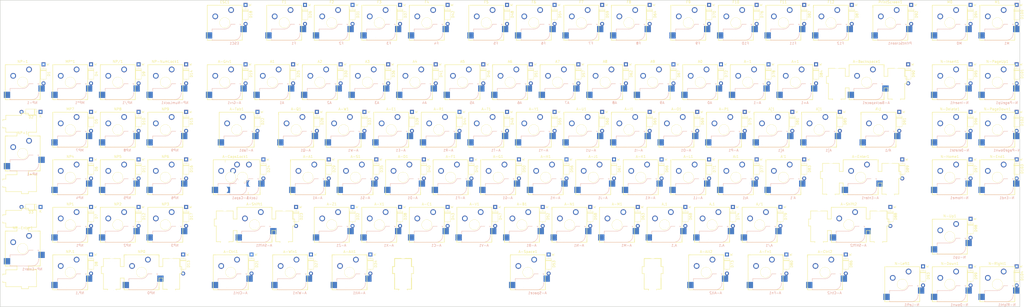
<source format=kicad_pcb>
(kicad_pcb (version 20171130) (host pcbnew 5.1.5+dfsg1-2build2)
  (layers (0 F.Cu signal) (31 B.Cu signal) (34 B.Paste user) (35 F.Paste user) (36 B.SilkS user hide) (37 F.SilkS user) (38 B.Mask user) (39 F.Mask user) (44 Edge.Cuts user))
  (net 0 "")
  (net 1 "Net-(D1-Pad2)")
  (net 2 "Net-(D1-Pad1)")
  (net 3 "Net-(D103-Pad1)")
  (net 4 "Net-(D2-Pad2)")
  (net 5 "Net-(D3-Pad2)")
  (net 6 "Net-(D13-Pad1)")
  (net 7 "Net-(D4-Pad2)")
  (net 8 "Net-(D10-Pad1)")
  (net 9 "Net-(D5-Pad2)")
  (net 10 "Net-(D6-Pad2)")
  (net 11 "Net-(D12-Pad1)")
  (net 12 "Net-(D7-Pad2)")
  (net 13 "Net-(D8-Pad2)")
  (net 14 "Net-(D9-Pad2)")
  (net 15 "Net-(D10-Pad2)")
  (net 16 "Net-(D11-Pad2)")
  (net 17 "Net-(D12-Pad2)")
  (net 18 "Net-(D13-Pad2)")
  (net 19 "Net-(D14-Pad2)")
  (net 20 "Net-(D15-Pad2)")
  (net 21 "Net-(D16-Pad2)")
  (net 22 "Net-(D17-Pad2)")
  (net 23 "Net-(D100-Pad1)")
  (net 24 "Net-(D18-Pad2)")
  (net 25 "Net-(D26-Pad2)")
  (net 26 "Net-(D31-Pad2)")
  (net 27 "Net-(D37-Pad2)")
  (net 28 "Net-(D42-Pad2)")
  (net 29 "Net-(D48-Pad2)")
  (net 30 "Net-(D54-Pad2)")
  (net 31 "Net-(D59-Pad2)")
  (net 32 "Net-(D64-Pad2)")
  (net 33 "Net-(D70-Pad2)")
  (net 34 "Net-(D76-Pad2)")
  (net 35 "Net-(D82-Pad2)")
  (net 36 "Net-(D87-Pad2)")
  (net 37 "Net-(D92-Pad2)")
  (net 38 "Net-(D93-Pad2)")
  (net 39 "Net-(D94-Pad2)")
  (net 40 "Net-(D95-Pad2)")
  (net 41 "Net-(D96-Pad2)")
  (net 42 "Net-(D97-Pad2)")
  (net 43 "Net-(D98-Pad2)")
  (net 44 "Net-(D99-Pad2)")
  (net 45 "Net-(D100-Pad2)")
  (net 46 "Net-(D101-Pad2)")
  (net 47 "Net-(D102-Pad2)")
  (net 48 "Net-(D103-Pad2)")
  (net 49 "Net-(D104-Pad2)")
  (net 50 "Net-(D104-Pad1)")
  (net 51 "Net-(A-Alt2-Pad1)")
  (net 52 "Net-(A0-Pad2)")
  (net 53 "Net-(A1-Pad2)")
  (net 54 "Net-(A-Q1-Pad1)")
  (net 55 "Net-(A2-Pad2)")
  (net 56 "Net-(A-A1-Pad1)")
  (net 57 "Net-(A3-Pad2)")
  (net 58 "Net-(A-Alt1-Pad1)")
  (net 59 "Net-(A4-Pad2)")
  (net 60 "Net-(A-C1-Pad1)")
  (net 61 "Net-(A-F1-Pad1)")
  (net 62 "Net-(A5-Pad2)")
  (net 63 "Net-(A-B1-Pad1)")
  (net 64 "Net-(A6-Pad2)")
  (net 65 "Net-(A-H1-Pad1)")
  (net 66 "Net-(A7-Pad2)")
  (net 67 "Net-(A8-Pad2)")
  (net 68 "Net-(A-I1-Pad1)")
  (net 69 "Net-(A9-Pad2)")
  (net 70 "Net-(A'1-Pad2)")
  (net 71 "Net-(A'1-Pad1)")
  (net 72 "Net-(A-1-Pad1)")
  (net 73 "Net-(A-1-Pad2)")
  (net 74 "Net-(A-A1-Pad2)")
  (net 75 "Net-(A-Alt1-Pad2)")
  (net 76 "Net-(A-Alt2-Pad2)")
  (net 77 "Net-(A-B1-Pad2)")
  (net 78 "Net-(A-Backspace1-Pad1)")
  (net 79 "Net-(A-Backspace1-Pad2)")
  (net 80 "Net-(A-C1-Pad2)")
  (net 81 "Net-(A-Caps1-Pad1)")
  (net 82 "Net-(A-Caps1-Pad2)")
  (net 83 "Net-(A-Ctrl1-Pad2)")
  (net 84 "Net-(A-Ctrl2-Pad2)")
  (net 85 "Net-(A-D1-Pad2)")
  (net 86 "Net-(A-E1-Pad2)")
  (net 87 "Net-(A-Enter1-Pad2)")
  (net 88 "Net-(A-F1-Pad2)")
  (net 89 "Net-(A-Fn1-Pad2)")
  (net 90 "Net-(A-G1-Pad2)")
  (net 91 "Net-(A-Grv1-Pad2)")
  (net 92 "Net-(A-H1-Pad2)")
  (net 93 "Net-(A-I1-Pad2)")
  (net 94 "Net-(A-J1-Pad2)")
  (net 95 "Net-(A-K1-Pad2)")
  (net 96 "Net-(A-L1-Pad2)")
  (net 97 "Net-(A-O1-Pad2)")
  (net 98 "Net-(A-P1-Pad2)")
  (net 99 "Net-(A-Q1-Pad2)")
  (net 100 "Net-(A-R1-Pad2)")
  (net 101 "Net-(A-S1-Pad2)")
  (net 102 "Net-(A-Shift1-Pad2)")
  (net 103 "Net-(A-Shift2-Pad2)")
  (net 104 "Net-(A-Space1-Pad2)")
  (net 105 "Net-(A-T1-Pad2)")
  (net 106 "Net-(A-Tab1-Pad2)")
  (net 107 "Net-(A-U1-Pad2)")
  (net 108 "Net-(A-V1-Pad2)")
  (net 109 "Net-(A-W1-Pad2)")
  (net 110 "Net-(A-Win1-Pad2)")
  (net 111 "Net-(A-X1-Pad2)")
  (net 112 "Net-(A-Y1-Pad2)")
  (net 113 "Net-(A-Z1-Pad2)")
  (net 114 "Net-(A:1-Pad2)")
  (net 115 "Net-(A=1-Pad2)")
  (net 116 "Net-(A[1-Pad2)")
  (net 117 "Net-(A\\1-Pad2)")
  (net 118 "Net-(A]1-Pad2)")
  (net 119 "Net-(M0-Pad1)")
  (net 120 "Net-(M1-Pad1)")
  (net 121 "Net-(MP*1-Pad1)")
  (net 122 "Net-(NP-NumLock1-Pad1)")
  (net 123 "Net-(NP/1-Pad1)")
  (net 124 "Net-(NP+1-Pad1)")
  (net 125 "Net-(A,1-Pad1)")
  (net 126 "Net-(A,1-Pad2)")
  (net 127 "Net-(A.1-Pad2)")
  (net 128 "Net-(A-M1-Pad2)")
  (net 129 "Net-(A-N1-Pad2)")
  (net 130 "Net-(A/1-Pad2)")
  (module keyswitches:Stabilizer_MX_2u (layer F.Cu) (at 230.98125 190.5)
    (fp_text reference REF** hide)
    (fp_text value Stabilizer_MX_2u hide)
    (pad "" np_thru_hole circle (at -11.9 -6.985) (size 3.048 3.048) (drill 3.048) (layers *.Cu *.Mask))
    (pad "" np_thru_hole circle (at 11.9 -6.985) (size 3.048 3.048) (drill 3.048) (layers *.Cu *.Mask))
    (pad "" np_thru_hole circle (at -11.9 8.255) (size 3.9878 3.9878) (drill 3.9878) (layers *.Cu *.Mask))
    (pad "" np_thru_hole circle (at 11.9 8.255) (size 3.9878 3.9878) (drill 3.9878) (layers *.Cu *.Mask))
  )
  (module keyswitches:Stabilizer_MX_2u (layer F.Cu) (at 397.66875 171.45)
    (fp_text reference REF** hide)
    (fp_text value Stabilizer_MX_2u hide)
    (pad "" np_thru_hole circle (at -11.9 -6.985) (size 3.048 3.048) (drill 3.048) (layers *.Cu *.Mask))
    (pad "" np_thru_hole circle (at 11.9 -6.985) (size 3.048 3.048) (drill 3.048) (layers *.Cu *.Mask))
    (pad "" np_thru_hole circle (at -11.9 8.255) (size 3.9878 3.9878) (drill 3.9878) (layers *.Cu *.Mask))
    (pad "" np_thru_hole circle (at 11.9 8.255) (size 3.9878 3.9878) (drill 3.9878) (layers *.Cu *.Mask))
  )
  (module keyswitches:Stabilizer_MX_2u (layer F.Cu) (at 402.43125 152.4)
    (fp_text reference REF** hide)
    (fp_text value Stabilizer_MX_2u hide)
    (pad "" np_thru_hole circle (at -11.9 -6.985) (size 3.048 3.048) (drill 3.048) (layers *.Cu *.Mask))
    (pad "" np_thru_hole circle (at 11.9 -6.985) (size 3.048 3.048) (drill 3.048) (layers *.Cu *.Mask))
    (pad "" np_thru_hole circle (at -11.9 8.255) (size 3.9878 3.9878) (drill 3.9878) (layers *.Cu *.Mask))
    (pad "" np_thru_hole circle (at 11.9 8.255) (size 3.9878 3.9878) (drill 3.9878) (layers *.Cu *.Mask))
  )
  (module keyswitches:Stabilizer_MX_2u (layer F.Cu) (at 404.8125 114.3)
    (fp_text reference REF** hide)
    (fp_text value Stabilizer_MX_2u hide)
    (pad "" np_thru_hole circle (at -11.9 -6.985) (size 3.048 3.048) (drill 3.048) (layers *.Cu *.Mask))
    (pad "" np_thru_hole circle (at 11.9 -6.985) (size 3.048 3.048) (drill 3.048) (layers *.Cu *.Mask))
    (pad "" np_thru_hole circle (at -11.9 8.255) (size 3.9878 3.9878) (drill 3.9878) (layers *.Cu *.Mask))
    (pad "" np_thru_hole circle (at 11.9 8.255) (size 3.9878 3.9878) (drill 3.9878) (layers *.Cu *.Mask))
  )
  (module keyswitches:Stabilizer_MX_2u (layer F.Cu) (at 307.18125 190.5)
    (fp_text reference REF** hide)
    (fp_text value Stabilizer_MX_2u hide)
    (pad "" np_thru_hole circle (at -11.9 -6.985) (size 3.048 3.048) (drill 3.048) (layers *.Cu *.Mask))
    (pad "" np_thru_hole circle (at 11.9 -6.985) (size 3.048 3.048) (drill 3.048) (layers *.Cu *.Mask))
    (pad "" np_thru_hole circle (at -11.9 8.255) (size 3.9878 3.9878) (drill 3.9878) (layers *.Cu *.Mask))
    (pad "" np_thru_hole circle (at 11.9 8.255) (size 3.9878 3.9878) (drill 3.9878) (layers *.Cu *.Mask))
  )
  (module keyswitches:Stabilizer_MX_2u (layer F.Cu) (at 159.54375 171.45)
    (fp_text reference REF** hide)
    (fp_text value Stabilizer_MX_2u hide)
    (pad "" np_thru_hole circle (at -11.9 -6.985) (size 3.048 3.048) (drill 3.048) (layers *.Cu *.Mask))
    (pad "" np_thru_hole circle (at 11.9 -6.985) (size 3.048 3.048) (drill 3.048) (layers *.Cu *.Mask))
    (pad "" np_thru_hole circle (at -11.9 8.255) (size 3.9878 3.9878) (drill 3.9878) (layers *.Cu *.Mask))
    (pad "" np_thru_hole circle (at 11.9 8.255) (size 3.9878 3.9878) (drill 3.9878) (layers *.Cu *.Mask))
  )
  (module keyswitches:Stabilizer_MX_2u (layer F.Cu) (at 114.3 190.5)
    (fp_text reference REF** hide)
    (fp_text value Stabilizer_MX_2u hide)
    (pad "" np_thru_hole circle (at -11.9 -6.985) (size 3.048 3.048) (drill 3.048) (layers *.Cu *.Mask))
    (pad "" np_thru_hole circle (at 11.9 -6.985) (size 3.048 3.048) (drill 3.048) (layers *.Cu *.Mask))
    (pad "" np_thru_hole circle (at -11.9 8.255) (size 3.9878 3.9878) (drill 3.9878) (layers *.Cu *.Mask))
    (pad "" np_thru_hole circle (at 11.9 8.255) (size 3.9878 3.9878) (drill 3.9878) (layers *.Cu *.Mask))
  )
  (module keyswitches:Stabilizer_MX_2u (layer F.Cu) (at 66.675 180.975 90)
    (fp_text reference REF** hide)
    (fp_text value Stabilizer_MX_2u hide)
    (pad "" np_thru_hole circle (at -11.9 -6.985 90) (size 3.048 3.048) (drill 3.048) (layers *.Cu *.Mask))
    (pad "" np_thru_hole circle (at 11.9 -6.985 90) (size 3.048 3.048) (drill 3.048) (layers *.Cu *.Mask))
    (pad "" np_thru_hole circle (at -11.9 8.255 90) (size 3.9878 3.9878) (drill 3.9878) (layers *.Cu *.Mask))
    (pad "" np_thru_hole circle (at 11.9 8.255 90) (size 3.9878 3.9878) (drill 3.9878) (layers *.Cu *.Mask))
  )
  (module keyswitches:Stabilizer_MX_2u (layer F.Cu) (at 66.675 142.875 90)
    (fp_text reference REF** hide)
    (fp_text value Stabilizer_MX_2u hide)
    (pad "" np_thru_hole circle (at -11.9 -6.985 90) (size 3.048 3.048) (drill 3.048) (layers *.Cu *.Mask))
    (pad "" np_thru_hole circle (at 11.9 -6.985 90) (size 3.048 3.048) (drill 3.048) (layers *.Cu *.Mask))
    (pad "" np_thru_hole circle (at -11.9 8.255 90) (size 3.9878 3.9878) (drill 3.9878) (layers *.Cu *.Mask))
    (pad "" np_thru_hole circle (at 11.9 8.255 90) (size 3.9878 3.9878) (drill 3.9878) (layers *.Cu *.Mask))
  )
  (module Diode_THT:D_DO-35_SOD27_P7.62mm_Horizontal (layer F.Cu) (at 75.009375 107.15625 270)
    (fp_text reference D1 (at 3.81 -2.12 90) (layer F.SilkS))
    (fp_text value 1N4148)
    (fp_text user K (at 0 -1.8 90) (layer F.SilkS))
    (pad 1 thru_hole rect (at 0 0 270) (size 1.6 1.6) (drill 0.8) (layers *.Cu *.Mask) (net 2 "Net-(D1-Pad1)"))
    (pad 2 thru_hole oval (at 7.62 0 270) (size 1.6 1.6) (drill 0.8) (layers *.Cu *.Mask) (net 1 "Net-(D1-Pad2)"))
  )
  (module Diode_THT:D_DO-35_SOD27_P7.62mm_Horizontal (layer F.Cu) (at 73.81875 126.20625 180)
    (fp_text reference D2 (at 3.81 -2.12) (layer F.SilkS))
    (fp_text value 1N4148)
    (fp_text user K (at 0 -1.8) (layer F.SilkS))
    (pad 1 thru_hole rect (at 0 0 180) (size 1.6 1.6) (drill 0.8) (layers *.Cu *.Mask) (net 3 "Net-(D103-Pad1)"))
    (pad 2 thru_hole oval (at 7.62 0 180) (size 1.6 1.6) (drill 0.8) (layers *.Cu *.Mask) (net 4 "Net-(D2-Pad2)"))
  )
  (module Diode_THT:D_DO-35_SOD27_P7.62mm_Horizontal (layer F.Cu) (at 73.81875 164.30625 180)
    (fp_text reference D3 (at 3.81 -2.12) (layer F.SilkS))
    (fp_text value 1N4148)
    (fp_text user K (at 0 -1.8) (layer F.SilkS))
    (pad 2 thru_hole oval (at 7.62 0 180) (size 1.6 1.6) (drill 0.8) (layers *.Cu *.Mask) (net 5 "Net-(D3-Pad2)"))
    (pad 1 thru_hole rect (at 0 0 180) (size 1.6 1.6) (drill 0.8) (layers *.Cu *.Mask) (net 6 "Net-(D13-Pad1)"))
  )
  (module Diode_THT:D_DO-35_SOD27_P7.62mm_Horizontal (layer F.Cu) (at 94.059375 107.15625 270)
    (fp_text reference D4 (at 3.81 -2.12 90) (layer F.SilkS))
    (fp_text value 1N4148)
    (fp_text user K (at 0 -1.8 90) (layer F.SilkS))
    (pad 1 thru_hole rect (at 0 0 270) (size 1.6 1.6) (drill 0.8) (layers *.Cu *.Mask) (net 2 "Net-(D1-Pad1)"))
    (pad 2 thru_hole oval (at 7.62 0 270) (size 1.6 1.6) (drill 0.8) (layers *.Cu *.Mask) (net 7 "Net-(D4-Pad2)"))
  )
  (module Diode_THT:D_DO-35_SOD27_P7.62mm_Horizontal (layer F.Cu) (at 94.059375 126.20625 270)
    (fp_text reference D5 (at 3.81 -2.12 90) (layer F.SilkS))
    (fp_text value 1N4148)
    (fp_text user K (at 0 -1.8 90) (layer F.SilkS))
    (pad 1 thru_hole rect (at 0 0 270) (size 1.6 1.6) (drill 0.8) (layers *.Cu *.Mask) (net 8 "Net-(D10-Pad1)"))
    (pad 2 thru_hole oval (at 7.62 0 270) (size 1.6 1.6) (drill 0.8) (layers *.Cu *.Mask) (net 9 "Net-(D5-Pad2)"))
  )
  (module Diode_THT:D_DO-35_SOD27_P7.62mm_Horizontal (layer F.Cu) (at 94.059375 145.25625 270)
    (fp_text reference D6 (at 3.81 -2.12 90) (layer F.SilkS))
    (fp_text value 1N4148)
    (fp_text user K (at 0 -1.8 90) (layer F.SilkS))
    (pad 2 thru_hole oval (at 7.62 0 270) (size 1.6 1.6) (drill 0.8) (layers *.Cu *.Mask) (net 10 "Net-(D6-Pad2)"))
    (pad 1 thru_hole rect (at 0 0 270) (size 1.6 1.6) (drill 0.8) (layers *.Cu *.Mask) (net 3 "Net-(D103-Pad1)"))
  )
  (module Diode_THT:D_DO-35_SOD27_P7.62mm_Horizontal (layer F.Cu) (at 94.059375 164.30625 270)
    (fp_text reference D7 (at 3.81 -2.12 90) (layer F.SilkS))
    (fp_text value 1N4148)
    (fp_text user K (at 0 -1.8 90) (layer F.SilkS))
    (pad 1 thru_hole rect (at 0 0 270) (size 1.6 1.6) (drill 0.8) (layers *.Cu *.Mask) (net 11 "Net-(D12-Pad1)"))
    (pad 2 thru_hole oval (at 7.62 0 270) (size 1.6 1.6) (drill 0.8) (layers *.Cu *.Mask) (net 12 "Net-(D7-Pad2)"))
  )
  (module Diode_THT:D_DO-35_SOD27_P7.62mm_Horizontal (layer F.Cu) (at 94.059375 183.35625 270)
    (fp_text reference D8 (at 3.81 -2.12 90) (layer F.SilkS))
    (fp_text value 1N4148)
    (fp_text user K (at 0 -1.8 90) (layer F.SilkS))
    (pad 2 thru_hole oval (at 7.62 0 270) (size 1.6 1.6) (drill 0.8) (layers *.Cu *.Mask) (net 13 "Net-(D8-Pad2)"))
    (pad 1 thru_hole rect (at 0 0 270) (size 1.6 1.6) (drill 0.8) (layers *.Cu *.Mask) (net 6 "Net-(D13-Pad1)"))
  )
  (module Diode_THT:D_DO-35_SOD27_P7.62mm_Horizontal (layer F.Cu) (at 113.109375 107.15625 270)
    (fp_text reference D9 (at 3.81 -2.12 90) (layer F.SilkS))
    (fp_text value 1N4148)
    (fp_text user K (at 0 -1.8 90) (layer F.SilkS))
    (pad 2 thru_hole oval (at 7.62 0 270) (size 1.6 1.6) (drill 0.8) (layers *.Cu *.Mask) (net 14 "Net-(D9-Pad2)"))
    (pad 1 thru_hole rect (at 0 0 270) (size 1.6 1.6) (drill 0.8) (layers *.Cu *.Mask) (net 2 "Net-(D1-Pad1)"))
  )
  (module Diode_THT:D_DO-35_SOD27_P7.62mm_Horizontal (layer F.Cu) (at 113.109375 126.20625 270)
    (fp_text reference D10 (at 3.81 -2.12 90) (layer F.SilkS))
    (fp_text value 1N4148)
    (fp_text user K (at 0 -1.8 90) (layer F.SilkS))
    (pad 1 thru_hole rect (at 0 0 270) (size 1.6 1.6) (drill 0.8) (layers *.Cu *.Mask) (net 8 "Net-(D10-Pad1)"))
    (pad 2 thru_hole oval (at 7.62 0 270) (size 1.6 1.6) (drill 0.8) (layers *.Cu *.Mask) (net 15 "Net-(D10-Pad2)"))
  )
  (module Diode_THT:D_DO-35_SOD27_P7.62mm_Horizontal (layer F.Cu) (at 113.109375 145.25625 270)
    (fp_text reference D11 (at 3.81 -2.12 90) (layer F.SilkS))
    (fp_text value 1N4148)
    (fp_text user K (at 0 -1.8 90) (layer F.SilkS))
    (pad 2 thru_hole oval (at 7.62 0 270) (size 1.6 1.6) (drill 0.8) (layers *.Cu *.Mask) (net 16 "Net-(D11-Pad2)"))
    (pad 1 thru_hole rect (at 0 0 270) (size 1.6 1.6) (drill 0.8) (layers *.Cu *.Mask) (net 3 "Net-(D103-Pad1)"))
  )
  (module Diode_THT:D_DO-35_SOD27_P7.62mm_Horizontal (layer F.Cu) (at 113.109375 164.30625 270)
    (fp_text reference D12 (at 3.81 -2.12 90) (layer F.SilkS))
    (fp_text value 1N4148)
    (fp_text user K (at 0 -1.8 90) (layer F.SilkS))
    (pad 1 thru_hole rect (at 0 0 270) (size 1.6 1.6) (drill 0.8) (layers *.Cu *.Mask) (net 11 "Net-(D12-Pad1)"))
    (pad 2 thru_hole oval (at 7.62 0 270) (size 1.6 1.6) (drill 0.8) (layers *.Cu *.Mask) (net 17 "Net-(D12-Pad2)"))
  )
  (module Diode_THT:D_DO-35_SOD27_P7.62mm_Horizontal (layer F.Cu) (at 130.96875 183.35625 270)
    (fp_text reference D13 (at 3.81 -2.12 90) (layer F.SilkS))
    (fp_text value 1N4148)
    (fp_text user K (at 0 -1.8 90) (layer F.SilkS))
    (pad 2 thru_hole oval (at 7.62 0 270) (size 1.6 1.6) (drill 0.8) (layers *.Cu *.Mask) (net 18 "Net-(D13-Pad2)"))
    (pad 1 thru_hole rect (at 0 0 270) (size 1.6 1.6) (drill 0.8) (layers *.Cu *.Mask) (net 6 "Net-(D13-Pad1)"))
  )
  (module Diode_THT:D_DO-35_SOD27_P7.62mm_Horizontal (layer F.Cu) (at 132.159375 107.15625 270)
    (fp_text reference D14 (at 3.81 -2.12 90) (layer F.SilkS))
    (fp_text value 1N4148)
    (fp_text user K (at 0 -1.8 90) (layer F.SilkS))
    (pad 1 thru_hole rect (at 0 0 270) (size 1.6 1.6) (drill 0.8) (layers *.Cu *.Mask) (net 2 "Net-(D1-Pad1)"))
    (pad 2 thru_hole oval (at 7.62 0 270) (size 1.6 1.6) (drill 0.8) (layers *.Cu *.Mask) (net 19 "Net-(D14-Pad2)"))
  )
  (module Diode_THT:D_DO-35_SOD27_P7.62mm_Horizontal (layer F.Cu) (at 132.159375 126.20625 270)
    (fp_text reference D15 (at 3.81 -2.12 90) (layer F.SilkS))
    (fp_text value 1N4148)
    (fp_text user K (at 0 -1.8 90) (layer F.SilkS))
    (pad 2 thru_hole oval (at 7.62 0 270) (size 1.6 1.6) (drill 0.8) (layers *.Cu *.Mask) (net 20 "Net-(D15-Pad2)"))
    (pad 1 thru_hole rect (at 0 0 270) (size 1.6 1.6) (drill 0.8) (layers *.Cu *.Mask) (net 8 "Net-(D10-Pad1)"))
  )
  (module Diode_THT:D_DO-35_SOD27_P7.62mm_Horizontal (layer F.Cu) (at 132.159375 145.25625 270)
    (fp_text reference D16 (at 3.81 -2.12 90) (layer F.SilkS))
    (fp_text value 1N4148)
    (fp_text user K (at 0 -1.8 90) (layer F.SilkS))
    (pad 2 thru_hole oval (at 7.62 0 270) (size 1.6 1.6) (drill 0.8) (layers *.Cu *.Mask) (net 21 "Net-(D16-Pad2)"))
    (pad 1 thru_hole rect (at 0 0 270) (size 1.6 1.6) (drill 0.8) (layers *.Cu *.Mask) (net 3 "Net-(D103-Pad1)"))
  )
  (module Diode_THT:D_DO-35_SOD27_P7.62mm_Horizontal (layer F.Cu) (at 132.159375 164.30625 270)
    (fp_text reference D17 (at 3.81 -2.12 90) (layer F.SilkS))
    (fp_text value 1N4148)
    (fp_text user K (at 0 -1.8 90) (layer F.SilkS))
    (pad 2 thru_hole oval (at 7.62 0 270) (size 1.6 1.6) (drill 0.8) (layers *.Cu *.Mask) (net 22 "Net-(D17-Pad2)"))
    (pad 1 thru_hole rect (at 0 0 270) (size 1.6 1.6) (drill 0.8) (layers *.Cu *.Mask) (net 11 "Net-(D12-Pad1)"))
  )
  (module Diode_THT:D_DO-35_SOD27_P7.62mm_Horizontal (layer F.Cu) (at 155.971875 83.34375 270)
    (fp_text reference D18 (at 3.81 -2.12 90) (layer F.SilkS))
    (fp_text value 1N4148)
    (fp_text user K (at 0 -1.8 90) (layer F.SilkS))
    (pad 1 thru_hole rect (at 0 0 270) (size 1.6 1.6) (drill 0.8) (layers *.Cu *.Mask) (net 23 "Net-(D100-Pad1)"))
    (pad 2 thru_hole oval (at 7.62 0 270) (size 1.6 1.6) (drill 0.8) (layers *.Cu *.Mask) (net 24 "Net-(D18-Pad2)"))
  )
  (module Diode_THT:D_DO-35_SOD27_P7.62mm_Horizontal (layer F.Cu) (at 155.971875 107.15625 270)
    (fp_text reference D19 (at 3.81 -2.12 90) (layer F.SilkS))
    (fp_text value 1N4148)
    (fp_text user K (at 0 -1.8 90) (layer F.SilkS))
    (pad 1 thru_hole rect (at 0 0 270) (size 1.6 1.6) (drill 0.8) (layers *.Cu *.Mask) (net 2 "Net-(D1-Pad1)"))
    (pad 2 thru_hole oval (at 7.62 0 270) (size 1.6 1.6) (drill 0.8) (layers *.Cu *.Mask) (net 91 "Net-(A-Grv1-Pad2)"))
  )
  (module Diode_THT:D_DO-35_SOD27_P7.62mm_Horizontal (layer F.Cu) (at 158.353125 183.35625 270)
    (fp_text reference D21 (at 3.81 -2.12 90) (layer F.SilkS))
    (fp_text value 1N4148)
    (fp_text user K (at 0 -1.8 90) (layer F.SilkS))
    (pad 2 thru_hole oval (at 7.62 0 270) (size 1.6 1.6) (drill 0.8) (layers *.Cu *.Mask) (net 83 "Net-(A-Ctrl1-Pad2)"))
    (pad 1 thru_hole rect (at 0 0 270) (size 1.6 1.6) (drill 0.8) (layers *.Cu *.Mask) (net 6 "Net-(D13-Pad1)"))
  )
  (module Diode_THT:D_DO-35_SOD27_P7.62mm_Horizontal (layer F.Cu) (at 160.734375 126.20625 270)
    (fp_text reference D22 (at 3.81 -2.12 90) (layer F.SilkS))
    (fp_text value 1N4148)
    (fp_text user K (at 0 -1.8 90) (layer F.SilkS))
    (pad 2 thru_hole oval (at 7.62 0 270) (size 1.6 1.6) (drill 0.8) (layers *.Cu *.Mask) (net 106 "Net-(A-Tab1-Pad2)"))
    (pad 1 thru_hole rect (at 0 0 270) (size 1.6 1.6) (drill 0.8) (layers *.Cu *.Mask) (net 8 "Net-(D10-Pad1)"))
  )
  (module Diode_THT:D_DO-35_SOD27_P7.62mm_Horizontal (layer F.Cu) (at 176.2125 164.30625 270)
    (fp_text reference D23 (at 3.81 -2.12 90) (layer F.SilkS))
    (fp_text value 1N4148)
    (fp_text user K (at 0 -1.8 90) (layer F.SilkS))
    (pad 1 thru_hole rect (at 0 0 270) (size 1.6 1.6) (drill 0.8) (layers *.Cu *.Mask) (net 11 "Net-(D12-Pad1)"))
    (pad 2 thru_hole oval (at 7.62 0 270) (size 1.6 1.6) (drill 0.8) (layers *.Cu *.Mask) (net 102 "Net-(A-Shift1-Pad2)"))
  )
  (module Diode_THT:D_DO-35_SOD27_P7.62mm_Horizontal (layer F.Cu) (at 163.115625 145.25625 270)
    (fp_text reference D24 (at 3.81 -2.12 90) (layer F.SilkS))
    (fp_text value 1N4148)
    (fp_text user K (at 0 -1.8 90) (layer F.SilkS))
    (pad 2 thru_hole oval (at 7.62 0 270) (size 1.6 1.6) (drill 0.8) (layers *.Cu *.Mask) (net 82 "Net-(A-Caps1-Pad2)"))
    (pad 1 thru_hole rect (at 0 0 270) (size 1.6 1.6) (drill 0.8) (layers *.Cu *.Mask) (net 3 "Net-(D103-Pad1)"))
  )
  (module Diode_THT:D_DO-35_SOD27_P7.62mm_Horizontal (layer F.Cu) (at 175.021875 107.15625 270)
    (fp_text reference D25 (at 3.81 -2.12 90) (layer F.SilkS))
    (fp_text value 1N4148)
    (fp_text user K (at 0 -1.8 90) (layer F.SilkS))
    (pad 1 thru_hole rect (at 0 0 270) (size 1.6 1.6) (drill 0.8) (layers *.Cu *.Mask) (net 2 "Net-(D1-Pad1)"))
    (pad 2 thru_hole oval (at 7.62 0 270) (size 1.6 1.6) (drill 0.8) (layers *.Cu *.Mask) (net 53 "Net-(A1-Pad2)"))
  )
  (module Diode_THT:D_DO-35_SOD27_P7.62mm_Horizontal (layer F.Cu) (at 179.784375 83.34375 270)
    (fp_text reference D26 (at 3.81 -2.12 90) (layer F.SilkS))
    (fp_text value 1N4148)
    (fp_text user K (at 0 -1.8 90) (layer F.SilkS))
    (pad 2 thru_hole oval (at 7.62 0 270) (size 1.6 1.6) (drill 0.8) (layers *.Cu *.Mask) (net 25 "Net-(D26-Pad2)"))
    (pad 1 thru_hole rect (at 0 0 270) (size 1.6 1.6) (drill 0.8) (layers *.Cu *.Mask) (net 23 "Net-(D100-Pad1)"))
  )
  (module Diode_THT:D_DO-35_SOD27_P7.62mm_Horizontal (layer F.Cu) (at 182.165625 183.35625 270)
    (fp_text reference D27 (at 3.81 -2.12 90) (layer F.SilkS))
    (fp_text value 1N4148)
    (fp_text user K (at 0 -1.8 90) (layer F.SilkS))
    (pad 2 thru_hole oval (at 7.62 0 270) (size 1.6 1.6) (drill 0.8) (layers *.Cu *.Mask) (net 110 "Net-(A-Win1-Pad2)"))
    (pad 1 thru_hole rect (at 0 0 270) (size 1.6 1.6) (drill 0.8) (layers *.Cu *.Mask) (net 6 "Net-(D13-Pad1)"))
  )
  (module Diode_THT:D_DO-35_SOD27_P7.62mm_Horizontal (layer F.Cu) (at 184.546875 126.20625 270)
    (fp_text reference D28 (at 3.81 -2.12 90) (layer F.SilkS))
    (fp_text value 1N4148)
    (fp_text user K (at 0 -1.8 90) (layer F.SilkS))
    (pad 2 thru_hole oval (at 7.62 0 270) (size 1.6 1.6) (drill 0.8) (layers *.Cu *.Mask) (net 99 "Net-(A-Q1-Pad2)"))
    (pad 1 thru_hole rect (at 0 0 270) (size 1.6 1.6) (drill 0.8) (layers *.Cu *.Mask) (net 8 "Net-(D10-Pad1)"))
  )
  (module Diode_THT:D_DO-35_SOD27_P7.62mm_Horizontal (layer F.Cu) (at 189.309375 145.25625 270)
    (fp_text reference D29 (at 3.81 -2.12 90) (layer F.SilkS))
    (fp_text value 1N4148)
    (fp_text user K (at 0 -1.8 90) (layer F.SilkS))
    (pad 1 thru_hole rect (at 0 0 270) (size 1.6 1.6) (drill 0.8) (layers *.Cu *.Mask) (net 3 "Net-(D103-Pad1)"))
    (pad 2 thru_hole oval (at 7.62 0 270) (size 1.6 1.6) (drill 0.8) (layers *.Cu *.Mask) (net 74 "Net-(A-A1-Pad2)"))
  )
  (module Diode_THT:D_DO-35_SOD27_P7.62mm_Horizontal (layer F.Cu) (at 194.071875 107.15625 270)
    (fp_text reference D30 (at 3.81 -2.12 90) (layer F.SilkS))
    (fp_text value 1N4148)
    (fp_text user K (at 0 -1.8 90) (layer F.SilkS))
    (pad 2 thru_hole oval (at 7.62 0 270) (size 1.6 1.6) (drill 0.8) (layers *.Cu *.Mask) (net 55 "Net-(A2-Pad2)"))
    (pad 1 thru_hole rect (at 0 0 270) (size 1.6 1.6) (drill 0.8) (layers *.Cu *.Mask) (net 2 "Net-(D1-Pad1)"))
  )
  (module Diode_THT:D_DO-35_SOD27_P7.62mm_Horizontal (layer F.Cu) (at 198.834375 83.34375 270)
    (fp_text reference D31 (at 3.81 -2.12 90) (layer F.SilkS))
    (fp_text value 1N4148)
    (fp_text user K (at 0 -1.8 90) (layer F.SilkS))
    (pad 2 thru_hole oval (at 7.62 0 270) (size 1.6 1.6) (drill 0.8) (layers *.Cu *.Mask) (net 26 "Net-(D31-Pad2)"))
    (pad 1 thru_hole rect (at 0 0 270) (size 1.6 1.6) (drill 0.8) (layers *.Cu *.Mask) (net 23 "Net-(D100-Pad1)"))
  )
  (module Diode_THT:D_DO-35_SOD27_P7.62mm_Horizontal (layer F.Cu) (at 198.834375 164.30625 270)
    (fp_text reference D32 (at 3.81 -2.12 90) (layer F.SilkS))
    (fp_text value 1N4148)
    (fp_text user K (at 0 -1.8 90) (layer F.SilkS))
    (pad 1 thru_hole rect (at 0 0 270) (size 1.6 1.6) (drill 0.8) (layers *.Cu *.Mask) (net 11 "Net-(D12-Pad1)"))
    (pad 2 thru_hole oval (at 7.62 0 270) (size 1.6 1.6) (drill 0.8) (layers *.Cu *.Mask) (net 113 "Net-(A-Z1-Pad2)"))
  )
  (module Diode_THT:D_DO-35_SOD27_P7.62mm_Horizontal (layer F.Cu) (at 203.596875 126.20625 270)
    (fp_text reference D33 (at 3.81 -2.12 90) (layer F.SilkS))
    (fp_text value 1N4148)
    (fp_text user K (at 0 -1.8 90) (layer F.SilkS))
    (pad 2 thru_hole oval (at 7.62 0 270) (size 1.6 1.6) (drill 0.8) (layers *.Cu *.Mask) (net 109 "Net-(A-W1-Pad2)"))
    (pad 1 thru_hole rect (at 0 0 270) (size 1.6 1.6) (drill 0.8) (layers *.Cu *.Mask) (net 8 "Net-(D10-Pad1)"))
  )
  (module Diode_THT:D_DO-35_SOD27_P7.62mm_Horizontal (layer F.Cu) (at 205.978125 183.35625 270)
    (fp_text reference D34 (at 3.81 -2.12 90) (layer F.SilkS))
    (fp_text value 1N4148)
    (fp_text user K (at 0 -1.8 90) (layer F.SilkS))
    (pad 1 thru_hole rect (at 0 0 270) (size 1.6 1.6) (drill 0.8) (layers *.Cu *.Mask) (net 6 "Net-(D13-Pad1)"))
    (pad 2 thru_hole oval (at 7.62 0 270) (size 1.6 1.6) (drill 0.8) (layers *.Cu *.Mask) (net 75 "Net-(A-Alt1-Pad2)"))
  )
  (module Diode_THT:D_DO-35_SOD27_P7.62mm_Horizontal (layer F.Cu) (at 208.359375 145.25625 270)
    (fp_text reference D35 (at 3.81 -2.12 90) (layer F.SilkS))
    (fp_text value 1N4148)
    (fp_text user K (at 0 -1.8 90) (layer F.SilkS))
    (pad 2 thru_hole oval (at 7.62 0 270) (size 1.6 1.6) (drill 0.8) (layers *.Cu *.Mask) (net 101 "Net-(A-S1-Pad2)"))
    (pad 1 thru_hole rect (at 0 0 270) (size 1.6 1.6) (drill 0.8) (layers *.Cu *.Mask) (net 3 "Net-(D103-Pad1)"))
  )
  (module Diode_THT:D_DO-35_SOD27_P7.62mm_Horizontal (layer F.Cu) (at 213.121875 107.15625 270)
    (fp_text reference D36 (at 3.81 -2.12 90) (layer F.SilkS))
    (fp_text value 1N4148)
    (fp_text user K (at 0 -1.8 90) (layer F.SilkS))
    (pad 1 thru_hole rect (at 0 0 270) (size 1.6 1.6) (drill 0.8) (layers *.Cu *.Mask) (net 2 "Net-(D1-Pad1)"))
    (pad 2 thru_hole oval (at 7.62 0 270) (size 1.6 1.6) (drill 0.8) (layers *.Cu *.Mask) (net 57 "Net-(A3-Pad2)"))
  )
  (module Diode_THT:D_DO-35_SOD27_P7.62mm_Horizontal (layer F.Cu) (at 217.884375 83.34375 270)
    (fp_text reference D37 (at 3.81 -2.12 90) (layer F.SilkS))
    (fp_text value 1N4148)
    (fp_text user K (at 0 -1.8 90) (layer F.SilkS))
    (pad 1 thru_hole rect (at 0 0 270) (size 1.6 1.6) (drill 0.8) (layers *.Cu *.Mask) (net 23 "Net-(D100-Pad1)"))
    (pad 2 thru_hole oval (at 7.62 0 270) (size 1.6 1.6) (drill 0.8) (layers *.Cu *.Mask) (net 27 "Net-(D37-Pad2)"))
  )
  (module Diode_THT:D_DO-35_SOD27_P7.62mm_Horizontal (layer F.Cu) (at 217.884375 164.30625 270)
    (fp_text reference D38 (at 3.81 -2.12 90) (layer F.SilkS))
    (fp_text value 1N4148)
    (fp_text user K (at 0 -1.8 90) (layer F.SilkS))
    (pad 1 thru_hole rect (at 0 0 270) (size 1.6 1.6) (drill 0.8) (layers *.Cu *.Mask) (net 11 "Net-(D12-Pad1)"))
    (pad 2 thru_hole oval (at 7.62 0 270) (size 1.6 1.6) (drill 0.8) (layers *.Cu *.Mask) (net 111 "Net-(A-X1-Pad2)"))
  )
  (module Diode_THT:D_DO-35_SOD27_P7.62mm_Horizontal (layer F.Cu) (at 222.646875 126.20625 270)
    (fp_text reference D39 (at 3.81 -2.12 90) (layer F.SilkS))
    (fp_text value 1N4148)
    (fp_text user K (at 0 -1.8 90) (layer F.SilkS))
    (pad 1 thru_hole rect (at 0 0 270) (size 1.6 1.6) (drill 0.8) (layers *.Cu *.Mask) (net 8 "Net-(D10-Pad1)"))
    (pad 2 thru_hole oval (at 7.62 0 270) (size 1.6 1.6) (drill 0.8) (layers *.Cu *.Mask) (net 86 "Net-(A-E1-Pad2)"))
  )
  (module Diode_THT:D_DO-35_SOD27_P7.62mm_Horizontal (layer F.Cu) (at 227.409375 145.25625 270)
    (fp_text reference D40 (at 3.81 -2.12 90) (layer F.SilkS))
    (fp_text value 1N4148)
    (fp_text user K (at 0 -1.8 90) (layer F.SilkS))
    (pad 2 thru_hole oval (at 7.62 0 270) (size 1.6 1.6) (drill 0.8) (layers *.Cu *.Mask) (net 85 "Net-(A-D1-Pad2)"))
    (pad 1 thru_hole rect (at 0 0 270) (size 1.6 1.6) (drill 0.8) (layers *.Cu *.Mask) (net 3 "Net-(D103-Pad1)"))
  )
  (module Diode_THT:D_DO-35_SOD27_P7.62mm_Horizontal (layer F.Cu) (at 232.171875 107.15625 270)
    (fp_text reference D41 (at 3.81 -2.12 90) (layer F.SilkS))
    (fp_text value 1N4148)
    (fp_text user K (at 0 -1.8 90) (layer F.SilkS))
    (pad 2 thru_hole oval (at 7.62 0 270) (size 1.6 1.6) (drill 0.8) (layers *.Cu *.Mask) (net 59 "Net-(A4-Pad2)"))
    (pad 1 thru_hole rect (at 0 0 270) (size 1.6 1.6) (drill 0.8) (layers *.Cu *.Mask) (net 2 "Net-(D1-Pad1)"))
  )
  (module Diode_THT:D_DO-35_SOD27_P7.62mm_Horizontal (layer F.Cu) (at 236.934375 83.34375 270)
    (fp_text reference D42 (at 3.81 -2.12 90) (layer F.SilkS))
    (fp_text value 1N4148)
    (fp_text user K (at 0 -1.8 90) (layer F.SilkS))
    (pad 1 thru_hole rect (at 0 0 270) (size 1.6 1.6) (drill 0.8) (layers *.Cu *.Mask) (net 23 "Net-(D100-Pad1)"))
    (pad 2 thru_hole oval (at 7.62 0 270) (size 1.6 1.6) (drill 0.8) (layers *.Cu *.Mask) (net 28 "Net-(D42-Pad2)"))
  )
  (module Diode_THT:D_DO-35_SOD27_P7.62mm_Horizontal (layer F.Cu) (at 236.934375 164.30625 270)
    (fp_text reference D43 (at 3.81 -2.12 90) (layer F.SilkS))
    (fp_text value 1N4148)
    (fp_text user K (at 0 -1.8 90) (layer F.SilkS))
    (pad 1 thru_hole rect (at 0 0 270) (size 1.6 1.6) (drill 0.8) (layers *.Cu *.Mask) (net 11 "Net-(D12-Pad1)"))
    (pad 2 thru_hole oval (at 7.62 0 270) (size 1.6 1.6) (drill 0.8) (layers *.Cu *.Mask) (net 80 "Net-(A-C1-Pad2)"))
  )
  (module Diode_THT:D_DO-35_SOD27_P7.62mm_Horizontal (layer F.Cu) (at 241.696875 126.20625 270)
    (fp_text reference D44 (at 3.81 -2.12 90) (layer F.SilkS))
    (fp_text value 1N4148)
    (fp_text user K (at 0 -1.8 90) (layer F.SilkS))
    (pad 2 thru_hole oval (at 7.62 0 270) (size 1.6 1.6) (drill 0.8) (layers *.Cu *.Mask) (net 100 "Net-(A-R1-Pad2)"))
    (pad 1 thru_hole rect (at 0 0 270) (size 1.6 1.6) (drill 0.8) (layers *.Cu *.Mask) (net 8 "Net-(D10-Pad1)"))
  )
  (module Diode_THT:D_DO-35_SOD27_P7.62mm_Horizontal (layer F.Cu) (at 246.459375 145.25625 270)
    (fp_text reference D45 (at 3.81 -2.12 90) (layer F.SilkS))
    (fp_text value 1N4148)
    (fp_text user K (at 0 -1.8 90) (layer F.SilkS))
    (pad 1 thru_hole rect (at 0 0 270) (size 1.6 1.6) (drill 0.8) (layers *.Cu *.Mask) (net 3 "Net-(D103-Pad1)"))
    (pad 2 thru_hole oval (at 7.62 0 270) (size 1.6 1.6) (drill 0.8) (layers *.Cu *.Mask) (net 88 "Net-(A-F1-Pad2)"))
  )
  (module Diode_THT:D_DO-35_SOD27_P7.62mm_Horizontal (layer F.Cu) (at 251.221875 107.15625 270)
    (fp_text reference D46 (at 3.81 -2.12 90) (layer F.SilkS))
    (fp_text value 1N4148)
    (fp_text user K (at 0 -1.8 90) (layer F.SilkS))
    (pad 1 thru_hole rect (at 0 0 270) (size 1.6 1.6) (drill 0.8) (layers *.Cu *.Mask) (net 2 "Net-(D1-Pad1)"))
    (pad 2 thru_hole oval (at 7.62 0 270) (size 1.6 1.6) (drill 0.8) (layers *.Cu *.Mask) (net 62 "Net-(A5-Pad2)"))
  )
  (module Diode_THT:D_DO-35_SOD27_P7.62mm_Horizontal (layer F.Cu) (at 255.984375 164.30625 270)
    (fp_text reference D47 (at 3.81 -2.12 90) (layer F.SilkS))
    (fp_text value 1N4148)
    (fp_text user K (at 0 -1.8 90) (layer F.SilkS))
    (pad 2 thru_hole oval (at 7.62 0 270) (size 1.6 1.6) (drill 0.8) (layers *.Cu *.Mask) (net 108 "Net-(A-V1-Pad2)"))
    (pad 1 thru_hole rect (at 0 0 270) (size 1.6 1.6) (drill 0.8) (layers *.Cu *.Mask) (net 11 "Net-(D12-Pad1)"))
  )
  (module Diode_THT:D_DO-35_SOD27_P7.62mm_Horizontal (layer F.Cu) (at 260.746875 83.34375 270)
    (fp_text reference D48 (at 3.81 -2.12 90) (layer F.SilkS))
    (fp_text value 1N4148)
    (fp_text user K (at 0 -1.8 90) (layer F.SilkS))
    (pad 1 thru_hole rect (at 0 0 270) (size 1.6 1.6) (drill 0.8) (layers *.Cu *.Mask) (net 23 "Net-(D100-Pad1)"))
    (pad 2 thru_hole oval (at 7.62 0 270) (size 1.6 1.6) (drill 0.8) (layers *.Cu *.Mask) (net 29 "Net-(D48-Pad2)"))
  )
  (module Diode_THT:D_DO-35_SOD27_P7.62mm_Horizontal (layer F.Cu) (at 260.746875 126.20625 270)
    (fp_text reference D49 (at 3.81 -2.12 90) (layer F.SilkS))
    (fp_text value 1N4148)
    (fp_text user K (at 0 -1.8 90) (layer F.SilkS))
    (pad 1 thru_hole rect (at 0 0 270) (size 1.6 1.6) (drill 0.8) (layers *.Cu *.Mask) (net 8 "Net-(D10-Pad1)"))
    (pad 2 thru_hole oval (at 7.62 0 270) (size 1.6 1.6) (drill 0.8) (layers *.Cu *.Mask) (net 105 "Net-(A-T1-Pad2)"))
  )
  (module Diode_THT:D_DO-35_SOD27_P7.62mm_Horizontal (layer F.Cu) (at 265.509375 145.25625 270)
    (fp_text reference D50 (at 3.81 -2.12 90) (layer F.SilkS))
    (fp_text value 1N4148)
    (fp_text user K (at 0 -1.8 90) (layer F.SilkS))
    (pad 1 thru_hole rect (at 0 0 270) (size 1.6 1.6) (drill 0.8) (layers *.Cu *.Mask) (net 3 "Net-(D103-Pad1)"))
    (pad 2 thru_hole oval (at 7.62 0 270) (size 1.6 1.6) (drill 0.8) (layers *.Cu *.Mask) (net 90 "Net-(A-G1-Pad2)"))
  )
  (module Diode_THT:D_DO-35_SOD27_P7.62mm_Horizontal (layer F.Cu) (at 270.271875 107.15625 270)
    (fp_text reference D51 (at 3.81 -2.12 90) (layer F.SilkS))
    (fp_text value 1N4148)
    (fp_text user K (at 0 -1.8 90) (layer F.SilkS))
    (pad 2 thru_hole oval (at 7.62 0 270) (size 1.6 1.6) (drill 0.8) (layers *.Cu *.Mask) (net 64 "Net-(A6-Pad2)"))
    (pad 1 thru_hole rect (at 0 0 270) (size 1.6 1.6) (drill 0.8) (layers *.Cu *.Mask) (net 2 "Net-(D1-Pad1)"))
  )
  (module Diode_THT:D_DO-35_SOD27_P7.62mm_Horizontal (layer F.Cu) (at 275.034375 164.30625 270)
    (fp_text reference D52 (at 3.81 -2.12 90) (layer F.SilkS))
    (fp_text value 1N4148)
    (fp_text user K (at 0 -1.8 90) (layer F.SilkS))
    (pad 2 thru_hole oval (at 7.62 0 270) (size 1.6 1.6) (drill 0.8) (layers *.Cu *.Mask) (net 77 "Net-(A-B1-Pad2)"))
    (pad 1 thru_hole rect (at 0 0 270) (size 1.6 1.6) (drill 0.8) (layers *.Cu *.Mask) (net 11 "Net-(D12-Pad1)"))
  )
  (module Diode_THT:D_DO-35_SOD27_P7.62mm_Horizontal (layer F.Cu) (at 277.415625 183.35625 270)
    (fp_text reference D53 (at 3.81 -2.12 90) (layer F.SilkS))
    (fp_text value 1N4148)
    (fp_text user K (at 0 -1.8 90) (layer F.SilkS))
    (pad 2 thru_hole oval (at 7.62 0 270) (size 1.6 1.6) (drill 0.8) (layers *.Cu *.Mask) (net 104 "Net-(A-Space1-Pad2)"))
    (pad 1 thru_hole rect (at 0 0 270) (size 1.6 1.6) (drill 0.8) (layers *.Cu *.Mask) (net 6 "Net-(D13-Pad1)"))
  )
  (module Diode_THT:D_DO-35_SOD27_P7.62mm_Horizontal (layer F.Cu) (at 279.796875 83.34375 270)
    (fp_text reference D54 (at 3.81 -2.12 90) (layer F.SilkS))
    (fp_text value 1N4148)
    (fp_text user K (at 0 -1.8 90) (layer F.SilkS))
    (pad 2 thru_hole oval (at 7.62 0 270) (size 1.6 1.6) (drill 0.8) (layers *.Cu *.Mask) (net 30 "Net-(D54-Pad2)"))
    (pad 1 thru_hole rect (at 0 0 270) (size 1.6 1.6) (drill 0.8) (layers *.Cu *.Mask) (net 23 "Net-(D100-Pad1)"))
  )
  (module Diode_THT:D_DO-35_SOD27_P7.62mm_Horizontal (layer F.Cu) (at 279.796875 126.20625 270)
    (fp_text reference D55 (at 3.81 -2.12 90) (layer F.SilkS))
    (fp_text value 1N4148)
    (fp_text user K (at 0 -1.8 90) (layer F.SilkS))
    (pad 2 thru_hole oval (at 7.62 0 270) (size 1.6 1.6) (drill 0.8) (layers *.Cu *.Mask) (net 112 "Net-(A-Y1-Pad2)"))
    (pad 1 thru_hole rect (at 0 0 270) (size 1.6 1.6) (drill 0.8) (layers *.Cu *.Mask) (net 8 "Net-(D10-Pad1)"))
  )
  (module Diode_THT:D_DO-35_SOD27_P7.62mm_Horizontal (layer F.Cu) (at 284.559375 145.25625 270)
    (fp_text reference D56 (at 3.81 -2.12 90) (layer F.SilkS))
    (fp_text value 1N4148)
    (fp_text user K (at 0 -1.8 90) (layer F.SilkS))
    (pad 2 thru_hole oval (at 7.62 0 270) (size 1.6 1.6) (drill 0.8) (layers *.Cu *.Mask) (net 92 "Net-(A-H1-Pad2)"))
    (pad 1 thru_hole rect (at 0 0 270) (size 1.6 1.6) (drill 0.8) (layers *.Cu *.Mask) (net 3 "Net-(D103-Pad1)"))
  )
  (module Diode_THT:D_DO-35_SOD27_P7.62mm_Horizontal (layer F.Cu) (at 289.321875 107.15625 270)
    (fp_text reference D57 (at 3.81 -2.12 90) (layer F.SilkS))
    (fp_text value 1N4148)
    (fp_text user K (at 0 -1.8 90) (layer F.SilkS))
    (pad 1 thru_hole rect (at 0 0 270) (size 1.6 1.6) (drill 0.8) (layers *.Cu *.Mask) (net 2 "Net-(D1-Pad1)"))
    (pad 2 thru_hole oval (at 7.62 0 270) (size 1.6 1.6) (drill 0.8) (layers *.Cu *.Mask) (net 66 "Net-(A7-Pad2)"))
  )
  (module Diode_THT:D_DO-35_SOD27_P7.62mm_Horizontal (layer F.Cu) (at 294.084375 164.30625 270)
    (fp_text reference D58 (at 3.81 -2.12 90) (layer F.SilkS))
    (fp_text value 1N4148)
    (fp_text user K (at 0 -1.8 90) (layer F.SilkS))
    (pad 1 thru_hole rect (at 0 0 270) (size 1.6 1.6) (drill 0.8) (layers *.Cu *.Mask) (net 11 "Net-(D12-Pad1)"))
    (pad 2 thru_hole oval (at 7.62 0 270) (size 1.6 1.6) (drill 0.8) (layers *.Cu *.Mask) (net 129 "Net-(A-N1-Pad2)"))
  )
  (module Diode_THT:D_DO-35_SOD27_P7.62mm_Horizontal (layer F.Cu) (at 298.846875 83.34375 270)
    (fp_text reference D59 (at 3.81 -2.12 90) (layer F.SilkS))
    (fp_text value 1N4148)
    (fp_text user K (at 0 -1.8 90) (layer F.SilkS))
    (pad 1 thru_hole rect (at 0 0 270) (size 1.6 1.6) (drill 0.8) (layers *.Cu *.Mask) (net 23 "Net-(D100-Pad1)"))
    (pad 2 thru_hole oval (at 7.62 0 270) (size 1.6 1.6) (drill 0.8) (layers *.Cu *.Mask) (net 31 "Net-(D59-Pad2)"))
  )
  (module Diode_THT:D_DO-35_SOD27_P7.62mm_Horizontal (layer F.Cu) (at 298.846875 126.20625 270)
    (fp_text reference D60 (at 3.81 -2.12 90) (layer F.SilkS))
    (fp_text value 1N4148)
    (fp_text user K (at 0 -1.8 90) (layer F.SilkS))
    (pad 2 thru_hole oval (at 7.62 0 270) (size 1.6 1.6) (drill 0.8) (layers *.Cu *.Mask) (net 107 "Net-(A-U1-Pad2)"))
    (pad 1 thru_hole rect (at 0 0 270) (size 1.6 1.6) (drill 0.8) (layers *.Cu *.Mask) (net 8 "Net-(D10-Pad1)"))
  )
  (module Diode_THT:D_DO-35_SOD27_P7.62mm_Horizontal (layer F.Cu) (at 303.609375 145.25625 270)
    (fp_text reference D61 (at 3.81 -2.12 90) (layer F.SilkS))
    (fp_text value 1N4148)
    (fp_text user K (at 0 -1.8 90) (layer F.SilkS))
    (pad 2 thru_hole oval (at 7.62 0 270) (size 1.6 1.6) (drill 0.8) (layers *.Cu *.Mask) (net 94 "Net-(A-J1-Pad2)"))
    (pad 1 thru_hole rect (at 0 0 270) (size 1.6 1.6) (drill 0.8) (layers *.Cu *.Mask) (net 3 "Net-(D103-Pad1)"))
  )
  (module Diode_THT:D_DO-35_SOD27_P7.62mm_Horizontal (layer F.Cu) (at 308.371875 107.15625 270)
    (fp_text reference D62 (at 3.81 -2.12 90) (layer F.SilkS))
    (fp_text value 1N4148)
    (fp_text user K (at 0 -1.8 90) (layer F.SilkS))
    (pad 1 thru_hole rect (at 0 0 270) (size 1.6 1.6) (drill 0.8) (layers *.Cu *.Mask) (net 2 "Net-(D1-Pad1)"))
    (pad 2 thru_hole oval (at 7.62 0 270) (size 1.6 1.6) (drill 0.8) (layers *.Cu *.Mask) (net 67 "Net-(A8-Pad2)"))
  )
  (module Diode_THT:D_DO-35_SOD27_P7.62mm_Horizontal (layer F.Cu) (at 313.134375 164.30625 270)
    (fp_text reference D63 (at 3.81 -2.12 90) (layer F.SilkS))
    (fp_text value 1N4148)
    (fp_text user K (at 0 -1.8 90) (layer F.SilkS))
    (pad 1 thru_hole rect (at 0 0 270) (size 1.6 1.6) (drill 0.8) (layers *.Cu *.Mask) (net 11 "Net-(D12-Pad1)"))
    (pad 2 thru_hole oval (at 7.62 0 270) (size 1.6 1.6) (drill 0.8) (layers *.Cu *.Mask) (net 128 "Net-(A-M1-Pad2)"))
  )
  (module Diode_THT:D_DO-35_SOD27_P7.62mm_Horizontal (layer F.Cu) (at 317.896875 83.34375 270)
    (fp_text reference D64 (at 3.81 -2.12 90) (layer F.SilkS))
    (fp_text value 1N4148)
    (fp_text user K (at 0 -1.8 90) (layer F.SilkS))
    (pad 1 thru_hole rect (at 0 0 270) (size 1.6 1.6) (drill 0.8) (layers *.Cu *.Mask) (net 23 "Net-(D100-Pad1)"))
    (pad 2 thru_hole oval (at 7.62 0 270) (size 1.6 1.6) (drill 0.8) (layers *.Cu *.Mask) (net 32 "Net-(D64-Pad2)"))
  )
  (module Diode_THT:D_DO-35_SOD27_P7.62mm_Horizontal (layer F.Cu) (at 317.896875 126.20625 270)
    (fp_text reference D65 (at 3.81 -2.12 90) (layer F.SilkS))
    (fp_text value 1N4148)
    (fp_text user K (at 0 -1.8 90) (layer F.SilkS))
    (pad 1 thru_hole rect (at 0 0 270) (size 1.6 1.6) (drill 0.8) (layers *.Cu *.Mask) (net 8 "Net-(D10-Pad1)"))
    (pad 2 thru_hole oval (at 7.62 0 270) (size 1.6 1.6) (drill 0.8) (layers *.Cu *.Mask) (net 93 "Net-(A-I1-Pad2)"))
  )
  (module Diode_THT:D_DO-35_SOD27_P7.62mm_Horizontal (layer F.Cu) (at 322.659375 145.25625 270)
    (fp_text reference D66 (at 3.81 -2.12 90) (layer F.SilkS))
    (fp_text value 1N4148)
    (fp_text user K (at 0 -1.8 90) (layer F.SilkS))
    (pad 1 thru_hole rect (at 0 0 270) (size 1.6 1.6) (drill 0.8) (layers *.Cu *.Mask) (net 3 "Net-(D103-Pad1)"))
    (pad 2 thru_hole oval (at 7.62 0 270) (size 1.6 1.6) (drill 0.8) (layers *.Cu *.Mask) (net 95 "Net-(A-K1-Pad2)"))
  )
  (module Diode_THT:D_DO-35_SOD27_P7.62mm_Horizontal (layer F.Cu) (at 327.421875 107.15625 270)
    (fp_text reference D67 (at 3.81 -2.12 90) (layer F.SilkS))
    (fp_text value 1N4148)
    (fp_text user K (at 0 -1.8 90) (layer F.SilkS))
    (pad 1 thru_hole rect (at 0 0 270) (size 1.6 1.6) (drill 0.8) (layers *.Cu *.Mask) (net 2 "Net-(D1-Pad1)"))
    (pad 2 thru_hole oval (at 7.62 0 270) (size 1.6 1.6) (drill 0.8) (layers *.Cu *.Mask) (net 69 "Net-(A9-Pad2)"))
  )
  (module Diode_THT:D_DO-35_SOD27_P7.62mm_Horizontal (layer F.Cu) (at 332.184375 164.30625 270)
    (fp_text reference D68 (at 3.81 -2.12 90) (layer F.SilkS))
    (fp_text value 1N4148)
    (fp_text user K (at 0 -1.8 90) (layer F.SilkS))
    (pad 2 thru_hole oval (at 7.62 0 270) (size 1.6 1.6) (drill 0.8) (layers *.Cu *.Mask) (net 126 "Net-(A,1-Pad2)"))
    (pad 1 thru_hole rect (at 0 0 270) (size 1.6 1.6) (drill 0.8) (layers *.Cu *.Mask) (net 11 "Net-(D12-Pad1)"))
  )
  (module Diode_THT:D_DO-35_SOD27_P7.62mm_Horizontal (layer F.Cu) (at 336.946875 126.20625 270)
    (fp_text reference D69 (at 3.81 -2.12 90) (layer F.SilkS))
    (fp_text value 1N4148)
    (fp_text user K (at 0 -1.8 90) (layer F.SilkS))
    (pad 1 thru_hole rect (at 0 0 270) (size 1.6 1.6) (drill 0.8) (layers *.Cu *.Mask) (net 8 "Net-(D10-Pad1)"))
    (pad 2 thru_hole oval (at 7.62 0 270) (size 1.6 1.6) (drill 0.8) (layers *.Cu *.Mask) (net 97 "Net-(A-O1-Pad2)"))
  )
  (module Diode_THT:D_DO-35_SOD27_P7.62mm_Horizontal (layer F.Cu) (at 341.709375 83.34375 270)
    (fp_text reference D70 (at 3.81 -2.12 90) (layer F.SilkS))
    (fp_text value 1N4148)
    (fp_text user K (at 0 -1.8 90) (layer F.SilkS))
    (pad 2 thru_hole oval (at 7.62 0 270) (size 1.6 1.6) (drill 0.8) (layers *.Cu *.Mask) (net 33 "Net-(D70-Pad2)"))
    (pad 1 thru_hole rect (at 0 0 270) (size 1.6 1.6) (drill 0.8) (layers *.Cu *.Mask) (net 23 "Net-(D100-Pad1)"))
  )
  (module Diode_THT:D_DO-35_SOD27_P7.62mm_Horizontal (layer F.Cu) (at 341.709375 145.25625 270)
    (fp_text reference D71 (at 3.81 -2.12 90) (layer F.SilkS))
    (fp_text value 1N4148)
    (fp_text user K (at 0 -1.8 90) (layer F.SilkS))
    (pad 1 thru_hole rect (at 0 0 270) (size 1.6 1.6) (drill 0.8) (layers *.Cu *.Mask) (net 3 "Net-(D103-Pad1)"))
    (pad 2 thru_hole oval (at 7.62 0 270) (size 1.6 1.6) (drill 0.8) (layers *.Cu *.Mask) (net 96 "Net-(A-L1-Pad2)"))
  )
  (module Diode_THT:D_DO-35_SOD27_P7.62mm_Horizontal (layer F.Cu) (at 346.471875 107.15625 270)
    (fp_text reference D72 (at 3.81 -2.12 90) (layer F.SilkS))
    (fp_text value 1N4148)
    (fp_text user K (at 0 -1.8 90) (layer F.SilkS))
    (pad 2 thru_hole oval (at 7.62 0 270) (size 1.6 1.6) (drill 0.8) (layers *.Cu *.Mask) (net 52 "Net-(A0-Pad2)"))
    (pad 1 thru_hole rect (at 0 0 270) (size 1.6 1.6) (drill 0.8) (layers *.Cu *.Mask) (net 2 "Net-(D1-Pad1)"))
  )
  (module Diode_THT:D_DO-35_SOD27_P7.62mm_Horizontal (layer F.Cu) (at 348.853125 183.35625 270)
    (fp_text reference D73 (at 3.81 -2.12 90) (layer F.SilkS))
    (fp_text value 1N4148)
    (fp_text user K (at 0 -1.8 90) (layer F.SilkS))
    (pad 1 thru_hole rect (at 0 0 270) (size 1.6 1.6) (drill 0.8) (layers *.Cu *.Mask) (net 6 "Net-(D13-Pad1)"))
    (pad 2 thru_hole oval (at 7.62 0 270) (size 1.6 1.6) (drill 0.8) (layers *.Cu *.Mask) (net 76 "Net-(A-Alt2-Pad2)"))
  )
  (module Diode_THT:D_DO-35_SOD27_P7.62mm_Horizontal (layer F.Cu) (at 351.234375 164.30625 270)
    (fp_text reference D74 (at 3.81 -2.12 90) (layer F.SilkS))
    (fp_text value 1N4148)
    (fp_text user K (at 0 -1.8 90) (layer F.SilkS))
    (pad 2 thru_hole oval (at 7.62 0 270) (size 1.6 1.6) (drill 0.8) (layers *.Cu *.Mask) (net 127 "Net-(A.1-Pad2)"))
    (pad 1 thru_hole rect (at 0 0 270) (size 1.6 1.6) (drill 0.8) (layers *.Cu *.Mask) (net 11 "Net-(D12-Pad1)"))
  )
  (module Diode_THT:D_DO-35_SOD27_P7.62mm_Horizontal (layer F.Cu) (at 355.996875 126.20625 270)
    (fp_text reference D75 (at 3.81 -2.12 90) (layer F.SilkS))
    (fp_text value 1N4148)
    (fp_text user K (at 0 -1.8 90) (layer F.SilkS))
    (pad 2 thru_hole oval (at 7.62 0 270) (size 1.6 1.6) (drill 0.8) (layers *.Cu *.Mask) (net 98 "Net-(A-P1-Pad2)"))
    (pad 1 thru_hole rect (at 0 0 270) (size 1.6 1.6) (drill 0.8) (layers *.Cu *.Mask) (net 8 "Net-(D10-Pad1)"))
  )
  (module Diode_THT:D_DO-35_SOD27_P7.62mm_Horizontal (layer F.Cu) (at 360.759375 83.34375 270)
    (fp_text reference D76 (at 3.81 -2.12 90) (layer F.SilkS))
    (fp_text value 1N4148)
    (fp_text user K (at 0 -1.8 90) (layer F.SilkS))
    (pad 2 thru_hole oval (at 7.62 0 270) (size 1.6 1.6) (drill 0.8) (layers *.Cu *.Mask) (net 34 "Net-(D76-Pad2)"))
    (pad 1 thru_hole rect (at 0 0 270) (size 1.6 1.6) (drill 0.8) (layers *.Cu *.Mask) (net 23 "Net-(D100-Pad1)"))
  )
  (module Diode_THT:D_DO-35_SOD27_P7.62mm_Horizontal (layer F.Cu) (at 360.759375 145.25625 270)
    (fp_text reference D77 (at 3.81 -2.12 90) (layer F.SilkS))
    (fp_text value 1N4148)
    (fp_text user K (at 0 -1.8 90) (layer F.SilkS))
    (pad 2 thru_hole oval (at 7.62 0 270) (size 1.6 1.6) (drill 0.8) (layers *.Cu *.Mask) (net 114 "Net-(A:1-Pad2)"))
    (pad 1 thru_hole rect (at 0 0 270) (size 1.6 1.6) (drill 0.8) (layers *.Cu *.Mask) (net 3 "Net-(D103-Pad1)"))
  )
  (module Diode_THT:D_DO-35_SOD27_P7.62mm_Horizontal (layer F.Cu) (at 365.521875 107.15625 270)
    (fp_text reference D78 (at 3.81 -2.12 90) (layer F.SilkS))
    (fp_text value 1N4148)
    (fp_text user K (at 0 -1.8 90) (layer F.SilkS))
    (pad 1 thru_hole rect (at 0 0 270) (size 1.6 1.6) (drill 0.8) (layers *.Cu *.Mask) (net 2 "Net-(D1-Pad1)"))
    (pad 2 thru_hole oval (at 7.62 0 270) (size 1.6 1.6) (drill 0.8) (layers *.Cu *.Mask) (net 73 "Net-(A-1-Pad2)"))
  )
  (module Diode_THT:D_DO-35_SOD27_P7.62mm_Horizontal (layer F.Cu) (at 370.284375 164.30625 270)
    (fp_text reference D79 (at 3.81 -2.12 90) (layer F.SilkS))
    (fp_text value 1N4148)
    (fp_text user K (at 0 -1.8 90) (layer F.SilkS))
    (pad 1 thru_hole rect (at 0 0 270) (size 1.6 1.6) (drill 0.8) (layers *.Cu *.Mask) (net 11 "Net-(D12-Pad1)"))
    (pad 2 thru_hole oval (at 7.62 0 270) (size 1.6 1.6) (drill 0.8) (layers *.Cu *.Mask) (net 130 "Net-(A/1-Pad2)"))
  )
  (module Diode_THT:D_DO-35_SOD27_P7.62mm_Horizontal (layer F.Cu) (at 372.665625 183.35625 270)
    (fp_text reference D80 (at 3.81 -2.12 90) (layer F.SilkS))
    (fp_text value 1N4148)
    (fp_text user K (at 0 -1.8 90) (layer F.SilkS))
    (pad 2 thru_hole oval (at 7.62 0 270) (size 1.6 1.6) (drill 0.8) (layers *.Cu *.Mask) (net 89 "Net-(A-Fn1-Pad2)"))
    (pad 1 thru_hole rect (at 0 0 270) (size 1.6 1.6) (drill 0.8) (layers *.Cu *.Mask) (net 6 "Net-(D13-Pad1)"))
  )
  (module Diode_THT:D_DO-35_SOD27_P7.62mm_Horizontal (layer F.Cu) (at 375.046875 126.20625 270)
    (fp_text reference D81 (at 3.81 -2.12 90) (layer F.SilkS))
    (fp_text value 1N4148)
    (fp_text user K (at 0 -1.8 90) (layer F.SilkS))
    (pad 2 thru_hole oval (at 7.62 0 270) (size 1.6 1.6) (drill 0.8) (layers *.Cu *.Mask) (net 116 "Net-(A[1-Pad2)"))
    (pad 1 thru_hole rect (at 0 0 270) (size 1.6 1.6) (drill 0.8) (layers *.Cu *.Mask) (net 8 "Net-(D10-Pad1)"))
  )
  (module Diode_THT:D_DO-35_SOD27_P7.62mm_Horizontal (layer F.Cu) (at 379.809375 83.34375 270)
    (fp_text reference D82 (at 3.81 -2.12 90) (layer F.SilkS))
    (fp_text value 1N4148)
    (fp_text user K (at 0 -1.8 90) (layer F.SilkS))
    (pad 2 thru_hole oval (at 7.62 0 270) (size 1.6 1.6) (drill 0.8) (layers *.Cu *.Mask) (net 35 "Net-(D82-Pad2)"))
    (pad 1 thru_hole rect (at 0 0 270) (size 1.6 1.6) (drill 0.8) (layers *.Cu *.Mask) (net 23 "Net-(D100-Pad1)"))
  )
  (module Diode_THT:D_DO-35_SOD27_P7.62mm_Horizontal (layer F.Cu) (at 379.809375 145.25625 270)
    (fp_text reference D83 (at 3.81 -2.12 90) (layer F.SilkS))
    (fp_text value 1N4148)
    (fp_text user K (at 0 -1.8 90) (layer F.SilkS))
    (pad 2 thru_hole oval (at 7.62 0 270) (size 1.6 1.6) (drill 0.8) (layers *.Cu *.Mask) (net 70 "Net-(A'1-Pad2)"))
    (pad 1 thru_hole rect (at 0 0 270) (size 1.6 1.6) (drill 0.8) (layers *.Cu *.Mask) (net 3 "Net-(D103-Pad1)"))
  )
  (module Diode_THT:D_DO-35_SOD27_P7.62mm_Horizontal (layer F.Cu) (at 384.571875 107.15625 270)
    (fp_text reference D84 (at 3.81 -2.12 90) (layer F.SilkS))
    (fp_text value 1N4148)
    (fp_text user K (at 0 -1.8 90) (layer F.SilkS))
    (pad 2 thru_hole oval (at 7.62 0 270) (size 1.6 1.6) (drill 0.8) (layers *.Cu *.Mask) (net 115 "Net-(A=1-Pad2)"))
    (pad 1 thru_hole rect (at 0 0 270) (size 1.6 1.6) (drill 0.8) (layers *.Cu *.Mask) (net 2 "Net-(D1-Pad1)"))
  )
  (module Diode_THT:D_DO-35_SOD27_P7.62mm_Horizontal (layer F.Cu) (at 394.096875 126.20625 270)
    (fp_text reference D85 (at 3.81 -2.12 90) (layer F.SilkS))
    (fp_text value 1N4148)
    (fp_text user K (at 0 -1.8 90) (layer F.SilkS))
    (pad 1 thru_hole rect (at 0 0 270) (size 1.6 1.6) (drill 0.8) (layers *.Cu *.Mask) (net 8 "Net-(D10-Pad1)"))
    (pad 2 thru_hole oval (at 7.62 0 270) (size 1.6 1.6) (drill 0.8) (layers *.Cu *.Mask) (net 118 "Net-(A]1-Pad2)"))
  )
  (module Diode_THT:D_DO-35_SOD27_P7.62mm_Horizontal (layer F.Cu) (at 396.478125 183.35625 270)
    (fp_text reference D86 (at 3.81 -2.12 90) (layer F.SilkS))
    (fp_text value 1N4148)
    (fp_text user K (at 0 -1.8 90) (layer F.SilkS))
    (pad 2 thru_hole oval (at 7.62 0 270) (size 1.6 1.6) (drill 0.8) (layers *.Cu *.Mask) (net 84 "Net-(A-Ctrl2-Pad2)"))
    (pad 1 thru_hole rect (at 0 0 270) (size 1.6 1.6) (drill 0.8) (layers *.Cu *.Mask) (net 6 "Net-(D13-Pad1)"))
  )
  (module Diode_THT:D_DO-35_SOD27_P7.62mm_Horizontal (layer F.Cu) (at 398.859375 83.34375 270)
    (fp_text reference D87 (at 3.81 -2.12 90) (layer F.SilkS))
    (fp_text value 1N4148)
    (fp_text user K (at 0 -1.8 90) (layer F.SilkS))
    (pad 1 thru_hole rect (at 0 0 270) (size 1.6 1.6) (drill 0.8) (layers *.Cu *.Mask) (net 23 "Net-(D100-Pad1)"))
    (pad 2 thru_hole oval (at 7.62 0 270) (size 1.6 1.6) (drill 0.8) (layers *.Cu *.Mask) (net 36 "Net-(D87-Pad2)"))
  )
  (module Diode_THT:D_DO-35_SOD27_P7.62mm_Horizontal (layer F.Cu) (at 414.3375 164.30625 270)
    (fp_text reference D88 (at 3.81 -2.12 90) (layer F.SilkS))
    (fp_text value 1N4148)
    (fp_text user K (at 0 -1.8 90) (layer F.SilkS))
    (pad 1 thru_hole rect (at 0 0 270) (size 1.6 1.6) (drill 0.8) (layers *.Cu *.Mask) (net 11 "Net-(D12-Pad1)"))
    (pad 2 thru_hole oval (at 7.62 0 270) (size 1.6 1.6) (drill 0.8) (layers *.Cu *.Mask) (net 103 "Net-(A-Shift2-Pad2)"))
  )
  (module Diode_THT:D_DO-35_SOD27_P7.62mm_Horizontal (layer F.Cu) (at 419.1 145.25625 270)
    (fp_text reference D89 (at 3.81 -2.12 90) (layer F.SilkS))
    (fp_text value 1N4148)
    (fp_text user K (at 0 -1.8 90) (layer F.SilkS))
    (pad 1 thru_hole rect (at 0 0 270) (size 1.6 1.6) (drill 0.8) (layers *.Cu *.Mask) (net 3 "Net-(D103-Pad1)"))
    (pad 2 thru_hole oval (at 7.62 0 270) (size 1.6 1.6) (drill 0.8) (layers *.Cu *.Mask) (net 87 "Net-(A-Enter1-Pad2)"))
  )
  (module Diode_THT:D_DO-35_SOD27_P7.62mm_Horizontal (layer F.Cu) (at 421.48125 107.15625 270)
    (fp_text reference D90 (at 3.81 -2.12 90) (layer F.SilkS))
    (fp_text value 1N4148)
    (fp_text user K (at 0 -1.8 90) (layer F.SilkS))
    (pad 2 thru_hole oval (at 7.62 0 270) (size 1.6 1.6) (drill 0.8) (layers *.Cu *.Mask) (net 79 "Net-(A-Backspace1-Pad2)"))
    (pad 1 thru_hole rect (at 0 0 270) (size 1.6 1.6) (drill 0.8) (layers *.Cu *.Mask) (net 2 "Net-(D1-Pad1)"))
  )
  (module Diode_THT:D_DO-35_SOD27_P7.62mm_Horizontal (layer F.Cu) (at 417.909375 126.20625 270)
    (fp_text reference D91 (at 3.81 -2.12 90) (layer F.SilkS))
    (fp_text value 1N4148)
    (fp_text user K (at 0 -1.8 90) (layer F.SilkS))
    (pad 1 thru_hole rect (at 0 0 270) (size 1.6 1.6) (drill 0.8) (layers *.Cu *.Mask) (net 8 "Net-(D10-Pad1)"))
    (pad 2 thru_hole oval (at 7.62 0 270) (size 1.6 1.6) (drill 0.8) (layers *.Cu *.Mask) (net 117 "Net-(A\\1-Pad2)"))
  )
  (module Diode_THT:D_DO-35_SOD27_P7.62mm_Horizontal (layer F.Cu) (at 422.671875 83.34375 270)
    (fp_text reference D92 (at 3.81 -2.12 90) (layer F.SilkS))
    (fp_text value 1N4148)
    (fp_text user K (at 0 -1.8 90) (layer F.SilkS))
    (pad 2 thru_hole oval (at 7.62 0 270) (size 1.6 1.6) (drill 0.8) (layers *.Cu *.Mask) (net 37 "Net-(D92-Pad2)"))
    (pad 1 thru_hole rect (at 0 0 270) (size 1.6 1.6) (drill 0.8) (layers *.Cu *.Mask) (net 23 "Net-(D100-Pad1)"))
  )
  (module Diode_THT:D_DO-35_SOD27_P7.62mm_Horizontal (layer F.Cu) (at 427.434375 188.11875 270)
    (fp_text reference D93 (at 3.81 -2.12 90) (layer F.SilkS))
    (fp_text value 1N4148)
    (fp_text user K (at 0 -1.8 90) (layer F.SilkS))
    (pad 1 thru_hole rect (at 0 0 270) (size 1.6 1.6) (drill 0.8) (layers *.Cu *.Mask) (net 6 "Net-(D13-Pad1)"))
    (pad 2 thru_hole oval (at 7.62 0 270) (size 1.6 1.6) (drill 0.8) (layers *.Cu *.Mask) (net 38 "Net-(D93-Pad2)"))
  )
  (module Diode_THT:D_DO-35_SOD27_P7.62mm_Horizontal (layer F.Cu) (at 446.484375 83.34375 270)
    (fp_text reference D94 (at 3.81 -2.12 90) (layer F.SilkS))
    (fp_text value 1N4148)
    (fp_text user K (at 0 -1.8 90) (layer F.SilkS))
    (pad 1 thru_hole rect (at 0 0 270) (size 1.6 1.6) (drill 0.8) (layers *.Cu *.Mask) (net 23 "Net-(D100-Pad1)"))
    (pad 2 thru_hole oval (at 7.62 0 270) (size 1.6 1.6) (drill 0.8) (layers *.Cu *.Mask) (net 39 "Net-(D94-Pad2)"))
  )
  (module Diode_THT:D_DO-35_SOD27_P7.62mm_Horizontal (layer F.Cu) (at 446.484375 107.15625 270)
    (fp_text reference D95 (at 3.81 -2.12 90) (layer F.SilkS))
    (fp_text value 1N4148)
    (fp_text user K (at 0 -1.8 90) (layer F.SilkS))
    (pad 2 thru_hole oval (at 7.62 0 270) (size 1.6 1.6) (drill 0.8) (layers *.Cu *.Mask) (net 40 "Net-(D95-Pad2)"))
    (pad 1 thru_hole rect (at 0 0 270) (size 1.6 1.6) (drill 0.8) (layers *.Cu *.Mask) (net 2 "Net-(D1-Pad1)"))
  )
  (module Diode_THT:D_DO-35_SOD27_P7.62mm_Horizontal (layer F.Cu) (at 446.484375 126.20625 270)
    (fp_text reference D96 (at 3.81 -2.12 90) (layer F.SilkS))
    (fp_text value 1N4148)
    (fp_text user K (at 0 -1.8 90) (layer F.SilkS))
    (pad 1 thru_hole rect (at 0 0 270) (size 1.6 1.6) (drill 0.8) (layers *.Cu *.Mask) (net 8 "Net-(D10-Pad1)"))
    (pad 2 thru_hole oval (at 7.62 0 270) (size 1.6 1.6) (drill 0.8) (layers *.Cu *.Mask) (net 41 "Net-(D96-Pad2)"))
  )
  (module Diode_THT:D_DO-35_SOD27_P7.62mm_Horizontal (layer F.Cu) (at 446.484375 145.25625 270)
    (fp_text reference D97 (at 3.81 -2.12 90) (layer F.SilkS))
    (fp_text value 1N4148)
    (fp_text user K (at 0 -1.8 90) (layer F.SilkS))
    (pad 2 thru_hole oval (at 7.62 0 270) (size 1.6 1.6) (drill 0.8) (layers *.Cu *.Mask) (net 42 "Net-(D97-Pad2)"))
    (pad 1 thru_hole rect (at 0 0 270) (size 1.6 1.6) (drill 0.8) (layers *.Cu *.Mask) (net 3 "Net-(D103-Pad1)"))
  )
  (module Diode_THT:D_DO-35_SOD27_P7.62mm_Horizontal (layer F.Cu) (at 446.484375 169.06875 270)
    (fp_text reference D98 (at 3.81 -2.12 90) (layer F.SilkS))
    (fp_text value 1N4148)
    (fp_text user K (at 0 -1.8 90) (layer F.SilkS))
    (pad 1 thru_hole rect (at 0 0 270) (size 1.6 1.6) (drill 0.8) (layers *.Cu *.Mask) (net 11 "Net-(D12-Pad1)"))
    (pad 2 thru_hole oval (at 7.62 0 270) (size 1.6 1.6) (drill 0.8) (layers *.Cu *.Mask) (net 43 "Net-(D98-Pad2)"))
  )
  (module Diode_THT:D_DO-35_SOD27_P7.62mm_Horizontal (layer F.Cu) (at 446.484375 188.11875 270)
    (fp_text reference D99 (at 3.81 -2.12 90) (layer F.SilkS))
    (fp_text value 1N4148)
    (fp_text user K (at 0 -1.8 90) (layer F.SilkS))
    (pad 1 thru_hole rect (at 0 0 270) (size 1.6 1.6) (drill 0.8) (layers *.Cu *.Mask) (net 6 "Net-(D13-Pad1)"))
    (pad 2 thru_hole oval (at 7.62 0 270) (size 1.6 1.6) (drill 0.8) (layers *.Cu *.Mask) (net 44 "Net-(D99-Pad2)"))
  )
  (module Diode_THT:D_DO-35_SOD27_P7.62mm_Horizontal (layer F.Cu) (at 464.939453 83.34375 270)
    (fp_text reference D100 (at 3.81 -2.12 90) (layer F.SilkS))
    (fp_text value 1N4148)
    (fp_text user K (at 0 -1.8 90) (layer F.SilkS))
    (pad 1 thru_hole rect (at 0 0 270) (size 1.6 1.6) (drill 0.8) (layers *.Cu *.Mask) (net 23 "Net-(D100-Pad1)"))
    (pad 2 thru_hole oval (at 7.62 0 270) (size 1.6 1.6) (drill 0.8) (layers *.Cu *.Mask) (net 45 "Net-(D100-Pad2)"))
  )
  (module Diode_THT:D_DO-35_SOD27_P7.62mm_Horizontal (layer F.Cu) (at 464.939453 107.15625 270)
    (fp_text reference D101 (at 3.81 -2.12 90) (layer F.SilkS))
    (fp_text value 1N4148)
    (fp_text user K (at 0 -1.8 90) (layer F.SilkS))
    (pad 2 thru_hole oval (at 7.62 0 270) (size 1.6 1.6) (drill 0.8) (layers *.Cu *.Mask) (net 46 "Net-(D101-Pad2)"))
    (pad 1 thru_hole rect (at 0 0 270) (size 1.6 1.6) (drill 0.8) (layers *.Cu *.Mask) (net 2 "Net-(D1-Pad1)"))
  )
  (module Diode_THT:D_DO-35_SOD27_P7.62mm_Horizontal (layer F.Cu) (at 464.939453 126.20625 270)
    (fp_text reference D102 (at 3.81 -2.12 90) (layer F.SilkS))
    (fp_text value 1N4148)
    (fp_text user K (at 0 -1.8 90) (layer F.SilkS))
    (pad 1 thru_hole rect (at 0 0 270) (size 1.6 1.6) (drill 0.8) (layers *.Cu *.Mask) (net 8 "Net-(D10-Pad1)"))
    (pad 2 thru_hole oval (at 7.62 0 270) (size 1.6 1.6) (drill 0.8) (layers *.Cu *.Mask) (net 47 "Net-(D102-Pad2)"))
  )
  (module Diode_THT:D_DO-35_SOD27_P7.62mm_Horizontal (layer F.Cu) (at 464.939453 145.25625 270)
    (fp_text reference D103 (at 3.81 -2.12 90) (layer F.SilkS))
    (fp_text value 1N4148)
    (fp_text user K (at 0 -1.8 90) (layer F.SilkS))
    (pad 2 thru_hole oval (at 7.62 0 270) (size 1.6 1.6) (drill 0.8) (layers *.Cu *.Mask) (net 48 "Net-(D103-Pad2)"))
    (pad 1 thru_hole rect (at 0 0 270) (size 1.6 1.6) (drill 0.8) (layers *.Cu *.Mask) (net 3 "Net-(D103-Pad1)"))
  )
  (module Diode_THT:D_DO-35_SOD27_P7.62mm_Horizontal (layer F.Cu) (at 464.939453 188.11875 270)
    (fp_text reference D104 (at 3.81 -2.12 90) (layer F.SilkS))
    (fp_text value 1N4148)
    (fp_text user K (at 0 -1.8 90) (layer F.SilkS))
    (pad 2 thru_hole oval (at 7.62 0 270) (size 1.6 1.6) (drill 0.8) (layers *.Cu *.Mask) (net 49 "Net-(D104-Pad2)"))
    (pad 1 thru_hole rect (at 0 0 270) (size 1.6 1.6) (drill 0.8) (layers *.Cu *.Mask) (net 50 "Net-(D104-Pad1)"))
  )
  (module keyswitches:Kailh_socket_MX_optional (layer F.Cu) (at 66.675 114.3)
    (fp_text reference NP-1 (at 0 -8.255) (layer F.SilkS))
    (fp_text value SW_Push)
    (fp_text user %R (at 3.81 8.255) (layer B.SilkS) (effects (justify mirror)))
    (pad 2 smd rect (at 7.56 2.54) (size 2.55 2.5) (layers B.Cu B.Paste B.Mask) (net 1 "Net-(D1-Pad2)"))
    (pad "" np_thru_hole circle (at -5.08 0) (size 1.7018 1.7018) (drill 1.7018) (layers *.Cu *.Mask))
    (pad "" np_thru_hole circle (at 5.08 0) (size 1.7018 1.7018) (drill 1.7018) (layers *.Cu *.Mask))
    (pad 1 thru_hole circle (at -3.81 -2.54) (size 2.286 2.286) (drill 1.4986) (layers *.Cu *.Mask) (net 124 "Net-(NP+1-Pad1)"))
    (pad "" np_thru_hole circle (at 0 0) (size 3.9878 3.9878) (drill 3.9878) (layers *.Cu *.Mask))
    (pad 2 thru_hole circle (at 2.54 -5.08) (size 2.286 2.286) (drill 1.4986) (layers *.Cu *.Mask) (net 1 "Net-(D1-Pad2)"))
    (pad "" np_thru_hole circle (at 3.81 2.54) (size 3 3) (drill 3) (layers *.Cu *.Mask))
    (pad "" np_thru_hole circle (at -2.54 5.08) (size 3 3) (drill 3) (layers *.Cu *.Mask))
    (pad 1 smd rect (at -6.29 5.08) (size 2.55 2.5) (layers B.Cu B.Paste B.Mask) (net 124 "Net-(NP+1-Pad1)"))
  )
  (module keyswitches:Kailh_socket_MX_optional (layer F.Cu) (at 66.675 142.875)
    (fp_text reference NP+1 (at 0 -8.255) (layer F.SilkS))
    (fp_text value SW_Push)
    (fp_text user %R (at 3.81 8.255) (layer B.SilkS) (effects (justify mirror)))
    (pad 2 smd rect (at 7.56 2.54) (size 2.55 2.5) (layers B.Cu B.Paste B.Mask) (net 4 "Net-(D2-Pad2)"))
    (pad "" np_thru_hole circle (at -5.08 0) (size 1.7018 1.7018) (drill 1.7018) (layers *.Cu *.Mask))
    (pad "" np_thru_hole circle (at 5.08 0) (size 1.7018 1.7018) (drill 1.7018) (layers *.Cu *.Mask))
    (pad 1 thru_hole circle (at -3.81 -2.54) (size 2.286 2.286) (drill 1.4986) (layers *.Cu *.Mask) (net 124 "Net-(NP+1-Pad1)"))
    (pad "" np_thru_hole circle (at 0 0) (size 3.9878 3.9878) (drill 3.9878) (layers *.Cu *.Mask))
    (pad 2 thru_hole circle (at 2.54 -5.08) (size 2.286 2.286) (drill 1.4986) (layers *.Cu *.Mask) (net 4 "Net-(D2-Pad2)"))
    (pad "" np_thru_hole circle (at 3.81 2.54) (size 3 3) (drill 3) (layers *.Cu *.Mask))
    (pad "" np_thru_hole circle (at -2.54 5.08) (size 3 3) (drill 3) (layers *.Cu *.Mask))
    (pad 1 smd rect (at -6.29 5.08) (size 2.55 2.5) (layers B.Cu B.Paste B.Mask) (net 124 "Net-(NP+1-Pad1)"))
  )
  (module keyswitches:Kailh_socket_MX_optional (layer F.Cu) (at 66.675 180.975)
    (fp_text reference NP-Enter1 (at 0 -8.255) (layer F.SilkS))
    (fp_text value SW_Push)
    (fp_text user %R (at 3.81 8.255) (layer B.SilkS) (effects (justify mirror)))
    (pad 1 smd rect (at -6.29 5.08) (size 2.55 2.5) (layers B.Cu B.Paste B.Mask) (net 124 "Net-(NP+1-Pad1)"))
    (pad "" np_thru_hole circle (at -2.54 5.08) (size 3 3) (drill 3) (layers *.Cu *.Mask))
    (pad "" np_thru_hole circle (at 3.81 2.54) (size 3 3) (drill 3) (layers *.Cu *.Mask))
    (pad 2 thru_hole circle (at 2.54 -5.08) (size 2.286 2.286) (drill 1.4986) (layers *.Cu *.Mask) (net 5 "Net-(D3-Pad2)"))
    (pad "" np_thru_hole circle (at 0 0) (size 3.9878 3.9878) (drill 3.9878) (layers *.Cu *.Mask))
    (pad 1 thru_hole circle (at -3.81 -2.54) (size 2.286 2.286) (drill 1.4986) (layers *.Cu *.Mask) (net 124 "Net-(NP+1-Pad1)"))
    (pad "" np_thru_hole circle (at 5.08 0) (size 1.7018 1.7018) (drill 1.7018) (layers *.Cu *.Mask))
    (pad "" np_thru_hole circle (at -5.08 0) (size 1.7018 1.7018) (drill 1.7018) (layers *.Cu *.Mask))
    (pad 2 smd rect (at 7.56 2.54) (size 2.55 2.5) (layers B.Cu B.Paste B.Mask) (net 5 "Net-(D3-Pad2)"))
  )
  (module keyswitches:Kailh_socket_MX_optional (layer F.Cu) (at 85.725 114.3)
    (fp_text reference MP*1 (at 0 -8.255) (layer F.SilkS))
    (fp_text value SW_Push)
    (fp_text user %R (at 3.81 8.255) (layer B.SilkS) (effects (justify mirror)))
    (pad 1 smd rect (at -6.29 5.08) (size 2.55 2.5) (layers B.Cu B.Paste B.Mask) (net 121 "Net-(MP*1-Pad1)"))
    (pad "" np_thru_hole circle (at -2.54 5.08) (size 3 3) (drill 3) (layers *.Cu *.Mask))
    (pad "" np_thru_hole circle (at 3.81 2.54) (size 3 3) (drill 3) (layers *.Cu *.Mask))
    (pad 2 thru_hole circle (at 2.54 -5.08) (size 2.286 2.286) (drill 1.4986) (layers *.Cu *.Mask) (net 7 "Net-(D4-Pad2)"))
    (pad "" np_thru_hole circle (at 0 0) (size 3.9878 3.9878) (drill 3.9878) (layers *.Cu *.Mask))
    (pad 1 thru_hole circle (at -3.81 -2.54) (size 2.286 2.286) (drill 1.4986) (layers *.Cu *.Mask) (net 121 "Net-(MP*1-Pad1)"))
    (pad "" np_thru_hole circle (at 5.08 0) (size 1.7018 1.7018) (drill 1.7018) (layers *.Cu *.Mask))
    (pad "" np_thru_hole circle (at -5.08 0) (size 1.7018 1.7018) (drill 1.7018) (layers *.Cu *.Mask))
    (pad 2 smd rect (at 7.56 2.54) (size 2.55 2.5) (layers B.Cu B.Paste B.Mask) (net 7 "Net-(D4-Pad2)"))
  )
  (module keyswitches:Kailh_socket_MX_optional (layer F.Cu) (at 85.725 133.35)
    (fp_text reference MP7 (at 0 -8.255) (layer F.SilkS))
    (fp_text value SW_Push)
    (fp_text user %R (at 3.81 8.255) (layer B.SilkS) (effects (justify mirror)))
    (pad 2 smd rect (at 7.56 2.54) (size 2.55 2.5) (layers B.Cu B.Paste B.Mask) (net 9 "Net-(D5-Pad2)"))
    (pad "" np_thru_hole circle (at -5.08 0) (size 1.7018 1.7018) (drill 1.7018) (layers *.Cu *.Mask))
    (pad "" np_thru_hole circle (at 5.08 0) (size 1.7018 1.7018) (drill 1.7018) (layers *.Cu *.Mask))
    (pad 1 thru_hole circle (at -3.81 -2.54) (size 2.286 2.286) (drill 1.4986) (layers *.Cu *.Mask) (net 121 "Net-(MP*1-Pad1)"))
    (pad "" np_thru_hole circle (at 0 0) (size 3.9878 3.9878) (drill 3.9878) (layers *.Cu *.Mask))
    (pad 2 thru_hole circle (at 2.54 -5.08) (size 2.286 2.286) (drill 1.4986) (layers *.Cu *.Mask) (net 9 "Net-(D5-Pad2)"))
    (pad "" np_thru_hole circle (at 3.81 2.54) (size 3 3) (drill 3) (layers *.Cu *.Mask))
    (pad "" np_thru_hole circle (at -2.54 5.08) (size 3 3) (drill 3) (layers *.Cu *.Mask))
    (pad 1 smd rect (at -6.29 5.08) (size 2.55 2.5) (layers B.Cu B.Paste B.Mask) (net 121 "Net-(MP*1-Pad1)"))
  )
  (module keyswitches:Kailh_socket_MX_optional (layer F.Cu) (at 85.725 152.4)
    (fp_text reference NP4 (at 0 -8.255) (layer F.SilkS))
    (fp_text value SW_Push)
    (fp_text user %R (at 3.81 8.255) (layer B.SilkS) (effects (justify mirror)))
    (pad 2 smd rect (at 7.56 2.54) (size 2.55 2.5) (layers B.Cu B.Paste B.Mask) (net 10 "Net-(D6-Pad2)"))
    (pad "" np_thru_hole circle (at -5.08 0) (size 1.7018 1.7018) (drill 1.7018) (layers *.Cu *.Mask))
    (pad "" np_thru_hole circle (at 5.08 0) (size 1.7018 1.7018) (drill 1.7018) (layers *.Cu *.Mask))
    (pad 1 thru_hole circle (at -3.81 -2.54) (size 2.286 2.286) (drill 1.4986) (layers *.Cu *.Mask) (net 121 "Net-(MP*1-Pad1)"))
    (pad "" np_thru_hole circle (at 0 0) (size 3.9878 3.9878) (drill 3.9878) (layers *.Cu *.Mask))
    (pad 2 thru_hole circle (at 2.54 -5.08) (size 2.286 2.286) (drill 1.4986) (layers *.Cu *.Mask) (net 10 "Net-(D6-Pad2)"))
    (pad "" np_thru_hole circle (at 3.81 2.54) (size 3 3) (drill 3) (layers *.Cu *.Mask))
    (pad "" np_thru_hole circle (at -2.54 5.08) (size 3 3) (drill 3) (layers *.Cu *.Mask))
    (pad 1 smd rect (at -6.29 5.08) (size 2.55 2.5) (layers B.Cu B.Paste B.Mask) (net 121 "Net-(MP*1-Pad1)"))
  )
  (module keyswitches:Kailh_socket_MX_optional (layer F.Cu) (at 85.725 171.45)
    (fp_text reference NP1 (at 0 -8.255) (layer F.SilkS))
    (fp_text value SW_Push)
    (fp_text user %R (at 3.81 8.255) (layer B.SilkS) (effects (justify mirror)))
    (pad 1 smd rect (at -6.29 5.08) (size 2.55 2.5) (layers B.Cu B.Paste B.Mask) (net 121 "Net-(MP*1-Pad1)"))
    (pad "" np_thru_hole circle (at -2.54 5.08) (size 3 3) (drill 3) (layers *.Cu *.Mask))
    (pad "" np_thru_hole circle (at 3.81 2.54) (size 3 3) (drill 3) (layers *.Cu *.Mask))
    (pad 2 thru_hole circle (at 2.54 -5.08) (size 2.286 2.286) (drill 1.4986) (layers *.Cu *.Mask) (net 12 "Net-(D7-Pad2)"))
    (pad "" np_thru_hole circle (at 0 0) (size 3.9878 3.9878) (drill 3.9878) (layers *.Cu *.Mask))
    (pad 1 thru_hole circle (at -3.81 -2.54) (size 2.286 2.286) (drill 1.4986) (layers *.Cu *.Mask) (net 121 "Net-(MP*1-Pad1)"))
    (pad "" np_thru_hole circle (at 5.08 0) (size 1.7018 1.7018) (drill 1.7018) (layers *.Cu *.Mask))
    (pad "" np_thru_hole circle (at -5.08 0) (size 1.7018 1.7018) (drill 1.7018) (layers *.Cu *.Mask))
    (pad 2 smd rect (at 7.56 2.54) (size 2.55 2.5) (layers B.Cu B.Paste B.Mask) (net 12 "Net-(D7-Pad2)"))
  )
  (module keyswitches:Kailh_socket_MX_optional (layer F.Cu) (at 85.725 190.5)
    (fp_text reference NP.1 (at 0 -8.255) (layer F.SilkS))
    (fp_text value SW_Push)
    (fp_text user %R (at 3.81 8.255) (layer B.SilkS) (effects (justify mirror)))
    (pad 1 smd rect (at -6.29 5.08) (size 2.55 2.5) (layers B.Cu B.Paste B.Mask) (net 121 "Net-(MP*1-Pad1)"))
    (pad "" np_thru_hole circle (at -2.54 5.08) (size 3 3) (drill 3) (layers *.Cu *.Mask))
    (pad "" np_thru_hole circle (at 3.81 2.54) (size 3 3) (drill 3) (layers *.Cu *.Mask))
    (pad 2 thru_hole circle (at 2.54 -5.08) (size 2.286 2.286) (drill 1.4986) (layers *.Cu *.Mask) (net 13 "Net-(D8-Pad2)"))
    (pad "" np_thru_hole circle (at 0 0) (size 3.9878 3.9878) (drill 3.9878) (layers *.Cu *.Mask))
    (pad 1 thru_hole circle (at -3.81 -2.54) (size 2.286 2.286) (drill 1.4986) (layers *.Cu *.Mask) (net 121 "Net-(MP*1-Pad1)"))
    (pad "" np_thru_hole circle (at 5.08 0) (size 1.7018 1.7018) (drill 1.7018) (layers *.Cu *.Mask))
    (pad "" np_thru_hole circle (at -5.08 0) (size 1.7018 1.7018) (drill 1.7018) (layers *.Cu *.Mask))
    (pad 2 smd rect (at 7.56 2.54) (size 2.55 2.5) (layers B.Cu B.Paste B.Mask) (net 13 "Net-(D8-Pad2)"))
  )
  (module keyswitches:Kailh_socket_MX_optional (layer F.Cu) (at 104.775 114.3)
    (fp_text reference NP/1 (at 0 -8.255) (layer F.SilkS))
    (fp_text value SW_Push)
    (fp_text user %R (at 3.81 8.255) (layer B.SilkS) (effects (justify mirror)))
    (pad 1 smd rect (at -6.29 5.08) (size 2.55 2.5) (layers B.Cu B.Paste B.Mask) (net 123 "Net-(NP/1-Pad1)"))
    (pad "" np_thru_hole circle (at -2.54 5.08) (size 3 3) (drill 3) (layers *.Cu *.Mask))
    (pad "" np_thru_hole circle (at 3.81 2.54) (size 3 3) (drill 3) (layers *.Cu *.Mask))
    (pad 2 thru_hole circle (at 2.54 -5.08) (size 2.286 2.286) (drill 1.4986) (layers *.Cu *.Mask) (net 14 "Net-(D9-Pad2)"))
    (pad "" np_thru_hole circle (at 0 0) (size 3.9878 3.9878) (drill 3.9878) (layers *.Cu *.Mask))
    (pad 1 thru_hole circle (at -3.81 -2.54) (size 2.286 2.286) (drill 1.4986) (layers *.Cu *.Mask) (net 123 "Net-(NP/1-Pad1)"))
    (pad "" np_thru_hole circle (at 5.08 0) (size 1.7018 1.7018) (drill 1.7018) (layers *.Cu *.Mask))
    (pad "" np_thru_hole circle (at -5.08 0) (size 1.7018 1.7018) (drill 1.7018) (layers *.Cu *.Mask))
    (pad 2 smd rect (at 7.56 2.54) (size 2.55 2.5) (layers B.Cu B.Paste B.Mask) (net 14 "Net-(D9-Pad2)"))
  )
  (module keyswitches:Kailh_socket_MX_optional (layer F.Cu) (at 104.775 133.35)
    (fp_text reference NP8 (at 0 -8.255) (layer F.SilkS))
    (fp_text value SW_Push)
    (fp_text user %R (at 3.81 8.255) (layer B.SilkS) (effects (justify mirror)))
    (pad 2 smd rect (at 7.56 2.54) (size 2.55 2.5) (layers B.Cu B.Paste B.Mask) (net 15 "Net-(D10-Pad2)"))
    (pad "" np_thru_hole circle (at -5.08 0) (size 1.7018 1.7018) (drill 1.7018) (layers *.Cu *.Mask))
    (pad "" np_thru_hole circle (at 5.08 0) (size 1.7018 1.7018) (drill 1.7018) (layers *.Cu *.Mask))
    (pad 1 thru_hole circle (at -3.81 -2.54) (size 2.286 2.286) (drill 1.4986) (layers *.Cu *.Mask) (net 123 "Net-(NP/1-Pad1)"))
    (pad "" np_thru_hole circle (at 0 0) (size 3.9878 3.9878) (drill 3.9878) (layers *.Cu *.Mask))
    (pad 2 thru_hole circle (at 2.54 -5.08) (size 2.286 2.286) (drill 1.4986) (layers *.Cu *.Mask) (net 15 "Net-(D10-Pad2)"))
    (pad "" np_thru_hole circle (at 3.81 2.54) (size 3 3) (drill 3) (layers *.Cu *.Mask))
    (pad "" np_thru_hole circle (at -2.54 5.08) (size 3 3) (drill 3) (layers *.Cu *.Mask))
    (pad 1 smd rect (at -6.29 5.08) (size 2.55 2.5) (layers B.Cu B.Paste B.Mask) (net 123 "Net-(NP/1-Pad1)"))
  )
  (module keyswitches:Kailh_socket_MX_optional (layer F.Cu) (at 104.775 152.4)
    (fp_text reference NP5 (at 0 -8.255) (layer F.SilkS))
    (fp_text value SW_Push)
    (fp_text user %R (at 3.81 8.255) (layer B.SilkS) (effects (justify mirror)))
    (pad 2 smd rect (at 7.56 2.54) (size 2.55 2.5) (layers B.Cu B.Paste B.Mask) (net 16 "Net-(D11-Pad2)"))
    (pad "" np_thru_hole circle (at -5.08 0) (size 1.7018 1.7018) (drill 1.7018) (layers *.Cu *.Mask))
    (pad "" np_thru_hole circle (at 5.08 0) (size 1.7018 1.7018) (drill 1.7018) (layers *.Cu *.Mask))
    (pad 1 thru_hole circle (at -3.81 -2.54) (size 2.286 2.286) (drill 1.4986) (layers *.Cu *.Mask) (net 123 "Net-(NP/1-Pad1)"))
    (pad "" np_thru_hole circle (at 0 0) (size 3.9878 3.9878) (drill 3.9878) (layers *.Cu *.Mask))
    (pad 2 thru_hole circle (at 2.54 -5.08) (size 2.286 2.286) (drill 1.4986) (layers *.Cu *.Mask) (net 16 "Net-(D11-Pad2)"))
    (pad "" np_thru_hole circle (at 3.81 2.54) (size 3 3) (drill 3) (layers *.Cu *.Mask))
    (pad "" np_thru_hole circle (at -2.54 5.08) (size 3 3) (drill 3) (layers *.Cu *.Mask))
    (pad 1 smd rect (at -6.29 5.08) (size 2.55 2.5) (layers B.Cu B.Paste B.Mask) (net 123 "Net-(NP/1-Pad1)"))
  )
  (module keyswitches:Kailh_socket_MX_optional (layer F.Cu) (at 104.775 171.45)
    (fp_text reference NP2 (at 0 -8.255) (layer F.SilkS))
    (fp_text value SW_Push)
    (fp_text user %R (at 3.81 8.255) (layer B.SilkS) (effects (justify mirror)))
    (pad 1 smd rect (at -6.29 5.08) (size 2.55 2.5) (layers B.Cu B.Paste B.Mask) (net 123 "Net-(NP/1-Pad1)"))
    (pad "" np_thru_hole circle (at -2.54 5.08) (size 3 3) (drill 3) (layers *.Cu *.Mask))
    (pad "" np_thru_hole circle (at 3.81 2.54) (size 3 3) (drill 3) (layers *.Cu *.Mask))
    (pad 2 thru_hole circle (at 2.54 -5.08) (size 2.286 2.286) (drill 1.4986) (layers *.Cu *.Mask) (net 17 "Net-(D12-Pad2)"))
    (pad "" np_thru_hole circle (at 0 0) (size 3.9878 3.9878) (drill 3.9878) (layers *.Cu *.Mask))
    (pad 1 thru_hole circle (at -3.81 -2.54) (size 2.286 2.286) (drill 1.4986) (layers *.Cu *.Mask) (net 123 "Net-(NP/1-Pad1)"))
    (pad "" np_thru_hole circle (at 5.08 0) (size 1.7018 1.7018) (drill 1.7018) (layers *.Cu *.Mask))
    (pad "" np_thru_hole circle (at -5.08 0) (size 1.7018 1.7018) (drill 1.7018) (layers *.Cu *.Mask))
    (pad 2 smd rect (at 7.56 2.54) (size 2.55 2.5) (layers B.Cu B.Paste B.Mask) (net 17 "Net-(D12-Pad2)"))
  )
  (module keyswitches:Kailh_socket_MX_optional (layer F.Cu) (at 114.3 190.5)
    (fp_text reference NP0 (at 0 -8.255) (layer F.SilkS))
    (fp_text value SW_Push)
    (fp_text user %R (at 3.81 8.255) (layer B.SilkS) (effects (justify mirror)))
    (pad 1 smd rect (at -6.29 5.08) (size 2.55 2.5) (layers B.Cu B.Paste B.Mask) (net 122 "Net-(NP-NumLock1-Pad1)"))
    (pad "" np_thru_hole circle (at -2.54 5.08) (size 3 3) (drill 3) (layers *.Cu *.Mask))
    (pad "" np_thru_hole circle (at 3.81 2.54) (size 3 3) (drill 3) (layers *.Cu *.Mask))
    (pad 2 thru_hole circle (at 2.54 -5.08) (size 2.286 2.286) (drill 1.4986) (layers *.Cu *.Mask) (net 18 "Net-(D13-Pad2)"))
    (pad "" np_thru_hole circle (at 0 0) (size 3.9878 3.9878) (drill 3.9878) (layers *.Cu *.Mask))
    (pad 1 thru_hole circle (at -3.81 -2.54) (size 2.286 2.286) (drill 1.4986) (layers *.Cu *.Mask) (net 122 "Net-(NP-NumLock1-Pad1)"))
    (pad "" np_thru_hole circle (at 5.08 0) (size 1.7018 1.7018) (drill 1.7018) (layers *.Cu *.Mask))
    (pad "" np_thru_hole circle (at -5.08 0) (size 1.7018 1.7018) (drill 1.7018) (layers *.Cu *.Mask))
    (pad 2 smd rect (at 7.56 2.54) (size 2.55 2.5) (layers B.Cu B.Paste B.Mask) (net 18 "Net-(D13-Pad2)"))
  )
  (module keyswitches:Kailh_socket_MX_optional (layer F.Cu) (at 123.825 114.3)
    (fp_text reference NP-NumLock1 (at 0 -8.255) (layer F.SilkS))
    (fp_text value SW_Push)
    (fp_text user %R (at 3.81 8.255) (layer B.SilkS) (effects (justify mirror)))
    (pad 2 smd rect (at 7.56 2.54) (size 2.55 2.5) (layers B.Cu B.Paste B.Mask) (net 19 "Net-(D14-Pad2)"))
    (pad "" np_thru_hole circle (at -5.08 0) (size 1.7018 1.7018) (drill 1.7018) (layers *.Cu *.Mask))
    (pad "" np_thru_hole circle (at 5.08 0) (size 1.7018 1.7018) (drill 1.7018) (layers *.Cu *.Mask))
    (pad 1 thru_hole circle (at -3.81 -2.54) (size 2.286 2.286) (drill 1.4986) (layers *.Cu *.Mask) (net 122 "Net-(NP-NumLock1-Pad1)"))
    (pad "" np_thru_hole circle (at 0 0) (size 3.9878 3.9878) (drill 3.9878) (layers *.Cu *.Mask))
    (pad 2 thru_hole circle (at 2.54 -5.08) (size 2.286 2.286) (drill 1.4986) (layers *.Cu *.Mask) (net 19 "Net-(D14-Pad2)"))
    (pad "" np_thru_hole circle (at 3.81 2.54) (size 3 3) (drill 3) (layers *.Cu *.Mask))
    (pad "" np_thru_hole circle (at -2.54 5.08) (size 3 3) (drill 3) (layers *.Cu *.Mask))
    (pad 1 smd rect (at -6.29 5.08) (size 2.55 2.5) (layers B.Cu B.Paste B.Mask) (net 122 "Net-(NP-NumLock1-Pad1)"))
  )
  (module keyswitches:Kailh_socket_MX_optional (layer F.Cu) (at 123.825 133.35)
    (fp_text reference NP9 (at 0 -8.255) (layer F.SilkS))
    (fp_text value SW_Push)
    (fp_text user %R (at 3.81 8.255) (layer B.SilkS) (effects (justify mirror)))
    (pad 2 smd rect (at 7.56 2.54) (size 2.55 2.5) (layers B.Cu B.Paste B.Mask) (net 20 "Net-(D15-Pad2)"))
    (pad "" np_thru_hole circle (at -5.08 0) (size 1.7018 1.7018) (drill 1.7018) (layers *.Cu *.Mask))
    (pad "" np_thru_hole circle (at 5.08 0) (size 1.7018 1.7018) (drill 1.7018) (layers *.Cu *.Mask))
    (pad 1 thru_hole circle (at -3.81 -2.54) (size 2.286 2.286) (drill 1.4986) (layers *.Cu *.Mask) (net 122 "Net-(NP-NumLock1-Pad1)"))
    (pad "" np_thru_hole circle (at 0 0) (size 3.9878 3.9878) (drill 3.9878) (layers *.Cu *.Mask))
    (pad 2 thru_hole circle (at 2.54 -5.08) (size 2.286 2.286) (drill 1.4986) (layers *.Cu *.Mask) (net 20 "Net-(D15-Pad2)"))
    (pad "" np_thru_hole circle (at 3.81 2.54) (size 3 3) (drill 3) (layers *.Cu *.Mask))
    (pad "" np_thru_hole circle (at -2.54 5.08) (size 3 3) (drill 3) (layers *.Cu *.Mask))
    (pad 1 smd rect (at -6.29 5.08) (size 2.55 2.5) (layers B.Cu B.Paste B.Mask) (net 122 "Net-(NP-NumLock1-Pad1)"))
  )
  (module keyswitches:Kailh_socket_MX_optional (layer F.Cu) (at 123.825 152.4)
    (fp_text reference NP6 (at 0 -8.255) (layer F.SilkS))
    (fp_text value SW_Push)
    (fp_text user %R (at 3.81 8.255) (layer B.SilkS) (effects (justify mirror)))
    (pad 2 smd rect (at 7.56 2.54) (size 2.55 2.5) (layers B.Cu B.Paste B.Mask) (net 21 "Net-(D16-Pad2)"))
    (pad "" np_thru_hole circle (at -5.08 0) (size 1.7018 1.7018) (drill 1.7018) (layers *.Cu *.Mask))
    (pad "" np_thru_hole circle (at 5.08 0) (size 1.7018 1.7018) (drill 1.7018) (layers *.Cu *.Mask))
    (pad 1 thru_hole circle (at -3.81 -2.54) (size 2.286 2.286) (drill 1.4986) (layers *.Cu *.Mask) (net 122 "Net-(NP-NumLock1-Pad1)"))
    (pad "" np_thru_hole circle (at 0 0) (size 3.9878 3.9878) (drill 3.9878) (layers *.Cu *.Mask))
    (pad 2 thru_hole circle (at 2.54 -5.08) (size 2.286 2.286) (drill 1.4986) (layers *.Cu *.Mask) (net 21 "Net-(D16-Pad2)"))
    (pad "" np_thru_hole circle (at 3.81 2.54) (size 3 3) (drill 3) (layers *.Cu *.Mask))
    (pad "" np_thru_hole circle (at -2.54 5.08) (size 3 3) (drill 3) (layers *.Cu *.Mask))
    (pad 1 smd rect (at -6.29 5.08) (size 2.55 2.5) (layers B.Cu B.Paste B.Mask) (net 122 "Net-(NP-NumLock1-Pad1)"))
  )
  (module keyswitches:Kailh_socket_MX_optional (layer F.Cu) (at 123.825 171.45)
    (fp_text reference NP3 (at 0 -8.255) (layer F.SilkS))
    (fp_text value SW_Push)
    (fp_text user %R (at 3.81 8.255) (layer B.SilkS) (effects (justify mirror)))
    (pad 2 smd rect (at 7.56 2.54) (size 2.55 2.5) (layers B.Cu B.Paste B.Mask) (net 22 "Net-(D17-Pad2)"))
    (pad "" np_thru_hole circle (at -5.08 0) (size 1.7018 1.7018) (drill 1.7018) (layers *.Cu *.Mask))
    (pad "" np_thru_hole circle (at 5.08 0) (size 1.7018 1.7018) (drill 1.7018) (layers *.Cu *.Mask))
    (pad 1 thru_hole circle (at -3.81 -2.54) (size 2.286 2.286) (drill 1.4986) (layers *.Cu *.Mask) (net 122 "Net-(NP-NumLock1-Pad1)"))
    (pad "" np_thru_hole circle (at 0 0) (size 3.9878 3.9878) (drill 3.9878) (layers *.Cu *.Mask))
    (pad 2 thru_hole circle (at 2.54 -5.08) (size 2.286 2.286) (drill 1.4986) (layers *.Cu *.Mask) (net 22 "Net-(D17-Pad2)"))
    (pad "" np_thru_hole circle (at 3.81 2.54) (size 3 3) (drill 3) (layers *.Cu *.Mask))
    (pad "" np_thru_hole circle (at -2.54 5.08) (size 3 3) (drill 3) (layers *.Cu *.Mask))
    (pad 1 smd rect (at -6.29 5.08) (size 2.55 2.5) (layers B.Cu B.Paste B.Mask) (net 122 "Net-(NP-NumLock1-Pad1)"))
  )
  (module keyswitches:Kailh_socket_MX_optional (layer F.Cu) (at 147.6375 90.4875)
    (fp_text reference ESC1 (at 0 -8.255) (layer F.SilkS))
    (fp_text value SW_Push)
    (fp_text user %R (at 3.81 8.255) (layer B.SilkS) (effects (justify mirror)))
    (pad 2 smd rect (at 7.56 2.54) (size 2.55 2.5) (layers B.Cu B.Paste B.Mask) (net 24 "Net-(D18-Pad2)"))
    (pad "" np_thru_hole circle (at -5.08 0) (size 1.7018 1.7018) (drill 1.7018) (layers *.Cu *.Mask))
    (pad "" np_thru_hole circle (at 5.08 0) (size 1.7018 1.7018) (drill 1.7018) (layers *.Cu *.Mask))
    (pad 1 thru_hole circle (at -3.81 -2.54) (size 2.286 2.286) (drill 1.4986) (layers *.Cu *.Mask) (net 81 "Net-(A-Caps1-Pad1)"))
    (pad "" np_thru_hole circle (at 0 0) (size 3.9878 3.9878) (drill 3.9878) (layers *.Cu *.Mask))
    (pad 2 thru_hole circle (at 2.54 -5.08) (size 2.286 2.286) (drill 1.4986) (layers *.Cu *.Mask) (net 24 "Net-(D18-Pad2)"))
    (pad "" np_thru_hole circle (at 3.81 2.54) (size 3 3) (drill 3) (layers *.Cu *.Mask))
    (pad "" np_thru_hole circle (at -2.54 5.08) (size 3 3) (drill 3) (layers *.Cu *.Mask))
    (pad 1 smd rect (at -6.29 5.08) (size 2.55 2.5) (layers B.Cu B.Paste B.Mask) (net 81 "Net-(A-Caps1-Pad1)"))
  )
  (module keyswitches:Kailh_socket_MX_optional (layer F.Cu) (at 147.6375 114.3)
    (fp_text reference A-Grv1 (at 0 -8.255) (layer F.SilkS))
    (fp_text value SW_Push)
    (fp_text user %R (at 3.81 8.255) (layer B.SilkS) (effects (justify mirror)))
    (pad 2 smd rect (at 7.56 2.54) (size 2.55 2.5) (layers B.Cu B.Paste B.Mask) (net 91 "Net-(A-Grv1-Pad2)"))
    (pad "" np_thru_hole circle (at -5.08 0) (size 1.7018 1.7018) (drill 1.7018) (layers *.Cu *.Mask))
    (pad "" np_thru_hole circle (at 5.08 0) (size 1.7018 1.7018) (drill 1.7018) (layers *.Cu *.Mask))
    (pad 1 thru_hole circle (at -3.81 -2.54) (size 2.286 2.286) (drill 1.4986) (layers *.Cu *.Mask) (net 81 "Net-(A-Caps1-Pad1)"))
    (pad "" np_thru_hole circle (at 0 0) (size 3.9878 3.9878) (drill 3.9878) (layers *.Cu *.Mask))
    (pad 2 thru_hole circle (at 2.54 -5.08) (size 2.286 2.286) (drill 1.4986) (layers *.Cu *.Mask) (net 91 "Net-(A-Grv1-Pad2)"))
    (pad "" np_thru_hole circle (at 3.81 2.54) (size 3 3) (drill 3) (layers *.Cu *.Mask))
    (pad "" np_thru_hole circle (at -2.54 5.08) (size 3 3) (drill 3) (layers *.Cu *.Mask))
    (pad 1 smd rect (at -6.29 5.08) (size 2.55 2.5) (layers B.Cu B.Paste B.Mask) (net 81 "Net-(A-Caps1-Pad1)"))
  )
  (module keyswitches:Kailh_socket_MX_optional (layer F.Cu) (at 154.78125 152.4)
    (fp_text reference Lock1 (at 0 -8.255) (layer F.SilkS))
    (fp_text value SW_Push)
    (fp_text user %R (at 3.81 8.255) (layer B.SilkS) (effects (justify mirror)))
    (pad 2 smd rect (at 7.56 2.54) (size 2.55 2.5) (layers B.Cu B.Paste B.Mask) (net 82 "Net-(A-Caps1-Pad2)"))
    (pad "" np_thru_hole circle (at -5.08 0) (size 1.7018 1.7018) (drill 1.7018) (layers *.Cu *.Mask))
    (pad "" np_thru_hole circle (at 5.08 0) (size 1.7018 1.7018) (drill 1.7018) (layers *.Cu *.Mask))
    (pad 1 thru_hole circle (at -3.81 -2.54) (size 2.286 2.286) (drill 1.4986) (layers *.Cu *.Mask) (net 81 "Net-(A-Caps1-Pad1)"))
    (pad "" np_thru_hole circle (at 0 0) (size 3.9878 3.9878) (drill 3.9878) (layers *.Cu *.Mask))
    (pad 2 thru_hole circle (at 2.54 -5.08) (size 2.286 2.286) (drill 1.4986) (layers *.Cu *.Mask) (net 82 "Net-(A-Caps1-Pad2)"))
    (pad "" np_thru_hole circle (at 3.81 2.54) (size 3 3) (drill 3) (layers *.Cu *.Mask))
    (pad "" np_thru_hole circle (at -2.54 5.08) (size 3 3) (drill 3) (layers *.Cu *.Mask))
    (pad 1 smd rect (at -6.29 5.08) (size 2.55 2.5) (layers B.Cu B.Paste B.Mask) (net 81 "Net-(A-Caps1-Pad1)"))
  )
  (module keyswitches:Kailh_socket_MX_optional (layer F.Cu) (at 150.01875 190.5)
    (fp_text reference A-Ctrl1 (at 0 -8.255) (layer F.SilkS))
    (fp_text value SW_Push)
    (fp_text user %R (at 3.81 8.255) (layer B.SilkS) (effects (justify mirror)))
    (pad 2 smd rect (at 7.56 2.54) (size 2.55 2.5) (layers B.Cu B.Paste B.Mask) (net 83 "Net-(A-Ctrl1-Pad2)"))
    (pad "" np_thru_hole circle (at -5.08 0) (size 1.7018 1.7018) (drill 1.7018) (layers *.Cu *.Mask))
    (pad "" np_thru_hole circle (at 5.08 0) (size 1.7018 1.7018) (drill 1.7018) (layers *.Cu *.Mask))
    (pad 1 thru_hole circle (at -3.81 -2.54) (size 2.286 2.286) (drill 1.4986) (layers *.Cu *.Mask) (net 81 "Net-(A-Caps1-Pad1)"))
    (pad "" np_thru_hole circle (at 0 0) (size 3.9878 3.9878) (drill 3.9878) (layers *.Cu *.Mask))
    (pad 2 thru_hole circle (at 2.54 -5.08) (size 2.286 2.286) (drill 1.4986) (layers *.Cu *.Mask) (net 83 "Net-(A-Ctrl1-Pad2)"))
    (pad "" np_thru_hole circle (at 3.81 2.54) (size 3 3) (drill 3) (layers *.Cu *.Mask))
    (pad "" np_thru_hole circle (at -2.54 5.08) (size 3 3) (drill 3) (layers *.Cu *.Mask))
    (pad 1 smd rect (at -6.29 5.08) (size 2.55 2.5) (layers B.Cu B.Paste B.Mask) (net 81 "Net-(A-Caps1-Pad1)"))
  )
  (module keyswitches:Kailh_socket_MX_optional (layer F.Cu) (at 152.4 133.35)
    (fp_text reference A-Tab1 (at 0 -8.255) (layer F.SilkS))
    (fp_text value SW_Push)
    (fp_text user %R (at 3.81 8.255) (layer B.SilkS) (effects (justify mirror)))
    (pad 2 smd rect (at 7.56 2.54) (size 2.55 2.5) (layers B.Cu B.Paste B.Mask) (net 106 "Net-(A-Tab1-Pad2)"))
    (pad "" np_thru_hole circle (at -5.08 0) (size 1.7018 1.7018) (drill 1.7018) (layers *.Cu *.Mask))
    (pad "" np_thru_hole circle (at 5.08 0) (size 1.7018 1.7018) (drill 1.7018) (layers *.Cu *.Mask))
    (pad 1 thru_hole circle (at -3.81 -2.54) (size 2.286 2.286) (drill 1.4986) (layers *.Cu *.Mask) (net 81 "Net-(A-Caps1-Pad1)"))
    (pad "" np_thru_hole circle (at 0 0) (size 3.9878 3.9878) (drill 3.9878) (layers *.Cu *.Mask))
    (pad 2 thru_hole circle (at 2.54 -5.08) (size 2.286 2.286) (drill 1.4986) (layers *.Cu *.Mask) (net 106 "Net-(A-Tab1-Pad2)"))
    (pad "" np_thru_hole circle (at 3.81 2.54) (size 3 3) (drill 3) (layers *.Cu *.Mask))
    (pad "" np_thru_hole circle (at -2.54 5.08) (size 3 3) (drill 3) (layers *.Cu *.Mask))
    (pad 1 smd rect (at -6.29 5.08) (size 2.55 2.5) (layers B.Cu B.Paste B.Mask) (net 81 "Net-(A-Caps1-Pad1)"))
  )
  (module keyswitches:Kailh_socket_MX_optional (layer F.Cu) (at 159.54375 171.45)
    (fp_text reference A-Shift1 (at 0 -8.255) (layer F.SilkS))
    (fp_text value SW_Push)
    (fp_text user %R (at 3.81 8.255) (layer B.SilkS) (effects (justify mirror)))
    (pad 2 smd rect (at 7.56 2.54) (size 2.55 2.5) (layers B.Cu B.Paste B.Mask) (net 102 "Net-(A-Shift1-Pad2)"))
    (pad "" np_thru_hole circle (at -5.08 0) (size 1.7018 1.7018) (drill 1.7018) (layers *.Cu *.Mask))
    (pad "" np_thru_hole circle (at 5.08 0) (size 1.7018 1.7018) (drill 1.7018) (layers *.Cu *.Mask))
    (pad 1 thru_hole circle (at -3.81 -2.54) (size 2.286 2.286) (drill 1.4986) (layers *.Cu *.Mask) (net 81 "Net-(A-Caps1-Pad1)"))
    (pad "" np_thru_hole circle (at 0 0) (size 3.9878 3.9878) (drill 3.9878) (layers *.Cu *.Mask))
    (pad 2 thru_hole circle (at 2.54 -5.08) (size 2.286 2.286) (drill 1.4986) (layers *.Cu *.Mask) (net 102 "Net-(A-Shift1-Pad2)"))
    (pad "" np_thru_hole circle (at 3.81 2.54) (size 3 3) (drill 3) (layers *.Cu *.Mask))
    (pad "" np_thru_hole circle (at -2.54 5.08) (size 3 3) (drill 3) (layers *.Cu *.Mask))
    (pad 1 smd rect (at -6.29 5.08) (size 2.55 2.5) (layers B.Cu B.Paste B.Mask) (net 81 "Net-(A-Caps1-Pad1)"))
  )
  (module keyswitches:Kailh_socket_MX_optional (layer F.Cu) (at 150.01875 152.4)
    (fp_text reference A-Caps1 (at 0 -8.255) (layer F.SilkS))
    (fp_text value SW_Push)
    (fp_text user %R (at 3.81 8.255) (layer B.SilkS) (effects (justify mirror)))
    (pad 1 smd rect (at -6.29 5.08) (size 2.55 2.5) (layers B.Cu B.Paste B.Mask) (net 81 "Net-(A-Caps1-Pad1)"))
    (pad "" np_thru_hole circle (at -2.54 5.08) (size 3 3) (drill 3) (layers *.Cu *.Mask))
    (pad "" np_thru_hole circle (at 3.81 2.54) (size 3 3) (drill 3) (layers *.Cu *.Mask))
    (pad 2 thru_hole circle (at 2.54 -5.08) (size 2.286 2.286) (drill 1.4986) (layers *.Cu *.Mask) (net 82 "Net-(A-Caps1-Pad2)"))
    (pad "" np_thru_hole circle (at 0 0) (size 3.9878 3.9878) (drill 3.9878) (layers *.Cu *.Mask))
    (pad 1 thru_hole circle (at -3.81 -2.54) (size 2.286 2.286) (drill 1.4986) (layers *.Cu *.Mask) (net 81 "Net-(A-Caps1-Pad1)"))
    (pad "" np_thru_hole circle (at 5.08 0) (size 1.7018 1.7018) (drill 1.7018) (layers *.Cu *.Mask))
    (pad "" np_thru_hole circle (at -5.08 0) (size 1.7018 1.7018) (drill 1.7018) (layers *.Cu *.Mask))
    (pad 2 smd rect (at 7.56 2.54) (size 2.55 2.5) (layers B.Cu B.Paste B.Mask) (net 82 "Net-(A-Caps1-Pad2)"))
  )
  (module keyswitches:Kailh_socket_MX_optional (layer F.Cu) (at 166.6875 114.3)
    (fp_text reference A1 (at 0 -8.255) (layer F.SilkS))
    (fp_text value SW_Push)
    (fp_text user %R (at 3.81 8.255) (layer B.SilkS) (effects (justify mirror)))
    (pad 2 smd rect (at 7.56 2.54) (size 2.55 2.5) (layers B.Cu B.Paste B.Mask) (net 53 "Net-(A1-Pad2)"))
    (pad "" np_thru_hole circle (at -5.08 0) (size 1.7018 1.7018) (drill 1.7018) (layers *.Cu *.Mask))
    (pad "" np_thru_hole circle (at 5.08 0) (size 1.7018 1.7018) (drill 1.7018) (layers *.Cu *.Mask))
    (pad 1 thru_hole circle (at -3.81 -2.54) (size 2.286 2.286) (drill 1.4986) (layers *.Cu *.Mask) (net 54 "Net-(A-Q1-Pad1)"))
    (pad "" np_thru_hole circle (at 0 0) (size 3.9878 3.9878) (drill 3.9878) (layers *.Cu *.Mask))
    (pad 2 thru_hole circle (at 2.54 -5.08) (size 2.286 2.286) (drill 1.4986) (layers *.Cu *.Mask) (net 53 "Net-(A1-Pad2)"))
    (pad "" np_thru_hole circle (at 3.81 2.54) (size 3 3) (drill 3) (layers *.Cu *.Mask))
    (pad "" np_thru_hole circle (at -2.54 5.08) (size 3 3) (drill 3) (layers *.Cu *.Mask))
    (pad 1 smd rect (at -6.29 5.08) (size 2.55 2.5) (layers B.Cu B.Paste B.Mask) (net 54 "Net-(A-Q1-Pad1)"))
  )
  (module keyswitches:Kailh_socket_MX_optional (layer F.Cu) (at 171.45 90.4875)
    (fp_text reference F1 (at 0 -8.255) (layer F.SilkS))
    (fp_text value SW_Push)
    (fp_text user %R (at 3.81 8.255) (layer B.SilkS) (effects (justify mirror)))
    (pad 2 smd rect (at 7.56 2.54) (size 2.55 2.5) (layers B.Cu B.Paste B.Mask) (net 25 "Net-(D26-Pad2)"))
    (pad "" np_thru_hole circle (at -5.08 0) (size 1.7018 1.7018) (drill 1.7018) (layers *.Cu *.Mask))
    (pad "" np_thru_hole circle (at 5.08 0) (size 1.7018 1.7018) (drill 1.7018) (layers *.Cu *.Mask))
    (pad 1 thru_hole circle (at -3.81 -2.54) (size 2.286 2.286) (drill 1.4986) (layers *.Cu *.Mask) (net 54 "Net-(A-Q1-Pad1)"))
    (pad "" np_thru_hole circle (at 0 0) (size 3.9878 3.9878) (drill 3.9878) (layers *.Cu *.Mask))
    (pad 2 thru_hole circle (at 2.54 -5.08) (size 2.286 2.286) (drill 1.4986) (layers *.Cu *.Mask) (net 25 "Net-(D26-Pad2)"))
    (pad "" np_thru_hole circle (at 3.81 2.54) (size 3 3) (drill 3) (layers *.Cu *.Mask))
    (pad "" np_thru_hole circle (at -2.54 5.08) (size 3 3) (drill 3) (layers *.Cu *.Mask))
    (pad 1 smd rect (at -6.29 5.08) (size 2.55 2.5) (layers B.Cu B.Paste B.Mask) (net 54 "Net-(A-Q1-Pad1)"))
  )
  (module keyswitches:Kailh_socket_MX_optional (layer F.Cu) (at 173.83125 190.5)
    (fp_text reference A-Win1 (at 0 -8.255) (layer F.SilkS))
    (fp_text value SW_Push)
    (fp_text user %R (at 3.81 8.255) (layer B.SilkS) (effects (justify mirror)))
    (pad 1 smd rect (at -6.29 5.08) (size 2.55 2.5) (layers B.Cu B.Paste B.Mask) (net 56 "Net-(A-A1-Pad1)"))
    (pad "" np_thru_hole circle (at -2.54 5.08) (size 3 3) (drill 3) (layers *.Cu *.Mask))
    (pad "" np_thru_hole circle (at 3.81 2.54) (size 3 3) (drill 3) (layers *.Cu *.Mask))
    (pad 2 thru_hole circle (at 2.54 -5.08) (size 2.286 2.286) (drill 1.4986) (layers *.Cu *.Mask) (net 110 "Net-(A-Win1-Pad2)"))
    (pad "" np_thru_hole circle (at 0 0) (size 3.9878 3.9878) (drill 3.9878) (layers *.Cu *.Mask))
    (pad 1 thru_hole circle (at -3.81 -2.54) (size 2.286 2.286) (drill 1.4986) (layers *.Cu *.Mask) (net 56 "Net-(A-A1-Pad1)"))
    (pad "" np_thru_hole circle (at 5.08 0) (size 1.7018 1.7018) (drill 1.7018) (layers *.Cu *.Mask))
    (pad "" np_thru_hole circle (at -5.08 0) (size 1.7018 1.7018) (drill 1.7018) (layers *.Cu *.Mask))
    (pad 2 smd rect (at 7.56 2.54) (size 2.55 2.5) (layers B.Cu B.Paste B.Mask) (net 110 "Net-(A-Win1-Pad2)"))
  )
  (module keyswitches:Kailh_socket_MX_optional (layer F.Cu) (at 176.2125 133.35)
    (fp_text reference A-Q1 (at 0 -8.255) (layer F.SilkS))
    (fp_text value SW_Push)
    (fp_text user %R (at 3.81 8.255) (layer B.SilkS) (effects (justify mirror)))
    (pad 2 smd rect (at 7.56 2.54) (size 2.55 2.5) (layers B.Cu B.Paste B.Mask) (net 99 "Net-(A-Q1-Pad2)"))
    (pad "" np_thru_hole circle (at -5.08 0) (size 1.7018 1.7018) (drill 1.7018) (layers *.Cu *.Mask))
    (pad "" np_thru_hole circle (at 5.08 0) (size 1.7018 1.7018) (drill 1.7018) (layers *.Cu *.Mask))
    (pad 1 thru_hole circle (at -3.81 -2.54) (size 2.286 2.286) (drill 1.4986) (layers *.Cu *.Mask) (net 54 "Net-(A-Q1-Pad1)"))
    (pad "" np_thru_hole circle (at 0 0) (size 3.9878 3.9878) (drill 3.9878) (layers *.Cu *.Mask))
    (pad 2 thru_hole circle (at 2.54 -5.08) (size 2.286 2.286) (drill 1.4986) (layers *.Cu *.Mask) (net 99 "Net-(A-Q1-Pad2)"))
    (pad "" np_thru_hole circle (at 3.81 2.54) (size 3 3) (drill 3) (layers *.Cu *.Mask))
    (pad "" np_thru_hole circle (at -2.54 5.08) (size 3 3) (drill 3) (layers *.Cu *.Mask))
    (pad 1 smd rect (at -6.29 5.08) (size 2.55 2.5) (layers B.Cu B.Paste B.Mask) (net 54 "Net-(A-Q1-Pad1)"))
  )
  (module keyswitches:Kailh_socket_MX_optional (layer F.Cu) (at 180.975 152.4)
    (fp_text reference A-A1 (at 0 -8.255) (layer F.SilkS))
    (fp_text value SW_Push)
    (fp_text user %R (at 3.81 8.255) (layer B.SilkS) (effects (justify mirror)))
    (pad 2 smd rect (at 7.56 2.54) (size 2.55 2.5) (layers B.Cu B.Paste B.Mask) (net 74 "Net-(A-A1-Pad2)"))
    (pad "" np_thru_hole circle (at -5.08 0) (size 1.7018 1.7018) (drill 1.7018) (layers *.Cu *.Mask))
    (pad "" np_thru_hole circle (at 5.08 0) (size 1.7018 1.7018) (drill 1.7018) (layers *.Cu *.Mask))
    (pad 1 thru_hole circle (at -3.81 -2.54) (size 2.286 2.286) (drill 1.4986) (layers *.Cu *.Mask) (net 56 "Net-(A-A1-Pad1)"))
    (pad "" np_thru_hole circle (at 0 0) (size 3.9878 3.9878) (drill 3.9878) (layers *.Cu *.Mask))
    (pad 2 thru_hole circle (at 2.54 -5.08) (size 2.286 2.286) (drill 1.4986) (layers *.Cu *.Mask) (net 74 "Net-(A-A1-Pad2)"))
    (pad "" np_thru_hole circle (at 3.81 2.54) (size 3 3) (drill 3) (layers *.Cu *.Mask))
    (pad "" np_thru_hole circle (at -2.54 5.08) (size 3 3) (drill 3) (layers *.Cu *.Mask))
    (pad 1 smd rect (at -6.29 5.08) (size 2.55 2.5) (layers B.Cu B.Paste B.Mask) (net 56 "Net-(A-A1-Pad1)"))
  )
  (module keyswitches:Kailh_socket_MX_optional (layer F.Cu) (at 185.7375 114.3)
    (fp_text reference A2 (at 0 -8.255) (layer F.SilkS))
    (fp_text value SW_Push)
    (fp_text user %R (at 3.81 8.255) (layer B.SilkS) (effects (justify mirror)))
    (pad 2 smd rect (at 7.56 2.54) (size 2.55 2.5) (layers B.Cu B.Paste B.Mask) (net 55 "Net-(A2-Pad2)"))
    (pad "" np_thru_hole circle (at -5.08 0) (size 1.7018 1.7018) (drill 1.7018) (layers *.Cu *.Mask))
    (pad "" np_thru_hole circle (at 5.08 0) (size 1.7018 1.7018) (drill 1.7018) (layers *.Cu *.Mask))
    (pad 1 thru_hole circle (at -3.81 -2.54) (size 2.286 2.286) (drill 1.4986) (layers *.Cu *.Mask) (net 56 "Net-(A-A1-Pad1)"))
    (pad "" np_thru_hole circle (at 0 0) (size 3.9878 3.9878) (drill 3.9878) (layers *.Cu *.Mask))
    (pad 2 thru_hole circle (at 2.54 -5.08) (size 2.286 2.286) (drill 1.4986) (layers *.Cu *.Mask) (net 55 "Net-(A2-Pad2)"))
    (pad "" np_thru_hole circle (at 3.81 2.54) (size 3 3) (drill 3) (layers *.Cu *.Mask))
    (pad "" np_thru_hole circle (at -2.54 5.08) (size 3 3) (drill 3) (layers *.Cu *.Mask))
    (pad 1 smd rect (at -6.29 5.08) (size 2.55 2.5) (layers B.Cu B.Paste B.Mask) (net 56 "Net-(A-A1-Pad1)"))
  )
  (module keyswitches:Kailh_socket_MX_optional (layer F.Cu) (at 190.5 90.4875)
    (fp_text reference F2 (at 0 -8.255) (layer F.SilkS))
    (fp_text value SW_Push)
    (fp_text user %R (at 3.81 8.255) (layer B.SilkS) (effects (justify mirror)))
    (pad 1 smd rect (at -6.29 5.08) (size 2.55 2.5) (layers B.Cu B.Paste B.Mask) (net 56 "Net-(A-A1-Pad1)"))
    (pad "" np_thru_hole circle (at -2.54 5.08) (size 3 3) (drill 3) (layers *.Cu *.Mask))
    (pad "" np_thru_hole circle (at 3.81 2.54) (size 3 3) (drill 3) (layers *.Cu *.Mask))
    (pad 2 thru_hole circle (at 2.54 -5.08) (size 2.286 2.286) (drill 1.4986) (layers *.Cu *.Mask) (net 26 "Net-(D31-Pad2)"))
    (pad "" np_thru_hole circle (at 0 0) (size 3.9878 3.9878) (drill 3.9878) (layers *.Cu *.Mask))
    (pad 1 thru_hole circle (at -3.81 -2.54) (size 2.286 2.286) (drill 1.4986) (layers *.Cu *.Mask) (net 56 "Net-(A-A1-Pad1)"))
    (pad "" np_thru_hole circle (at 5.08 0) (size 1.7018 1.7018) (drill 1.7018) (layers *.Cu *.Mask))
    (pad "" np_thru_hole circle (at -5.08 0) (size 1.7018 1.7018) (drill 1.7018) (layers *.Cu *.Mask))
    (pad 2 smd rect (at 7.56 2.54) (size 2.55 2.5) (layers B.Cu B.Paste B.Mask) (net 26 "Net-(D31-Pad2)"))
  )
  (module keyswitches:Kailh_socket_MX_optional (layer F.Cu) (at 190.5 171.45)
    (fp_text reference A-Z1 (at 0 -8.255) (layer F.SilkS))
    (fp_text value SW_Push)
    (fp_text user %R (at 3.81 8.255) (layer B.SilkS) (effects (justify mirror)))
    (pad 1 smd rect (at -6.29 5.08) (size 2.55 2.5) (layers B.Cu B.Paste B.Mask) (net 56 "Net-(A-A1-Pad1)"))
    (pad "" np_thru_hole circle (at -2.54 5.08) (size 3 3) (drill 3) (layers *.Cu *.Mask))
    (pad "" np_thru_hole circle (at 3.81 2.54) (size 3 3) (drill 3) (layers *.Cu *.Mask))
    (pad 2 thru_hole circle (at 2.54 -5.08) (size 2.286 2.286) (drill 1.4986) (layers *.Cu *.Mask) (net 113 "Net-(A-Z1-Pad2)"))
    (pad "" np_thru_hole circle (at 0 0) (size 3.9878 3.9878) (drill 3.9878) (layers *.Cu *.Mask))
    (pad 1 thru_hole circle (at -3.81 -2.54) (size 2.286 2.286) (drill 1.4986) (layers *.Cu *.Mask) (net 56 "Net-(A-A1-Pad1)"))
    (pad "" np_thru_hole circle (at 5.08 0) (size 1.7018 1.7018) (drill 1.7018) (layers *.Cu *.Mask))
    (pad "" np_thru_hole circle (at -5.08 0) (size 1.7018 1.7018) (drill 1.7018) (layers *.Cu *.Mask))
    (pad 2 smd rect (at 7.56 2.54) (size 2.55 2.5) (layers B.Cu B.Paste B.Mask) (net 113 "Net-(A-Z1-Pad2)"))
  )
  (module keyswitches:Kailh_socket_MX_optional (layer F.Cu) (at 195.2625 133.35)
    (fp_text reference A-W1 (at 0 -8.255) (layer F.SilkS))
    (fp_text value SW_Push)
    (fp_text user %R (at 3.81 8.255) (layer B.SilkS) (effects (justify mirror)))
    (pad 1 smd rect (at -6.29 5.08) (size 2.55 2.5) (layers B.Cu B.Paste B.Mask) (net 56 "Net-(A-A1-Pad1)"))
    (pad "" np_thru_hole circle (at -2.54 5.08) (size 3 3) (drill 3) (layers *.Cu *.Mask))
    (pad "" np_thru_hole circle (at 3.81 2.54) (size 3 3) (drill 3) (layers *.Cu *.Mask))
    (pad 2 thru_hole circle (at 2.54 -5.08) (size 2.286 2.286) (drill 1.4986) (layers *.Cu *.Mask) (net 109 "Net-(A-W1-Pad2)"))
    (pad "" np_thru_hole circle (at 0 0) (size 3.9878 3.9878) (drill 3.9878) (layers *.Cu *.Mask))
    (pad 1 thru_hole circle (at -3.81 -2.54) (size 2.286 2.286) (drill 1.4986) (layers *.Cu *.Mask) (net 56 "Net-(A-A1-Pad1)"))
    (pad "" np_thru_hole circle (at 5.08 0) (size 1.7018 1.7018) (drill 1.7018) (layers *.Cu *.Mask))
    (pad "" np_thru_hole circle (at -5.08 0) (size 1.7018 1.7018) (drill 1.7018) (layers *.Cu *.Mask))
    (pad 2 smd rect (at 7.56 2.54) (size 2.55 2.5) (layers B.Cu B.Paste B.Mask) (net 109 "Net-(A-W1-Pad2)"))
  )
  (module keyswitches:Kailh_socket_MX_optional (layer F.Cu) (at 197.64375 190.5)
    (fp_text reference A-Alt1 (at 0 -8.255) (layer F.SilkS))
    (fp_text value SW_Push)
    (fp_text user %R (at 3.81 8.255) (layer B.SilkS) (effects (justify mirror)))
    (pad 2 smd rect (at 7.56 2.54) (size 2.55 2.5) (layers B.Cu B.Paste B.Mask) (net 75 "Net-(A-Alt1-Pad2)"))
    (pad "" np_thru_hole circle (at -5.08 0) (size 1.7018 1.7018) (drill 1.7018) (layers *.Cu *.Mask))
    (pad "" np_thru_hole circle (at 5.08 0) (size 1.7018 1.7018) (drill 1.7018) (layers *.Cu *.Mask))
    (pad 1 thru_hole circle (at -3.81 -2.54) (size 2.286 2.286) (drill 1.4986) (layers *.Cu *.Mask) (net 58 "Net-(A-Alt1-Pad1)"))
    (pad "" np_thru_hole circle (at 0 0) (size 3.9878 3.9878) (drill 3.9878) (layers *.Cu *.Mask))
    (pad 2 thru_hole circle (at 2.54 -5.08) (size 2.286 2.286) (drill 1.4986) (layers *.Cu *.Mask) (net 75 "Net-(A-Alt1-Pad2)"))
    (pad "" np_thru_hole circle (at 3.81 2.54) (size 3 3) (drill 3) (layers *.Cu *.Mask))
    (pad "" np_thru_hole circle (at -2.54 5.08) (size 3 3) (drill 3) (layers *.Cu *.Mask))
    (pad 1 smd rect (at -6.29 5.08) (size 2.55 2.5) (layers B.Cu B.Paste B.Mask) (net 58 "Net-(A-Alt1-Pad1)"))
  )
  (module keyswitches:Kailh_socket_MX_optional (layer F.Cu) (at 200.025 152.4)
    (fp_text reference A-S1 (at 0 -8.255) (layer F.SilkS))
    (fp_text value SW_Push)
    (fp_text user %R (at 3.81 8.255) (layer B.SilkS) (effects (justify mirror)))
    (pad 1 smd rect (at -6.29 5.08) (size 2.55 2.5) (layers B.Cu B.Paste B.Mask) (net 58 "Net-(A-Alt1-Pad1)"))
    (pad "" np_thru_hole circle (at -2.54 5.08) (size 3 3) (drill 3) (layers *.Cu *.Mask))
    (pad "" np_thru_hole circle (at 3.81 2.54) (size 3 3) (drill 3) (layers *.Cu *.Mask))
    (pad 2 thru_hole circle (at 2.54 -5.08) (size 2.286 2.286) (drill 1.4986) (layers *.Cu *.Mask) (net 101 "Net-(A-S1-Pad2)"))
    (pad "" np_thru_hole circle (at 0 0) (size 3.9878 3.9878) (drill 3.9878) (layers *.Cu *.Mask))
    (pad 1 thru_hole circle (at -3.81 -2.54) (size 2.286 2.286) (drill 1.4986) (layers *.Cu *.Mask) (net 58 "Net-(A-Alt1-Pad1)"))
    (pad "" np_thru_hole circle (at 5.08 0) (size 1.7018 1.7018) (drill 1.7018) (layers *.Cu *.Mask))
    (pad "" np_thru_hole circle (at -5.08 0) (size 1.7018 1.7018) (drill 1.7018) (layers *.Cu *.Mask))
    (pad 2 smd rect (at 7.56 2.54) (size 2.55 2.5) (layers B.Cu B.Paste B.Mask) (net 101 "Net-(A-S1-Pad2)"))
  )
  (module keyswitches:Kailh_socket_MX_optional (layer F.Cu) (at 204.7875 114.3)
    (fp_text reference A3 (at 0 -8.255) (layer F.SilkS))
    (fp_text value SW_Push)
    (fp_text user %R (at 3.81 8.255) (layer B.SilkS) (effects (justify mirror)))
    (pad 2 smd rect (at 7.56 2.54) (size 2.55 2.5) (layers B.Cu B.Paste B.Mask) (net 57 "Net-(A3-Pad2)"))
    (pad "" np_thru_hole circle (at -5.08 0) (size 1.7018 1.7018) (drill 1.7018) (layers *.Cu *.Mask))
    (pad "" np_thru_hole circle (at 5.08 0) (size 1.7018 1.7018) (drill 1.7018) (layers *.Cu *.Mask))
    (pad 1 thru_hole circle (at -3.81 -2.54) (size 2.286 2.286) (drill 1.4986) (layers *.Cu *.Mask) (net 58 "Net-(A-Alt1-Pad1)"))
    (pad "" np_thru_hole circle (at 0 0) (size 3.9878 3.9878) (drill 3.9878) (layers *.Cu *.Mask))
    (pad 2 thru_hole circle (at 2.54 -5.08) (size 2.286 2.286) (drill 1.4986) (layers *.Cu *.Mask) (net 57 "Net-(A3-Pad2)"))
    (pad "" np_thru_hole circle (at 3.81 2.54) (size 3 3) (drill 3) (layers *.Cu *.Mask))
    (pad "" np_thru_hole circle (at -2.54 5.08) (size 3 3) (drill 3) (layers *.Cu *.Mask))
    (pad 1 smd rect (at -6.29 5.08) (size 2.55 2.5) (layers B.Cu B.Paste B.Mask) (net 58 "Net-(A-Alt1-Pad1)"))
  )
  (module keyswitches:Kailh_socket_MX_optional (layer F.Cu) (at 209.55 90.4875)
    (fp_text reference F3 (at 0 -8.255) (layer F.SilkS))
    (fp_text value SW_Push)
    (fp_text user %R (at 3.81 8.255) (layer B.SilkS) (effects (justify mirror)))
    (pad 2 smd rect (at 7.56 2.54) (size 2.55 2.5) (layers B.Cu B.Paste B.Mask) (net 27 "Net-(D37-Pad2)"))
    (pad "" np_thru_hole circle (at -5.08 0) (size 1.7018 1.7018) (drill 1.7018) (layers *.Cu *.Mask))
    (pad "" np_thru_hole circle (at 5.08 0) (size 1.7018 1.7018) (drill 1.7018) (layers *.Cu *.Mask))
    (pad 1 thru_hole circle (at -3.81 -2.54) (size 2.286 2.286) (drill 1.4986) (layers *.Cu *.Mask) (net 58 "Net-(A-Alt1-Pad1)"))
    (pad "" np_thru_hole circle (at 0 0) (size 3.9878 3.9878) (drill 3.9878) (layers *.Cu *.Mask))
    (pad 2 thru_hole circle (at 2.54 -5.08) (size 2.286 2.286) (drill 1.4986) (layers *.Cu *.Mask) (net 27 "Net-(D37-Pad2)"))
    (pad "" np_thru_hole circle (at 3.81 2.54) (size 3 3) (drill 3) (layers *.Cu *.Mask))
    (pad "" np_thru_hole circle (at -2.54 5.08) (size 3 3) (drill 3) (layers *.Cu *.Mask))
    (pad 1 smd rect (at -6.29 5.08) (size 2.55 2.5) (layers B.Cu B.Paste B.Mask) (net 58 "Net-(A-Alt1-Pad1)"))
  )
  (module keyswitches:Kailh_socket_MX_optional (layer F.Cu) (at 209.55 171.45)
    (fp_text reference A-X1 (at 0 -8.255) (layer F.SilkS))
    (fp_text value SW_Push)
    (fp_text user %R (at 3.81 8.255) (layer B.SilkS) (effects (justify mirror)))
    (pad 1 smd rect (at -6.29 5.08) (size 2.55 2.5) (layers B.Cu B.Paste B.Mask) (net 58 "Net-(A-Alt1-Pad1)"))
    (pad "" np_thru_hole circle (at -2.54 5.08) (size 3 3) (drill 3) (layers *.Cu *.Mask))
    (pad "" np_thru_hole circle (at 3.81 2.54) (size 3 3) (drill 3) (layers *.Cu *.Mask))
    (pad 2 thru_hole circle (at 2.54 -5.08) (size 2.286 2.286) (drill 1.4986) (layers *.Cu *.Mask) (net 111 "Net-(A-X1-Pad2)"))
    (pad "" np_thru_hole circle (at 0 0) (size 3.9878 3.9878) (drill 3.9878) (layers *.Cu *.Mask))
    (pad 1 thru_hole circle (at -3.81 -2.54) (size 2.286 2.286) (drill 1.4986) (layers *.Cu *.Mask) (net 58 "Net-(A-Alt1-Pad1)"))
    (pad "" np_thru_hole circle (at 5.08 0) (size 1.7018 1.7018) (drill 1.7018) (layers *.Cu *.Mask))
    (pad "" np_thru_hole circle (at -5.08 0) (size 1.7018 1.7018) (drill 1.7018) (layers *.Cu *.Mask))
    (pad 2 smd rect (at 7.56 2.54) (size 2.55 2.5) (layers B.Cu B.Paste B.Mask) (net 111 "Net-(A-X1-Pad2)"))
  )
  (module keyswitches:Kailh_socket_MX_optional (layer F.Cu) (at 214.3125 133.35)
    (fp_text reference A-E1 (at 0 -8.255) (layer F.SilkS))
    (fp_text value SW_Push)
    (fp_text user %R (at 3.81 8.255) (layer B.SilkS) (effects (justify mirror)))
    (pad 1 smd rect (at -6.29 5.08) (size 2.55 2.5) (layers B.Cu B.Paste B.Mask) (net 58 "Net-(A-Alt1-Pad1)"))
    (pad "" np_thru_hole circle (at -2.54 5.08) (size 3 3) (drill 3) (layers *.Cu *.Mask))
    (pad "" np_thru_hole circle (at 3.81 2.54) (size 3 3) (drill 3) (layers *.Cu *.Mask))
    (pad 2 thru_hole circle (at 2.54 -5.08) (size 2.286 2.286) (drill 1.4986) (layers *.Cu *.Mask) (net 86 "Net-(A-E1-Pad2)"))
    (pad "" np_thru_hole circle (at 0 0) (size 3.9878 3.9878) (drill 3.9878) (layers *.Cu *.Mask))
    (pad 1 thru_hole circle (at -3.81 -2.54) (size 2.286 2.286) (drill 1.4986) (layers *.Cu *.Mask) (net 58 "Net-(A-Alt1-Pad1)"))
    (pad "" np_thru_hole circle (at 5.08 0) (size 1.7018 1.7018) (drill 1.7018) (layers *.Cu *.Mask))
    (pad "" np_thru_hole circle (at -5.08 0) (size 1.7018 1.7018) (drill 1.7018) (layers *.Cu *.Mask))
    (pad 2 smd rect (at 7.56 2.54) (size 2.55 2.5) (layers B.Cu B.Paste B.Mask) (net 86 "Net-(A-E1-Pad2)"))
  )
  (module keyswitches:Kailh_socket_MX_optional (layer F.Cu) (at 219.075 152.4)
    (fp_text reference A-D1 (at 0 -8.255) (layer F.SilkS))
    (fp_text value SW_Push)
    (fp_text user %R (at 3.81 8.255) (layer B.SilkS) (effects (justify mirror)))
    (pad 1 smd rect (at -6.29 5.08) (size 2.55 2.5) (layers B.Cu B.Paste B.Mask) (net 60 "Net-(A-C1-Pad1)"))
    (pad "" np_thru_hole circle (at -2.54 5.08) (size 3 3) (drill 3) (layers *.Cu *.Mask))
    (pad "" np_thru_hole circle (at 3.81 2.54) (size 3 3) (drill 3) (layers *.Cu *.Mask))
    (pad 2 thru_hole circle (at 2.54 -5.08) (size 2.286 2.286) (drill 1.4986) (layers *.Cu *.Mask) (net 85 "Net-(A-D1-Pad2)"))
    (pad "" np_thru_hole circle (at 0 0) (size 3.9878 3.9878) (drill 3.9878) (layers *.Cu *.Mask))
    (pad 1 thru_hole circle (at -3.81 -2.54) (size 2.286 2.286) (drill 1.4986) (layers *.Cu *.Mask) (net 60 "Net-(A-C1-Pad1)"))
    (pad "" np_thru_hole circle (at 5.08 0) (size 1.7018 1.7018) (drill 1.7018) (layers *.Cu *.Mask))
    (pad "" np_thru_hole circle (at -5.08 0) (size 1.7018 1.7018) (drill 1.7018) (layers *.Cu *.Mask))
    (pad 2 smd rect (at 7.56 2.54) (size 2.55 2.5) (layers B.Cu B.Paste B.Mask) (net 85 "Net-(A-D1-Pad2)"))
  )
  (module keyswitches:Kailh_socket_MX_optional (layer F.Cu) (at 223.8375 114.3)
    (fp_text reference A4 (at 0 -8.255) (layer F.SilkS))
    (fp_text value SW_Push)
    (fp_text user %R (at 3.81 8.255) (layer B.SilkS) (effects (justify mirror)))
    (pad 2 smd rect (at 7.56 2.54) (size 2.55 2.5) (layers B.Cu B.Paste B.Mask) (net 59 "Net-(A4-Pad2)"))
    (pad "" np_thru_hole circle (at -5.08 0) (size 1.7018 1.7018) (drill 1.7018) (layers *.Cu *.Mask))
    (pad "" np_thru_hole circle (at 5.08 0) (size 1.7018 1.7018) (drill 1.7018) (layers *.Cu *.Mask))
    (pad 1 thru_hole circle (at -3.81 -2.54) (size 2.286 2.286) (drill 1.4986) (layers *.Cu *.Mask) (net 60 "Net-(A-C1-Pad1)"))
    (pad "" np_thru_hole circle (at 0 0) (size 3.9878 3.9878) (drill 3.9878) (layers *.Cu *.Mask))
    (pad 2 thru_hole circle (at 2.54 -5.08) (size 2.286 2.286) (drill 1.4986) (layers *.Cu *.Mask) (net 59 "Net-(A4-Pad2)"))
    (pad "" np_thru_hole circle (at 3.81 2.54) (size 3 3) (drill 3) (layers *.Cu *.Mask))
    (pad "" np_thru_hole circle (at -2.54 5.08) (size 3 3) (drill 3) (layers *.Cu *.Mask))
    (pad 1 smd rect (at -6.29 5.08) (size 2.55 2.5) (layers B.Cu B.Paste B.Mask) (net 60 "Net-(A-C1-Pad1)"))
  )
  (module keyswitches:Kailh_socket_MX_optional (layer F.Cu) (at 228.6 90.4875)
    (fp_text reference F4 (at 0 -8.255) (layer F.SilkS))
    (fp_text value SW_Push)
    (fp_text user %R (at 3.81 8.255) (layer B.SilkS) (effects (justify mirror)))
    (pad 2 smd rect (at 7.56 2.54) (size 2.55 2.5) (layers B.Cu B.Paste B.Mask) (net 28 "Net-(D42-Pad2)"))
    (pad "" np_thru_hole circle (at -5.08 0) (size 1.7018 1.7018) (drill 1.7018) (layers *.Cu *.Mask))
    (pad "" np_thru_hole circle (at 5.08 0) (size 1.7018 1.7018) (drill 1.7018) (layers *.Cu *.Mask))
    (pad 1 thru_hole circle (at -3.81 -2.54) (size 2.286 2.286) (drill 1.4986) (layers *.Cu *.Mask) (net 60 "Net-(A-C1-Pad1)"))
    (pad "" np_thru_hole circle (at 0 0) (size 3.9878 3.9878) (drill 3.9878) (layers *.Cu *.Mask))
    (pad 2 thru_hole circle (at 2.54 -5.08) (size 2.286 2.286) (drill 1.4986) (layers *.Cu *.Mask) (net 28 "Net-(D42-Pad2)"))
    (pad "" np_thru_hole circle (at 3.81 2.54) (size 3 3) (drill 3) (layers *.Cu *.Mask))
    (pad "" np_thru_hole circle (at -2.54 5.08) (size 3 3) (drill 3) (layers *.Cu *.Mask))
    (pad 1 smd rect (at -6.29 5.08) (size 2.55 2.5) (layers B.Cu B.Paste B.Mask) (net 60 "Net-(A-C1-Pad1)"))
  )
  (module keyswitches:Kailh_socket_MX_optional (layer F.Cu) (at 228.6 171.45)
    (fp_text reference A-C1 (at 0 -8.255) (layer F.SilkS))
    (fp_text value SW_Push)
    (fp_text user %R (at 3.81 8.255) (layer B.SilkS) (effects (justify mirror)))
    (pad 2 smd rect (at 7.56 2.54) (size 2.55 2.5) (layers B.Cu B.Paste B.Mask) (net 80 "Net-(A-C1-Pad2)"))
    (pad "" np_thru_hole circle (at -5.08 0) (size 1.7018 1.7018) (drill 1.7018) (layers *.Cu *.Mask))
    (pad "" np_thru_hole circle (at 5.08 0) (size 1.7018 1.7018) (drill 1.7018) (layers *.Cu *.Mask))
    (pad 1 thru_hole circle (at -3.81 -2.54) (size 2.286 2.286) (drill 1.4986) (layers *.Cu *.Mask) (net 60 "Net-(A-C1-Pad1)"))
    (pad "" np_thru_hole circle (at 0 0) (size 3.9878 3.9878) (drill 3.9878) (layers *.Cu *.Mask))
    (pad 2 thru_hole circle (at 2.54 -5.08) (size 2.286 2.286) (drill 1.4986) (layers *.Cu *.Mask) (net 80 "Net-(A-C1-Pad2)"))
    (pad "" np_thru_hole circle (at 3.81 2.54) (size 3 3) (drill 3) (layers *.Cu *.Mask))
    (pad "" np_thru_hole circle (at -2.54 5.08) (size 3 3) (drill 3) (layers *.Cu *.Mask))
    (pad 1 smd rect (at -6.29 5.08) (size 2.55 2.5) (layers B.Cu B.Paste B.Mask) (net 60 "Net-(A-C1-Pad1)"))
  )
  (module keyswitches:Kailh_socket_MX_optional (layer F.Cu) (at 233.3625 133.35)
    (fp_text reference A-R1 (at 0 -8.255) (layer F.SilkS))
    (fp_text value SW_Push)
    (fp_text user %R (at 3.81 8.255) (layer B.SilkS) (effects (justify mirror)))
    (pad 2 smd rect (at 7.56 2.54) (size 2.55 2.5) (layers B.Cu B.Paste B.Mask) (net 100 "Net-(A-R1-Pad2)"))
    (pad "" np_thru_hole circle (at -5.08 0) (size 1.7018 1.7018) (drill 1.7018) (layers *.Cu *.Mask))
    (pad "" np_thru_hole circle (at 5.08 0) (size 1.7018 1.7018) (drill 1.7018) (layers *.Cu *.Mask))
    (pad 1 thru_hole circle (at -3.81 -2.54) (size 2.286 2.286) (drill 1.4986) (layers *.Cu *.Mask) (net 60 "Net-(A-C1-Pad1)"))
    (pad "" np_thru_hole circle (at 0 0) (size 3.9878 3.9878) (drill 3.9878) (layers *.Cu *.Mask))
    (pad 2 thru_hole circle (at 2.54 -5.08) (size 2.286 2.286) (drill 1.4986) (layers *.Cu *.Mask) (net 100 "Net-(A-R1-Pad2)"))
    (pad "" np_thru_hole circle (at 3.81 2.54) (size 3 3) (drill 3) (layers *.Cu *.Mask))
    (pad "" np_thru_hole circle (at -2.54 5.08) (size 3 3) (drill 3) (layers *.Cu *.Mask))
    (pad 1 smd rect (at -6.29 5.08) (size 2.55 2.5) (layers B.Cu B.Paste B.Mask) (net 60 "Net-(A-C1-Pad1)"))
  )
  (module keyswitches:Kailh_socket_MX_optional (layer F.Cu) (at 238.125 152.4)
    (fp_text reference A-F1 (at 0 -8.255) (layer F.SilkS))
    (fp_text value SW_Push)
    (fp_text user %R (at 3.81 8.255) (layer B.SilkS) (effects (justify mirror)))
    (pad 1 smd rect (at -6.29 5.08) (size 2.55 2.5) (layers B.Cu B.Paste B.Mask) (net 61 "Net-(A-F1-Pad1)"))
    (pad "" np_thru_hole circle (at -2.54 5.08) (size 3 3) (drill 3) (layers *.Cu *.Mask))
    (pad "" np_thru_hole circle (at 3.81 2.54) (size 3 3) (drill 3) (layers *.Cu *.Mask))
    (pad 2 thru_hole circle (at 2.54 -5.08) (size 2.286 2.286) (drill 1.4986) (layers *.Cu *.Mask) (net 88 "Net-(A-F1-Pad2)"))
    (pad "" np_thru_hole circle (at 0 0) (size 3.9878 3.9878) (drill 3.9878) (layers *.Cu *.Mask))
    (pad 1 thru_hole circle (at -3.81 -2.54) (size 2.286 2.286) (drill 1.4986) (layers *.Cu *.Mask) (net 61 "Net-(A-F1-Pad1)"))
    (pad "" np_thru_hole circle (at 5.08 0) (size 1.7018 1.7018) (drill 1.7018) (layers *.Cu *.Mask))
    (pad "" np_thru_hole circle (at -5.08 0) (size 1.7018 1.7018) (drill 1.7018) (layers *.Cu *.Mask))
    (pad 2 smd rect (at 7.56 2.54) (size 2.55 2.5) (layers B.Cu B.Paste B.Mask) (net 88 "Net-(A-F1-Pad2)"))
  )
  (module keyswitches:Kailh_socket_MX_optional (layer F.Cu) (at 242.8875 114.3)
    (fp_text reference A5 (at 0 -8.255) (layer F.SilkS))
    (fp_text value SW_Push)
    (fp_text user %R (at 3.81 8.255) (layer B.SilkS) (effects (justify mirror)))
    (pad 1 smd rect (at -6.29 5.08) (size 2.55 2.5) (layers B.Cu B.Paste B.Mask) (net 61 "Net-(A-F1-Pad1)"))
    (pad "" np_thru_hole circle (at -2.54 5.08) (size 3 3) (drill 3) (layers *.Cu *.Mask))
    (pad "" np_thru_hole circle (at 3.81 2.54) (size 3 3) (drill 3) (layers *.Cu *.Mask))
    (pad 2 thru_hole circle (at 2.54 -5.08) (size 2.286 2.286) (drill 1.4986) (layers *.Cu *.Mask) (net 62 "Net-(A5-Pad2)"))
    (pad "" np_thru_hole circle (at 0 0) (size 3.9878 3.9878) (drill 3.9878) (layers *.Cu *.Mask))
    (pad 1 thru_hole circle (at -3.81 -2.54) (size 2.286 2.286) (drill 1.4986) (layers *.Cu *.Mask) (net 61 "Net-(A-F1-Pad1)"))
    (pad "" np_thru_hole circle (at 5.08 0) (size 1.7018 1.7018) (drill 1.7018) (layers *.Cu *.Mask))
    (pad "" np_thru_hole circle (at -5.08 0) (size 1.7018 1.7018) (drill 1.7018) (layers *.Cu *.Mask))
    (pad 2 smd rect (at 7.56 2.54) (size 2.55 2.5) (layers B.Cu B.Paste B.Mask) (net 62 "Net-(A5-Pad2)"))
  )
  (module keyswitches:Kailh_socket_MX_optional (layer F.Cu) (at 247.65 171.45)
    (fp_text reference A-V1 (at 0 -8.255) (layer F.SilkS))
    (fp_text value SW_Push)
    (fp_text user %R (at 3.81 8.255) (layer B.SilkS) (effects (justify mirror)))
    (pad 1 smd rect (at -6.29 5.08) (size 2.55 2.5) (layers B.Cu B.Paste B.Mask) (net 61 "Net-(A-F1-Pad1)"))
    (pad "" np_thru_hole circle (at -2.54 5.08) (size 3 3) (drill 3) (layers *.Cu *.Mask))
    (pad "" np_thru_hole circle (at 3.81 2.54) (size 3 3) (drill 3) (layers *.Cu *.Mask))
    (pad 2 thru_hole circle (at 2.54 -5.08) (size 2.286 2.286) (drill 1.4986) (layers *.Cu *.Mask) (net 108 "Net-(A-V1-Pad2)"))
    (pad "" np_thru_hole circle (at 0 0) (size 3.9878 3.9878) (drill 3.9878) (layers *.Cu *.Mask))
    (pad 1 thru_hole circle (at -3.81 -2.54) (size 2.286 2.286) (drill 1.4986) (layers *.Cu *.Mask) (net 61 "Net-(A-F1-Pad1)"))
    (pad "" np_thru_hole circle (at 5.08 0) (size 1.7018 1.7018) (drill 1.7018) (layers *.Cu *.Mask))
    (pad "" np_thru_hole circle (at -5.08 0) (size 1.7018 1.7018) (drill 1.7018) (layers *.Cu *.Mask))
    (pad 2 smd rect (at 7.56 2.54) (size 2.55 2.5) (layers B.Cu B.Paste B.Mask) (net 108 "Net-(A-V1-Pad2)"))
  )
  (module keyswitches:Kailh_socket_MX_optional (layer F.Cu) (at 252.4125 90.4875)
    (fp_text reference F5 (at 0 -8.255) (layer F.SilkS))
    (fp_text value SW_Push)
    (fp_text user %R (at 3.81 8.255) (layer B.SilkS) (effects (justify mirror)))
    (pad 1 smd rect (at -6.29 5.08) (size 2.55 2.5) (layers B.Cu B.Paste B.Mask) (net 61 "Net-(A-F1-Pad1)"))
    (pad "" np_thru_hole circle (at -2.54 5.08) (size 3 3) (drill 3) (layers *.Cu *.Mask))
    (pad "" np_thru_hole circle (at 3.81 2.54) (size 3 3) (drill 3) (layers *.Cu *.Mask))
    (pad 2 thru_hole circle (at 2.54 -5.08) (size 2.286 2.286) (drill 1.4986) (layers *.Cu *.Mask) (net 29 "Net-(D48-Pad2)"))
    (pad "" np_thru_hole circle (at 0 0) (size 3.9878 3.9878) (drill 3.9878) (layers *.Cu *.Mask))
    (pad 1 thru_hole circle (at -3.81 -2.54) (size 2.286 2.286) (drill 1.4986) (layers *.Cu *.Mask) (net 61 "Net-(A-F1-Pad1)"))
    (pad "" np_thru_hole circle (at 5.08 0) (size 1.7018 1.7018) (drill 1.7018) (layers *.Cu *.Mask))
    (pad "" np_thru_hole circle (at -5.08 0) (size 1.7018 1.7018) (drill 1.7018) (layers *.Cu *.Mask))
    (pad 2 smd rect (at 7.56 2.54) (size 2.55 2.5) (layers B.Cu B.Paste B.Mask) (net 29 "Net-(D48-Pad2)"))
  )
  (module keyswitches:Kailh_socket_MX_optional (layer F.Cu) (at 252.4125 133.35)
    (fp_text reference A-T1 (at 0 -8.255) (layer F.SilkS))
    (fp_text value SW_Push)
    (fp_text user %R (at 3.81 8.255) (layer B.SilkS) (effects (justify mirror)))
    (pad 1 smd rect (at -6.29 5.08) (size 2.55 2.5) (layers B.Cu B.Paste B.Mask) (net 61 "Net-(A-F1-Pad1)"))
    (pad "" np_thru_hole circle (at -2.54 5.08) (size 3 3) (drill 3) (layers *.Cu *.Mask))
    (pad "" np_thru_hole circle (at 3.81 2.54) (size 3 3) (drill 3) (layers *.Cu *.Mask))
    (pad 2 thru_hole circle (at 2.54 -5.08) (size 2.286 2.286) (drill 1.4986) (layers *.Cu *.Mask) (net 105 "Net-(A-T1-Pad2)"))
    (pad "" np_thru_hole circle (at 0 0) (size 3.9878 3.9878) (drill 3.9878) (layers *.Cu *.Mask))
    (pad 1 thru_hole circle (at -3.81 -2.54) (size 2.286 2.286) (drill 1.4986) (layers *.Cu *.Mask) (net 61 "Net-(A-F1-Pad1)"))
    (pad "" np_thru_hole circle (at 5.08 0) (size 1.7018 1.7018) (drill 1.7018) (layers *.Cu *.Mask))
    (pad "" np_thru_hole circle (at -5.08 0) (size 1.7018 1.7018) (drill 1.7018) (layers *.Cu *.Mask))
    (pad 2 smd rect (at 7.56 2.54) (size 2.55 2.5) (layers B.Cu B.Paste B.Mask) (net 105 "Net-(A-T1-Pad2)"))
  )
  (module keyswitches:Kailh_socket_MX_optional (layer F.Cu) (at 257.175 152.4)
    (fp_text reference A-G1 (at 0 -8.255) (layer F.SilkS))
    (fp_text value SW_Push)
    (fp_text user %R (at 3.81 8.255) (layer B.SilkS) (effects (justify mirror)))
    (pad 2 smd rect (at 7.56 2.54) (size 2.55 2.5) (layers B.Cu B.Paste B.Mask) (net 90 "Net-(A-G1-Pad2)"))
    (pad "" np_thru_hole circle (at -5.08 0) (size 1.7018 1.7018) (drill 1.7018) (layers *.Cu *.Mask))
    (pad "" np_thru_hole circle (at 5.08 0) (size 1.7018 1.7018) (drill 1.7018) (layers *.Cu *.Mask))
    (pad 1 thru_hole circle (at -3.81 -2.54) (size 2.286 2.286) (drill 1.4986) (layers *.Cu *.Mask) (net 63 "Net-(A-B1-Pad1)"))
    (pad "" np_thru_hole circle (at 0 0) (size 3.9878 3.9878) (drill 3.9878) (layers *.Cu *.Mask))
    (pad 2 thru_hole circle (at 2.54 -5.08) (size 2.286 2.286) (drill 1.4986) (layers *.Cu *.Mask) (net 90 "Net-(A-G1-Pad2)"))
    (pad "" np_thru_hole circle (at 3.81 2.54) (size 3 3) (drill 3) (layers *.Cu *.Mask))
    (pad "" np_thru_hole circle (at -2.54 5.08) (size 3 3) (drill 3) (layers *.Cu *.Mask))
    (pad 1 smd rect (at -6.29 5.08) (size 2.55 2.5) (layers B.Cu B.Paste B.Mask) (net 63 "Net-(A-B1-Pad1)"))
  )
  (module keyswitches:Kailh_socket_MX_optional (layer F.Cu) (at 261.9375 114.3)
    (fp_text reference A6 (at 0 -8.255) (layer F.SilkS))
    (fp_text value SW_Push)
    (fp_text user %R (at 3.81 8.255) (layer B.SilkS) (effects (justify mirror)))
    (pad 1 smd rect (at -6.29 5.08) (size 2.55 2.5) (layers B.Cu B.Paste B.Mask) (net 63 "Net-(A-B1-Pad1)"))
    (pad "" np_thru_hole circle (at -2.54 5.08) (size 3 3) (drill 3) (layers *.Cu *.Mask))
    (pad "" np_thru_hole circle (at 3.81 2.54) (size 3 3) (drill 3) (layers *.Cu *.Mask))
    (pad 2 thru_hole circle (at 2.54 -5.08) (size 2.286 2.286) (drill 1.4986) (layers *.Cu *.Mask) (net 64 "Net-(A6-Pad2)"))
    (pad "" np_thru_hole circle (at 0 0) (size 3.9878 3.9878) (drill 3.9878) (layers *.Cu *.Mask))
    (pad 1 thru_hole circle (at -3.81 -2.54) (size 2.286 2.286) (drill 1.4986) (layers *.Cu *.Mask) (net 63 "Net-(A-B1-Pad1)"))
    (pad "" np_thru_hole circle (at 5.08 0) (size 1.7018 1.7018) (drill 1.7018) (layers *.Cu *.Mask))
    (pad "" np_thru_hole circle (at -5.08 0) (size 1.7018 1.7018) (drill 1.7018) (layers *.Cu *.Mask))
    (pad 2 smd rect (at 7.56 2.54) (size 2.55 2.5) (layers B.Cu B.Paste B.Mask) (net 64 "Net-(A6-Pad2)"))
  )
  (module keyswitches:Kailh_socket_MX_optional (layer F.Cu) (at 266.7 171.45)
    (fp_text reference A-B1 (at 0 -8.255) (layer F.SilkS))
    (fp_text value SW_Push)
    (fp_text user %R (at 3.81 8.255) (layer B.SilkS) (effects (justify mirror)))
    (pad 2 smd rect (at 7.56 2.54) (size 2.55 2.5) (layers B.Cu B.Paste B.Mask) (net 77 "Net-(A-B1-Pad2)"))
    (pad "" np_thru_hole circle (at -5.08 0) (size 1.7018 1.7018) (drill 1.7018) (layers *.Cu *.Mask))
    (pad "" np_thru_hole circle (at 5.08 0) (size 1.7018 1.7018) (drill 1.7018) (layers *.Cu *.Mask))
    (pad 1 thru_hole circle (at -3.81 -2.54) (size 2.286 2.286) (drill 1.4986) (layers *.Cu *.Mask) (net 63 "Net-(A-B1-Pad1)"))
    (pad "" np_thru_hole circle (at 0 0) (size 3.9878 3.9878) (drill 3.9878) (layers *.Cu *.Mask))
    (pad 2 thru_hole circle (at 2.54 -5.08) (size 2.286 2.286) (drill 1.4986) (layers *.Cu *.Mask) (net 77 "Net-(A-B1-Pad2)"))
    (pad "" np_thru_hole circle (at 3.81 2.54) (size 3 3) (drill 3) (layers *.Cu *.Mask))
    (pad "" np_thru_hole circle (at -2.54 5.08) (size 3 3) (drill 3) (layers *.Cu *.Mask))
    (pad 1 smd rect (at -6.29 5.08) (size 2.55 2.5) (layers B.Cu B.Paste B.Mask) (net 63 "Net-(A-B1-Pad1)"))
  )
  (module keyswitches:Kailh_socket_MX_optional (layer F.Cu) (at 269.08125 190.5)
    (fp_text reference A-Space1 (at 0 -8.255) (layer F.SilkS))
    (fp_text value SW_Push)
    (fp_text user %R (at 3.81 8.255) (layer B.SilkS) (effects (justify mirror)))
    (pad 2 smd rect (at 7.56 2.54) (size 2.55 2.5) (layers B.Cu B.Paste B.Mask) (net 104 "Net-(A-Space1-Pad2)"))
    (pad "" np_thru_hole circle (at -5.08 0) (size 1.7018 1.7018) (drill 1.7018) (layers *.Cu *.Mask))
    (pad "" np_thru_hole circle (at 5.08 0) (size 1.7018 1.7018) (drill 1.7018) (layers *.Cu *.Mask))
    (pad 1 thru_hole circle (at -3.81 -2.54) (size 2.286 2.286) (drill 1.4986) (layers *.Cu *.Mask) (net 63 "Net-(A-B1-Pad1)"))
    (pad "" np_thru_hole circle (at 0 0) (size 3.9878 3.9878) (drill 3.9878) (layers *.Cu *.Mask))
    (pad 2 thru_hole circle (at 2.54 -5.08) (size 2.286 2.286) (drill 1.4986) (layers *.Cu *.Mask) (net 104 "Net-(A-Space1-Pad2)"))
    (pad "" np_thru_hole circle (at 3.81 2.54) (size 3 3) (drill 3) (layers *.Cu *.Mask))
    (pad "" np_thru_hole circle (at -2.54 5.08) (size 3 3) (drill 3) (layers *.Cu *.Mask))
    (pad 1 smd rect (at -6.29 5.08) (size 2.55 2.5) (layers B.Cu B.Paste B.Mask) (net 63 "Net-(A-B1-Pad1)"))
  )
  (module keyswitches:Kailh_socket_MX_optional (layer F.Cu) (at 271.4625 90.4875)
    (fp_text reference F6 (at 0 -8.255) (layer F.SilkS))
    (fp_text value SW_Push)
    (fp_text user %R (at 3.81 8.255) (layer B.SilkS) (effects (justify mirror)))
    (pad 2 smd rect (at 7.56 2.54) (size 2.55 2.5) (layers B.Cu B.Paste B.Mask) (net 30 "Net-(D54-Pad2)"))
    (pad "" np_thru_hole circle (at -5.08 0) (size 1.7018 1.7018) (drill 1.7018) (layers *.Cu *.Mask))
    (pad "" np_thru_hole circle (at 5.08 0) (size 1.7018 1.7018) (drill 1.7018) (layers *.Cu *.Mask))
    (pad 1 thru_hole circle (at -3.81 -2.54) (size 2.286 2.286) (drill 1.4986) (layers *.Cu *.Mask) (net 63 "Net-(A-B1-Pad1)"))
    (pad "" np_thru_hole circle (at 0 0) (size 3.9878 3.9878) (drill 3.9878) (layers *.Cu *.Mask))
    (pad 2 thru_hole circle (at 2.54 -5.08) (size 2.286 2.286) (drill 1.4986) (layers *.Cu *.Mask) (net 30 "Net-(D54-Pad2)"))
    (pad "" np_thru_hole circle (at 3.81 2.54) (size 3 3) (drill 3) (layers *.Cu *.Mask))
    (pad "" np_thru_hole circle (at -2.54 5.08) (size 3 3) (drill 3) (layers *.Cu *.Mask))
    (pad 1 smd rect (at -6.29 5.08) (size 2.55 2.5) (layers B.Cu B.Paste B.Mask) (net 63 "Net-(A-B1-Pad1)"))
  )
  (module keyswitches:Kailh_socket_MX_optional (layer F.Cu) (at 271.4625 133.35)
    (fp_text reference A-Y1 (at 0 -8.255) (layer F.SilkS))
    (fp_text value SW_Push)
    (fp_text user %R (at 3.81 8.255) (layer B.SilkS) (effects (justify mirror)))
    (pad 1 smd rect (at -6.29 5.08) (size 2.55 2.5) (layers B.Cu B.Paste B.Mask) (net 63 "Net-(A-B1-Pad1)"))
    (pad "" np_thru_hole circle (at -2.54 5.08) (size 3 3) (drill 3) (layers *.Cu *.Mask))
    (pad "" np_thru_hole circle (at 3.81 2.54) (size 3 3) (drill 3) (layers *.Cu *.Mask))
    (pad 2 thru_hole circle (at 2.54 -5.08) (size 2.286 2.286) (drill 1.4986) (layers *.Cu *.Mask) (net 112 "Net-(A-Y1-Pad2)"))
    (pad "" np_thru_hole circle (at 0 0) (size 3.9878 3.9878) (drill 3.9878) (layers *.Cu *.Mask))
    (pad 1 thru_hole circle (at -3.81 -2.54) (size 2.286 2.286) (drill 1.4986) (layers *.Cu *.Mask) (net 63 "Net-(A-B1-Pad1)"))
    (pad "" np_thru_hole circle (at 5.08 0) (size 1.7018 1.7018) (drill 1.7018) (layers *.Cu *.Mask))
    (pad "" np_thru_hole circle (at -5.08 0) (size 1.7018 1.7018) (drill 1.7018) (layers *.Cu *.Mask))
    (pad 2 smd rect (at 7.56 2.54) (size 2.55 2.5) (layers B.Cu B.Paste B.Mask) (net 112 "Net-(A-Y1-Pad2)"))
  )
  (module keyswitches:Kailh_socket_MX_optional (layer F.Cu) (at 276.225 152.4)
    (fp_text reference A-H1 (at 0 -8.255) (layer F.SilkS))
    (fp_text value SW_Push)
    (fp_text user %R (at 3.81 8.255) (layer B.SilkS) (effects (justify mirror)))
    (pad 1 smd rect (at -6.29 5.08) (size 2.55 2.5) (layers B.Cu B.Paste B.Mask) (net 65 "Net-(A-H1-Pad1)"))
    (pad "" np_thru_hole circle (at -2.54 5.08) (size 3 3) (drill 3) (layers *.Cu *.Mask))
    (pad "" np_thru_hole circle (at 3.81 2.54) (size 3 3) (drill 3) (layers *.Cu *.Mask))
    (pad 2 thru_hole circle (at 2.54 -5.08) (size 2.286 2.286) (drill 1.4986) (layers *.Cu *.Mask) (net 92 "Net-(A-H1-Pad2)"))
    (pad "" np_thru_hole circle (at 0 0) (size 3.9878 3.9878) (drill 3.9878) (layers *.Cu *.Mask))
    (pad 1 thru_hole circle (at -3.81 -2.54) (size 2.286 2.286) (drill 1.4986) (layers *.Cu *.Mask) (net 65 "Net-(A-H1-Pad1)"))
    (pad "" np_thru_hole circle (at 5.08 0) (size 1.7018 1.7018) (drill 1.7018) (layers *.Cu *.Mask))
    (pad "" np_thru_hole circle (at -5.08 0) (size 1.7018 1.7018) (drill 1.7018) (layers *.Cu *.Mask))
    (pad 2 smd rect (at 7.56 2.54) (size 2.55 2.5) (layers B.Cu B.Paste B.Mask) (net 92 "Net-(A-H1-Pad2)"))
  )
  (module keyswitches:Kailh_socket_MX_optional (layer F.Cu) (at 280.9875 114.3)
    (fp_text reference A7 (at 0 -8.255) (layer F.SilkS))
    (fp_text value SW_Push)
    (fp_text user %R (at 3.81 8.255) (layer B.SilkS) (effects (justify mirror)))
    (pad 1 smd rect (at -6.29 5.08) (size 2.55 2.5) (layers B.Cu B.Paste B.Mask) (net 65 "Net-(A-H1-Pad1)"))
    (pad "" np_thru_hole circle (at -2.54 5.08) (size 3 3) (drill 3) (layers *.Cu *.Mask))
    (pad "" np_thru_hole circle (at 3.81 2.54) (size 3 3) (drill 3) (layers *.Cu *.Mask))
    (pad 2 thru_hole circle (at 2.54 -5.08) (size 2.286 2.286) (drill 1.4986) (layers *.Cu *.Mask) (net 66 "Net-(A7-Pad2)"))
    (pad "" np_thru_hole circle (at 0 0) (size 3.9878 3.9878) (drill 3.9878) (layers *.Cu *.Mask))
    (pad 1 thru_hole circle (at -3.81 -2.54) (size 2.286 2.286) (drill 1.4986) (layers *.Cu *.Mask) (net 65 "Net-(A-H1-Pad1)"))
    (pad "" np_thru_hole circle (at 5.08 0) (size 1.7018 1.7018) (drill 1.7018) (layers *.Cu *.Mask))
    (pad "" np_thru_hole circle (at -5.08 0) (size 1.7018 1.7018) (drill 1.7018) (layers *.Cu *.Mask))
    (pad 2 smd rect (at 7.56 2.54) (size 2.55 2.5) (layers B.Cu B.Paste B.Mask) (net 66 "Net-(A7-Pad2)"))
  )
  (module keyswitches:Kailh_socket_MX_optional (layer F.Cu) (at 285.75 171.45)
    (fp_text reference A-N1 (at 0 -8.255) (layer F.SilkS))
    (fp_text value SW_Push)
    (fp_text user %R (at 3.81 8.255) (layer B.SilkS) (effects (justify mirror)))
    (pad 1 smd rect (at -6.29 5.08) (size 2.55 2.5) (layers B.Cu B.Paste B.Mask) (net 65 "Net-(A-H1-Pad1)"))
    (pad "" np_thru_hole circle (at -2.54 5.08) (size 3 3) (drill 3) (layers *.Cu *.Mask))
    (pad "" np_thru_hole circle (at 3.81 2.54) (size 3 3) (drill 3) (layers *.Cu *.Mask))
    (pad 2 thru_hole circle (at 2.54 -5.08) (size 2.286 2.286) (drill 1.4986) (layers *.Cu *.Mask) (net 129 "Net-(A-N1-Pad2)"))
    (pad "" np_thru_hole circle (at 0 0) (size 3.9878 3.9878) (drill 3.9878) (layers *.Cu *.Mask))
    (pad 1 thru_hole circle (at -3.81 -2.54) (size 2.286 2.286) (drill 1.4986) (layers *.Cu *.Mask) (net 65 "Net-(A-H1-Pad1)"))
    (pad "" np_thru_hole circle (at 5.08 0) (size 1.7018 1.7018) (drill 1.7018) (layers *.Cu *.Mask))
    (pad "" np_thru_hole circle (at -5.08 0) (size 1.7018 1.7018) (drill 1.7018) (layers *.Cu *.Mask))
    (pad 2 smd rect (at 7.56 2.54) (size 2.55 2.5) (layers B.Cu B.Paste B.Mask) (net 129 "Net-(A-N1-Pad2)"))
  )
  (module keyswitches:Kailh_socket_MX_optional (layer F.Cu) (at 290.5125 90.4875)
    (fp_text reference F7 (at 0 -8.255) (layer F.SilkS))
    (fp_text value SW_Push)
    (fp_text user %R (at 3.81 8.255) (layer B.SilkS) (effects (justify mirror)))
    (pad 1 smd rect (at -6.29 5.08) (size 2.55 2.5) (layers B.Cu B.Paste B.Mask) (net 65 "Net-(A-H1-Pad1)"))
    (pad "" np_thru_hole circle (at -2.54 5.08) (size 3 3) (drill 3) (layers *.Cu *.Mask))
    (pad "" np_thru_hole circle (at 3.81 2.54) (size 3 3) (drill 3) (layers *.Cu *.Mask))
    (pad 2 thru_hole circle (at 2.54 -5.08) (size 2.286 2.286) (drill 1.4986) (layers *.Cu *.Mask) (net 31 "Net-(D59-Pad2)"))
    (pad "" np_thru_hole circle (at 0 0) (size 3.9878 3.9878) (drill 3.9878) (layers *.Cu *.Mask))
    (pad 1 thru_hole circle (at -3.81 -2.54) (size 2.286 2.286) (drill 1.4986) (layers *.Cu *.Mask) (net 65 "Net-(A-H1-Pad1)"))
    (pad "" np_thru_hole circle (at 5.08 0) (size 1.7018 1.7018) (drill 1.7018) (layers *.Cu *.Mask))
    (pad "" np_thru_hole circle (at -5.08 0) (size 1.7018 1.7018) (drill 1.7018) (layers *.Cu *.Mask))
    (pad 2 smd rect (at 7.56 2.54) (size 2.55 2.5) (layers B.Cu B.Paste B.Mask) (net 31 "Net-(D59-Pad2)"))
  )
  (module keyswitches:Kailh_socket_MX_optional (layer F.Cu) (at 290.5125 133.35)
    (fp_text reference A-U1 (at 0 -8.255) (layer F.SilkS))
    (fp_text value SW_Push)
    (fp_text user %R (at 3.81 8.255) (layer B.SilkS) (effects (justify mirror)))
    (pad 2 smd rect (at 7.56 2.54) (size 2.55 2.5) (layers B.Cu B.Paste B.Mask) (net 107 "Net-(A-U1-Pad2)"))
    (pad "" np_thru_hole circle (at -5.08 0) (size 1.7018 1.7018) (drill 1.7018) (layers *.Cu *.Mask))
    (pad "" np_thru_hole circle (at 5.08 0) (size 1.7018 1.7018) (drill 1.7018) (layers *.Cu *.Mask))
    (pad 1 thru_hole circle (at -3.81 -2.54) (size 2.286 2.286) (drill 1.4986) (layers *.Cu *.Mask) (net 65 "Net-(A-H1-Pad1)"))
    (pad "" np_thru_hole circle (at 0 0) (size 3.9878 3.9878) (drill 3.9878) (layers *.Cu *.Mask))
    (pad 2 thru_hole circle (at 2.54 -5.08) (size 2.286 2.286) (drill 1.4986) (layers *.Cu *.Mask) (net 107 "Net-(A-U1-Pad2)"))
    (pad "" np_thru_hole circle (at 3.81 2.54) (size 3 3) (drill 3) (layers *.Cu *.Mask))
    (pad "" np_thru_hole circle (at -2.54 5.08) (size 3 3) (drill 3) (layers *.Cu *.Mask))
    (pad 1 smd rect (at -6.29 5.08) (size 2.55 2.5) (layers B.Cu B.Paste B.Mask) (net 65 "Net-(A-H1-Pad1)"))
  )
  (module keyswitches:Kailh_socket_MX_optional (layer F.Cu) (at 295.275 152.4)
    (fp_text reference A-J1 (at 0 -8.255) (layer F.SilkS))
    (fp_text value SW_Push)
    (fp_text user %R (at 3.81 8.255) (layer B.SilkS) (effects (justify mirror)))
    (pad 2 smd rect (at 7.56 2.54) (size 2.55 2.5) (layers B.Cu B.Paste B.Mask) (net 94 "Net-(A-J1-Pad2)"))
    (pad "" np_thru_hole circle (at -5.08 0) (size 1.7018 1.7018) (drill 1.7018) (layers *.Cu *.Mask))
    (pad "" np_thru_hole circle (at 5.08 0) (size 1.7018 1.7018) (drill 1.7018) (layers *.Cu *.Mask))
    (pad 1 thru_hole circle (at -3.81 -2.54) (size 2.286 2.286) (drill 1.4986) (layers *.Cu *.Mask) (net 68 "Net-(A-I1-Pad1)"))
    (pad "" np_thru_hole circle (at 0 0) (size 3.9878 3.9878) (drill 3.9878) (layers *.Cu *.Mask))
    (pad 2 thru_hole circle (at 2.54 -5.08) (size 2.286 2.286) (drill 1.4986) (layers *.Cu *.Mask) (net 94 "Net-(A-J1-Pad2)"))
    (pad "" np_thru_hole circle (at 3.81 2.54) (size 3 3) (drill 3) (layers *.Cu *.Mask))
    (pad "" np_thru_hole circle (at -2.54 5.08) (size 3 3) (drill 3) (layers *.Cu *.Mask))
    (pad 1 smd rect (at -6.29 5.08) (size 2.55 2.5) (layers B.Cu B.Paste B.Mask) (net 68 "Net-(A-I1-Pad1)"))
  )
  (module keyswitches:Kailh_socket_MX_optional (layer F.Cu) (at 300.0375 114.3)
    (fp_text reference A8 (at 0 -8.255) (layer F.SilkS))
    (fp_text value SW_Push)
    (fp_text user %R (at 3.81 8.255) (layer B.SilkS) (effects (justify mirror)))
    (pad 2 smd rect (at 7.56 2.54) (size 2.55 2.5) (layers B.Cu B.Paste B.Mask) (net 67 "Net-(A8-Pad2)"))
    (pad "" np_thru_hole circle (at -5.08 0) (size 1.7018 1.7018) (drill 1.7018) (layers *.Cu *.Mask))
    (pad "" np_thru_hole circle (at 5.08 0) (size 1.7018 1.7018) (drill 1.7018) (layers *.Cu *.Mask))
    (pad 1 thru_hole circle (at -3.81 -2.54) (size 2.286 2.286) (drill 1.4986) (layers *.Cu *.Mask) (net 68 "Net-(A-I1-Pad1)"))
    (pad "" np_thru_hole circle (at 0 0) (size 3.9878 3.9878) (drill 3.9878) (layers *.Cu *.Mask))
    (pad 2 thru_hole circle (at 2.54 -5.08) (size 2.286 2.286) (drill 1.4986) (layers *.Cu *.Mask) (net 67 "Net-(A8-Pad2)"))
    (pad "" np_thru_hole circle (at 3.81 2.54) (size 3 3) (drill 3) (layers *.Cu *.Mask))
    (pad "" np_thru_hole circle (at -2.54 5.08) (size 3 3) (drill 3) (layers *.Cu *.Mask))
    (pad 1 smd rect (at -6.29 5.08) (size 2.55 2.5) (layers B.Cu B.Paste B.Mask) (net 68 "Net-(A-I1-Pad1)"))
  )
  (module keyswitches:Kailh_socket_MX_optional (layer F.Cu) (at 304.8 171.45)
    (fp_text reference A-M1 (at 0 -8.255) (layer F.SilkS))
    (fp_text value SW_Push)
    (fp_text user %R (at 3.81 8.255) (layer B.SilkS) (effects (justify mirror)))
    (pad 2 smd rect (at 7.56 2.54) (size 2.55 2.5) (layers B.Cu B.Paste B.Mask) (net 128 "Net-(A-M1-Pad2)"))
    (pad "" np_thru_hole circle (at -5.08 0) (size 1.7018 1.7018) (drill 1.7018) (layers *.Cu *.Mask))
    (pad "" np_thru_hole circle (at 5.08 0) (size 1.7018 1.7018) (drill 1.7018) (layers *.Cu *.Mask))
    (pad 1 thru_hole circle (at -3.81 -2.54) (size 2.286 2.286) (drill 1.4986) (layers *.Cu *.Mask) (net 68 "Net-(A-I1-Pad1)"))
    (pad "" np_thru_hole circle (at 0 0) (size 3.9878 3.9878) (drill 3.9878) (layers *.Cu *.Mask))
    (pad 2 thru_hole circle (at 2.54 -5.08) (size 2.286 2.286) (drill 1.4986) (layers *.Cu *.Mask) (net 128 "Net-(A-M1-Pad2)"))
    (pad "" np_thru_hole circle (at 3.81 2.54) (size 3 3) (drill 3) (layers *.Cu *.Mask))
    (pad "" np_thru_hole circle (at -2.54 5.08) (size 3 3) (drill 3) (layers *.Cu *.Mask))
    (pad 1 smd rect (at -6.29 5.08) (size 2.55 2.5) (layers B.Cu B.Paste B.Mask) (net 68 "Net-(A-I1-Pad1)"))
  )
  (module keyswitches:Kailh_socket_MX_optional (layer F.Cu) (at 309.5625 90.4875)
    (fp_text reference F8 (at 0 -8.255) (layer F.SilkS))
    (fp_text value SW_Push)
    (fp_text user %R (at 3.81 8.255) (layer B.SilkS) (effects (justify mirror)))
    (pad 2 smd rect (at 7.56 2.54) (size 2.55 2.5) (layers B.Cu B.Paste B.Mask) (net 32 "Net-(D64-Pad2)"))
    (pad "" np_thru_hole circle (at -5.08 0) (size 1.7018 1.7018) (drill 1.7018) (layers *.Cu *.Mask))
    (pad "" np_thru_hole circle (at 5.08 0) (size 1.7018 1.7018) (drill 1.7018) (layers *.Cu *.Mask))
    (pad 1 thru_hole circle (at -3.81 -2.54) (size 2.286 2.286) (drill 1.4986) (layers *.Cu *.Mask) (net 68 "Net-(A-I1-Pad1)"))
    (pad "" np_thru_hole circle (at 0 0) (size 3.9878 3.9878) (drill 3.9878) (layers *.Cu *.Mask))
    (pad 2 thru_hole circle (at 2.54 -5.08) (size 2.286 2.286) (drill 1.4986) (layers *.Cu *.Mask) (net 32 "Net-(D64-Pad2)"))
    (pad "" np_thru_hole circle (at 3.81 2.54) (size 3 3) (drill 3) (layers *.Cu *.Mask))
    (pad "" np_thru_hole circle (at -2.54 5.08) (size 3 3) (drill 3) (layers *.Cu *.Mask))
    (pad 1 smd rect (at -6.29 5.08) (size 2.55 2.5) (layers B.Cu B.Paste B.Mask) (net 68 "Net-(A-I1-Pad1)"))
  )
  (module keyswitches:Kailh_socket_MX_optional (layer F.Cu) (at 309.5625 133.35)
    (fp_text reference A-I1 (at 0 -8.255) (layer F.SilkS))
    (fp_text value SW_Push)
    (fp_text user %R (at 3.81 8.255) (layer B.SilkS) (effects (justify mirror)))
    (pad 1 smd rect (at -6.29 5.08) (size 2.55 2.5) (layers B.Cu B.Paste B.Mask) (net 68 "Net-(A-I1-Pad1)"))
    (pad "" np_thru_hole circle (at -2.54 5.08) (size 3 3) (drill 3) (layers *.Cu *.Mask))
    (pad "" np_thru_hole circle (at 3.81 2.54) (size 3 3) (drill 3) (layers *.Cu *.Mask))
    (pad 2 thru_hole circle (at 2.54 -5.08) (size 2.286 2.286) (drill 1.4986) (layers *.Cu *.Mask) (net 93 "Net-(A-I1-Pad2)"))
    (pad "" np_thru_hole circle (at 0 0) (size 3.9878 3.9878) (drill 3.9878) (layers *.Cu *.Mask))
    (pad 1 thru_hole circle (at -3.81 -2.54) (size 2.286 2.286) (drill 1.4986) (layers *.Cu *.Mask) (net 68 "Net-(A-I1-Pad1)"))
    (pad "" np_thru_hole circle (at 5.08 0) (size 1.7018 1.7018) (drill 1.7018) (layers *.Cu *.Mask))
    (pad "" np_thru_hole circle (at -5.08 0) (size 1.7018 1.7018) (drill 1.7018) (layers *.Cu *.Mask))
    (pad 2 smd rect (at 7.56 2.54) (size 2.55 2.5) (layers B.Cu B.Paste B.Mask) (net 93 "Net-(A-I1-Pad2)"))
  )
  (module keyswitches:Kailh_socket_MX_optional (layer F.Cu) (at 314.325 152.4)
    (fp_text reference A-K1 (at 0 -8.255) (layer F.SilkS))
    (fp_text value SW_Push)
    (fp_text user %R (at 3.81 8.255) (layer B.SilkS) (effects (justify mirror)))
    (pad 1 smd rect (at -6.29 5.08) (size 2.55 2.5) (layers B.Cu B.Paste B.Mask) (net 125 "Net-(A,1-Pad1)"))
    (pad "" np_thru_hole circle (at -2.54 5.08) (size 3 3) (drill 3) (layers *.Cu *.Mask))
    (pad "" np_thru_hole circle (at 3.81 2.54) (size 3 3) (drill 3) (layers *.Cu *.Mask))
    (pad 2 thru_hole circle (at 2.54 -5.08) (size 2.286 2.286) (drill 1.4986) (layers *.Cu *.Mask) (net 95 "Net-(A-K1-Pad2)"))
    (pad "" np_thru_hole circle (at 0 0) (size 3.9878 3.9878) (drill 3.9878) (layers *.Cu *.Mask))
    (pad 1 thru_hole circle (at -3.81 -2.54) (size 2.286 2.286) (drill 1.4986) (layers *.Cu *.Mask) (net 125 "Net-(A,1-Pad1)"))
    (pad "" np_thru_hole circle (at 5.08 0) (size 1.7018 1.7018) (drill 1.7018) (layers *.Cu *.Mask))
    (pad "" np_thru_hole circle (at -5.08 0) (size 1.7018 1.7018) (drill 1.7018) (layers *.Cu *.Mask))
    (pad 2 smd rect (at 7.56 2.54) (size 2.55 2.5) (layers B.Cu B.Paste B.Mask) (net 95 "Net-(A-K1-Pad2)"))
  )
  (module keyswitches:Kailh_socket_MX_optional (layer F.Cu) (at 319.0875 114.3)
    (fp_text reference A9 (at 0 -8.255) (layer F.SilkS))
    (fp_text value SW_Push)
    (fp_text user %R (at 3.81 8.255) (layer B.SilkS) (effects (justify mirror)))
    (pad 1 smd rect (at -6.29 5.08) (size 2.55 2.5) (layers B.Cu B.Paste B.Mask) (net 125 "Net-(A,1-Pad1)"))
    (pad "" np_thru_hole circle (at -2.54 5.08) (size 3 3) (drill 3) (layers *.Cu *.Mask))
    (pad "" np_thru_hole circle (at 3.81 2.54) (size 3 3) (drill 3) (layers *.Cu *.Mask))
    (pad 2 thru_hole circle (at 2.54 -5.08) (size 2.286 2.286) (drill 1.4986) (layers *.Cu *.Mask) (net 69 "Net-(A9-Pad2)"))
    (pad "" np_thru_hole circle (at 0 0) (size 3.9878 3.9878) (drill 3.9878) (layers *.Cu *.Mask))
    (pad 1 thru_hole circle (at -3.81 -2.54) (size 2.286 2.286) (drill 1.4986) (layers *.Cu *.Mask) (net 125 "Net-(A,1-Pad1)"))
    (pad "" np_thru_hole circle (at 5.08 0) (size 1.7018 1.7018) (drill 1.7018) (layers *.Cu *.Mask))
    (pad "" np_thru_hole circle (at -5.08 0) (size 1.7018 1.7018) (drill 1.7018) (layers *.Cu *.Mask))
    (pad 2 smd rect (at 7.56 2.54) (size 2.55 2.5) (layers B.Cu B.Paste B.Mask) (net 69 "Net-(A9-Pad2)"))
  )
  (module keyswitches:Kailh_socket_MX_optional (layer F.Cu) (at 323.85 171.45)
    (fp_text reference A,1 (at 0 -8.255) (layer F.SilkS))
    (fp_text value SW_Push)
    (fp_text user %R (at 3.81 8.255) (layer B.SilkS) (effects (justify mirror)))
    (pad 1 smd rect (at -6.29 5.08) (size 2.55 2.5) (layers B.Cu B.Paste B.Mask) (net 125 "Net-(A,1-Pad1)"))
    (pad "" np_thru_hole circle (at -2.54 5.08) (size 3 3) (drill 3) (layers *.Cu *.Mask))
    (pad "" np_thru_hole circle (at 3.81 2.54) (size 3 3) (drill 3) (layers *.Cu *.Mask))
    (pad 2 thru_hole circle (at 2.54 -5.08) (size 2.286 2.286) (drill 1.4986) (layers *.Cu *.Mask) (net 126 "Net-(A,1-Pad2)"))
    (pad "" np_thru_hole circle (at 0 0) (size 3.9878 3.9878) (drill 3.9878) (layers *.Cu *.Mask))
    (pad 1 thru_hole circle (at -3.81 -2.54) (size 2.286 2.286) (drill 1.4986) (layers *.Cu *.Mask) (net 125 "Net-(A,1-Pad1)"))
    (pad "" np_thru_hole circle (at 5.08 0) (size 1.7018 1.7018) (drill 1.7018) (layers *.Cu *.Mask))
    (pad "" np_thru_hole circle (at -5.08 0) (size 1.7018 1.7018) (drill 1.7018) (layers *.Cu *.Mask))
    (pad 2 smd rect (at 7.56 2.54) (size 2.55 2.5) (layers B.Cu B.Paste B.Mask) (net 126 "Net-(A,1-Pad2)"))
  )
  (module keyswitches:Kailh_socket_MX_optional (layer F.Cu) (at 328.6125 133.35)
    (fp_text reference A-O1 (at 0 -8.255) (layer F.SilkS))
    (fp_text value SW_Push)
    (fp_text user %R (at 3.81 8.255) (layer B.SilkS) (effects (justify mirror)))
    (pad 2 smd rect (at 7.56 2.54) (size 2.55 2.5) (layers B.Cu B.Paste B.Mask) (net 97 "Net-(A-O1-Pad2)"))
    (pad "" np_thru_hole circle (at -5.08 0) (size 1.7018 1.7018) (drill 1.7018) (layers *.Cu *.Mask))
    (pad "" np_thru_hole circle (at 5.08 0) (size 1.7018 1.7018) (drill 1.7018) (layers *.Cu *.Mask))
    (pad 1 thru_hole circle (at -3.81 -2.54) (size 2.286 2.286) (drill 1.4986) (layers *.Cu *.Mask) (net 125 "Net-(A,1-Pad1)"))
    (pad "" np_thru_hole circle (at 0 0) (size 3.9878 3.9878) (drill 3.9878) (layers *.Cu *.Mask))
    (pad 2 thru_hole circle (at 2.54 -5.08) (size 2.286 2.286) (drill 1.4986) (layers *.Cu *.Mask) (net 97 "Net-(A-O1-Pad2)"))
    (pad "" np_thru_hole circle (at 3.81 2.54) (size 3 3) (drill 3) (layers *.Cu *.Mask))
    (pad "" np_thru_hole circle (at -2.54 5.08) (size 3 3) (drill 3) (layers *.Cu *.Mask))
    (pad 1 smd rect (at -6.29 5.08) (size 2.55 2.5) (layers B.Cu B.Paste B.Mask) (net 125 "Net-(A,1-Pad1)"))
  )
  (module keyswitches:Kailh_socket_MX_optional (layer F.Cu) (at 333.375 90.4875)
    (fp_text reference F9 (at 0 -8.255) (layer F.SilkS))
    (fp_text value SW_Push)
    (fp_text user %R (at 3.81 8.255) (layer B.SilkS) (effects (justify mirror)))
    (pad 1 smd rect (at -6.29 5.08) (size 2.55 2.5) (layers B.Cu B.Paste B.Mask) (net 125 "Net-(A,1-Pad1)"))
    (pad "" np_thru_hole circle (at -2.54 5.08) (size 3 3) (drill 3) (layers *.Cu *.Mask))
    (pad "" np_thru_hole circle (at 3.81 2.54) (size 3 3) (drill 3) (layers *.Cu *.Mask))
    (pad 2 thru_hole circle (at 2.54 -5.08) (size 2.286 2.286) (drill 1.4986) (layers *.Cu *.Mask) (net 33 "Net-(D70-Pad2)"))
    (pad "" np_thru_hole circle (at 0 0) (size 3.9878 3.9878) (drill 3.9878) (layers *.Cu *.Mask))
    (pad 1 thru_hole circle (at -3.81 -2.54) (size 2.286 2.286) (drill 1.4986) (layers *.Cu *.Mask) (net 125 "Net-(A,1-Pad1)"))
    (pad "" np_thru_hole circle (at 5.08 0) (size 1.7018 1.7018) (drill 1.7018) (layers *.Cu *.Mask))
    (pad "" np_thru_hole circle (at -5.08 0) (size 1.7018 1.7018) (drill 1.7018) (layers *.Cu *.Mask))
    (pad 2 smd rect (at 7.56 2.54) (size 2.55 2.5) (layers B.Cu B.Paste B.Mask) (net 33 "Net-(D70-Pad2)"))
  )
  (module keyswitches:Kailh_socket_MX_optional (layer F.Cu) (at 333.375 152.4)
    (fp_text reference A-L1 (at 0 -8.255) (layer F.SilkS))
    (fp_text value SW_Push)
    (fp_text user %R (at 3.81 8.255) (layer B.SilkS) (effects (justify mirror)))
    (pad 2 smd rect (at 7.56 2.54) (size 2.55 2.5) (layers B.Cu B.Paste B.Mask) (net 96 "Net-(A-L1-Pad2)"))
    (pad "" np_thru_hole circle (at -5.08 0) (size 1.7018 1.7018) (drill 1.7018) (layers *.Cu *.Mask))
    (pad "" np_thru_hole circle (at 5.08 0) (size 1.7018 1.7018) (drill 1.7018) (layers *.Cu *.Mask))
    (pad 1 thru_hole circle (at -3.81 -2.54) (size 2.286 2.286) (drill 1.4986) (layers *.Cu *.Mask) (net 51 "Net-(A-Alt2-Pad1)"))
    (pad "" np_thru_hole circle (at 0 0) (size 3.9878 3.9878) (drill 3.9878) (layers *.Cu *.Mask))
    (pad 2 thru_hole circle (at 2.54 -5.08) (size 2.286 2.286) (drill 1.4986) (layers *.Cu *.Mask) (net 96 "Net-(A-L1-Pad2)"))
    (pad "" np_thru_hole circle (at 3.81 2.54) (size 3 3) (drill 3) (layers *.Cu *.Mask))
    (pad "" np_thru_hole circle (at -2.54 5.08) (size 3 3) (drill 3) (layers *.Cu *.Mask))
    (pad 1 smd rect (at -6.29 5.08) (size 2.55 2.5) (layers B.Cu B.Paste B.Mask) (net 51 "Net-(A-Alt2-Pad1)"))
  )
  (module keyswitches:Kailh_socket_MX_optional (layer F.Cu) (at 338.1375 114.3)
    (fp_text reference A0 (at 0 -8.255) (layer F.SilkS))
    (fp_text value SW_Push)
    (fp_text user %R (at 3.81 8.255) (layer B.SilkS) (effects (justify mirror)))
    (pad 1 smd rect (at -6.29 5.08) (size 2.55 2.5) (layers B.Cu B.Paste B.Mask) (net 51 "Net-(A-Alt2-Pad1)"))
    (pad "" np_thru_hole circle (at -2.54 5.08) (size 3 3) (drill 3) (layers *.Cu *.Mask))
    (pad "" np_thru_hole circle (at 3.81 2.54) (size 3 3) (drill 3) (layers *.Cu *.Mask))
    (pad 2 thru_hole circle (at 2.54 -5.08) (size 2.286 2.286) (drill 1.4986) (layers *.Cu *.Mask) (net 52 "Net-(A0-Pad2)"))
    (pad "" np_thru_hole circle (at 0 0) (size 3.9878 3.9878) (drill 3.9878) (layers *.Cu *.Mask))
    (pad 1 thru_hole circle (at -3.81 -2.54) (size 2.286 2.286) (drill 1.4986) (layers *.Cu *.Mask) (net 51 "Net-(A-Alt2-Pad1)"))
    (pad "" np_thru_hole circle (at 5.08 0) (size 1.7018 1.7018) (drill 1.7018) (layers *.Cu *.Mask))
    (pad "" np_thru_hole circle (at -5.08 0) (size 1.7018 1.7018) (drill 1.7018) (layers *.Cu *.Mask))
    (pad 2 smd rect (at 7.56 2.54) (size 2.55 2.5) (layers B.Cu B.Paste B.Mask) (net 52 "Net-(A0-Pad2)"))
  )
  (module keyswitches:Kailh_socket_MX_optional (layer F.Cu) (at 340.51875 190.5)
    (fp_text reference A-Alt2 (at 0 -8.255) (layer F.SilkS))
    (fp_text value SW_Push)
    (fp_text user %R (at 3.81 8.255) (layer B.SilkS) (effects (justify mirror)))
    (pad 1 smd rect (at -6.29 5.08) (size 2.55 2.5) (layers B.Cu B.Paste B.Mask) (net 51 "Net-(A-Alt2-Pad1)"))
    (pad "" np_thru_hole circle (at -2.54 5.08) (size 3 3) (drill 3) (layers *.Cu *.Mask))
    (pad "" np_thru_hole circle (at 3.81 2.54) (size 3 3) (drill 3) (layers *.Cu *.Mask))
    (pad 2 thru_hole circle (at 2.54 -5.08) (size 2.286 2.286) (drill 1.4986) (layers *.Cu *.Mask) (net 76 "Net-(A-Alt2-Pad2)"))
    (pad "" np_thru_hole circle (at 0 0) (size 3.9878 3.9878) (drill 3.9878) (layers *.Cu *.Mask))
    (pad 1 thru_hole circle (at -3.81 -2.54) (size 2.286 2.286) (drill 1.4986) (layers *.Cu *.Mask) (net 51 "Net-(A-Alt2-Pad1)"))
    (pad "" np_thru_hole circle (at 5.08 0) (size 1.7018 1.7018) (drill 1.7018) (layers *.Cu *.Mask))
    (pad "" np_thru_hole circle (at -5.08 0) (size 1.7018 1.7018) (drill 1.7018) (layers *.Cu *.Mask))
    (pad 2 smd rect (at 7.56 2.54) (size 2.55 2.5) (layers B.Cu B.Paste B.Mask) (net 76 "Net-(A-Alt2-Pad2)"))
  )
  (module keyswitches:Kailh_socket_MX_optional (layer F.Cu) (at 342.9 171.45)
    (fp_text reference A.1 (at 0 -8.255) (layer F.SilkS))
    (fp_text value SW_Push)
    (fp_text user %R (at 3.81 8.255) (layer B.SilkS) (effects (justify mirror)))
    (pad 2 smd rect (at 7.56 2.54) (size 2.55 2.5) (layers B.Cu B.Paste B.Mask) (net 127 "Net-(A.1-Pad2)"))
    (pad "" np_thru_hole circle (at -5.08 0) (size 1.7018 1.7018) (drill 1.7018) (layers *.Cu *.Mask))
    (pad "" np_thru_hole circle (at 5.08 0) (size 1.7018 1.7018) (drill 1.7018) (layers *.Cu *.Mask))
    (pad 1 thru_hole circle (at -3.81 -2.54) (size 2.286 2.286) (drill 1.4986) (layers *.Cu *.Mask) (net 51 "Net-(A-Alt2-Pad1)"))
    (pad "" np_thru_hole circle (at 0 0) (size 3.9878 3.9878) (drill 3.9878) (layers *.Cu *.Mask))
    (pad 2 thru_hole circle (at 2.54 -5.08) (size 2.286 2.286) (drill 1.4986) (layers *.Cu *.Mask) (net 127 "Net-(A.1-Pad2)"))
    (pad "" np_thru_hole circle (at 3.81 2.54) (size 3 3) (drill 3) (layers *.Cu *.Mask))
    (pad "" np_thru_hole circle (at -2.54 5.08) (size 3 3) (drill 3) (layers *.Cu *.Mask))
    (pad 1 smd rect (at -6.29 5.08) (size 2.55 2.5) (layers B.Cu B.Paste B.Mask) (net 51 "Net-(A-Alt2-Pad1)"))
  )
  (module keyswitches:Kailh_socket_MX_optional (layer F.Cu) (at 347.6625 133.35)
    (fp_text reference A-P1 (at 0 -8.255) (layer F.SilkS))
    (fp_text value SW_Push)
    (fp_text user %R (at 3.81 8.255) (layer B.SilkS) (effects (justify mirror)))
    (pad 1 smd rect (at -6.29 5.08) (size 2.55 2.5) (layers B.Cu B.Paste B.Mask) (net 51 "Net-(A-Alt2-Pad1)"))
    (pad "" np_thru_hole circle (at -2.54 5.08) (size 3 3) (drill 3) (layers *.Cu *.Mask))
    (pad "" np_thru_hole circle (at 3.81 2.54) (size 3 3) (drill 3) (layers *.Cu *.Mask))
    (pad 2 thru_hole circle (at 2.54 -5.08) (size 2.286 2.286) (drill 1.4986) (layers *.Cu *.Mask) (net 98 "Net-(A-P1-Pad2)"))
    (pad "" np_thru_hole circle (at 0 0) (size 3.9878 3.9878) (drill 3.9878) (layers *.Cu *.Mask))
    (pad 1 thru_hole circle (at -3.81 -2.54) (size 2.286 2.286) (drill 1.4986) (layers *.Cu *.Mask) (net 51 "Net-(A-Alt2-Pad1)"))
    (pad "" np_thru_hole circle (at 5.08 0) (size 1.7018 1.7018) (drill 1.7018) (layers *.Cu *.Mask))
    (pad "" np_thru_hole circle (at -5.08 0) (size 1.7018 1.7018) (drill 1.7018) (layers *.Cu *.Mask))
    (pad 2 smd rect (at 7.56 2.54) (size 2.55 2.5) (layers B.Cu B.Paste B.Mask) (net 98 "Net-(A-P1-Pad2)"))
  )
  (module keyswitches:Kailh_socket_MX_optional (layer F.Cu) (at 352.425 90.4875)
    (fp_text reference F10 (at 0 -8.255) (layer F.SilkS))
    (fp_text value SW_Push)
    (fp_text user %R (at 3.81 8.255) (layer B.SilkS) (effects (justify mirror)))
    (pad 2 smd rect (at 7.56 2.54) (size 2.55 2.5) (layers B.Cu B.Paste B.Mask) (net 34 "Net-(D76-Pad2)"))
    (pad "" np_thru_hole circle (at -5.08 0) (size 1.7018 1.7018) (drill 1.7018) (layers *.Cu *.Mask))
    (pad "" np_thru_hole circle (at 5.08 0) (size 1.7018 1.7018) (drill 1.7018) (layers *.Cu *.Mask))
    (pad 1 thru_hole circle (at -3.81 -2.54) (size 2.286 2.286) (drill 1.4986) (layers *.Cu *.Mask) (net 51 "Net-(A-Alt2-Pad1)"))
    (pad "" np_thru_hole circle (at 0 0) (size 3.9878 3.9878) (drill 3.9878) (layers *.Cu *.Mask))
    (pad 2 thru_hole circle (at 2.54 -5.08) (size 2.286 2.286) (drill 1.4986) (layers *.Cu *.Mask) (net 34 "Net-(D76-Pad2)"))
    (pad "" np_thru_hole circle (at 3.81 2.54) (size 3 3) (drill 3) (layers *.Cu *.Mask))
    (pad "" np_thru_hole circle (at -2.54 5.08) (size 3 3) (drill 3) (layers *.Cu *.Mask))
    (pad 1 smd rect (at -6.29 5.08) (size 2.55 2.5) (layers B.Cu B.Paste B.Mask) (net 51 "Net-(A-Alt2-Pad1)"))
  )
  (module keyswitches:Kailh_socket_MX_optional (layer F.Cu) (at 352.425 152.4)
    (fp_text reference A:1 (at 0 -8.255) (layer F.SilkS))
    (fp_text value SW_Push)
    (fp_text user %R (at 3.81 8.255) (layer B.SilkS) (effects (justify mirror)))
    (pad 1 smd rect (at -6.29 5.08) (size 2.55 2.5) (layers B.Cu B.Paste B.Mask) (net 72 "Net-(A-1-Pad1)"))
    (pad "" np_thru_hole circle (at -2.54 5.08) (size 3 3) (drill 3) (layers *.Cu *.Mask))
    (pad "" np_thru_hole circle (at 3.81 2.54) (size 3 3) (drill 3) (layers *.Cu *.Mask))
    (pad 2 thru_hole circle (at 2.54 -5.08) (size 2.286 2.286) (drill 1.4986) (layers *.Cu *.Mask) (net 114 "Net-(A:1-Pad2)"))
    (pad "" np_thru_hole circle (at 0 0) (size 3.9878 3.9878) (drill 3.9878) (layers *.Cu *.Mask))
    (pad 1 thru_hole circle (at -3.81 -2.54) (size 2.286 2.286) (drill 1.4986) (layers *.Cu *.Mask) (net 72 "Net-(A-1-Pad1)"))
    (pad "" np_thru_hole circle (at 5.08 0) (size 1.7018 1.7018) (drill 1.7018) (layers *.Cu *.Mask))
    (pad "" np_thru_hole circle (at -5.08 0) (size 1.7018 1.7018) (drill 1.7018) (layers *.Cu *.Mask))
    (pad 2 smd rect (at 7.56 2.54) (size 2.55 2.5) (layers B.Cu B.Paste B.Mask) (net 114 "Net-(A:1-Pad2)"))
  )
  (module keyswitches:Kailh_socket_MX_optional (layer F.Cu) (at 357.1875 114.3)
    (fp_text reference A-1 (at 0 -8.255) (layer F.SilkS))
    (fp_text value SW_Push)
    (fp_text user %R (at 3.81 8.255) (layer B.SilkS) (effects (justify mirror)))
    (pad 1 smd rect (at -6.29 5.08) (size 2.55 2.5) (layers B.Cu B.Paste B.Mask) (net 72 "Net-(A-1-Pad1)"))
    (pad "" np_thru_hole circle (at -2.54 5.08) (size 3 3) (drill 3) (layers *.Cu *.Mask))
    (pad "" np_thru_hole circle (at 3.81 2.54) (size 3 3) (drill 3) (layers *.Cu *.Mask))
    (pad 2 thru_hole circle (at 2.54 -5.08) (size 2.286 2.286) (drill 1.4986) (layers *.Cu *.Mask) (net 73 "Net-(A-1-Pad2)"))
    (pad "" np_thru_hole circle (at 0 0) (size 3.9878 3.9878) (drill 3.9878) (layers *.Cu *.Mask))
    (pad 1 thru_hole circle (at -3.81 -2.54) (size 2.286 2.286) (drill 1.4986) (layers *.Cu *.Mask) (net 72 "Net-(A-1-Pad1)"))
    (pad "" np_thru_hole circle (at 5.08 0) (size 1.7018 1.7018) (drill 1.7018) (layers *.Cu *.Mask))
    (pad "" np_thru_hole circle (at -5.08 0) (size 1.7018 1.7018) (drill 1.7018) (layers *.Cu *.Mask))
    (pad 2 smd rect (at 7.56 2.54) (size 2.55 2.5) (layers B.Cu B.Paste B.Mask) (net 73 "Net-(A-1-Pad2)"))
  )
  (module keyswitches:Kailh_socket_MX_optional (layer F.Cu) (at 361.95 171.45)
    (fp_text reference A/1 (at 0 -8.255) (layer F.SilkS))
    (fp_text value SW_Push)
    (fp_text user %R (at 3.81 8.255) (layer B.SilkS) (effects (justify mirror)))
    (pad 1 smd rect (at -6.29 5.08) (size 2.55 2.5) (layers B.Cu B.Paste B.Mask) (net 72 "Net-(A-1-Pad1)"))
    (pad "" np_thru_hole circle (at -2.54 5.08) (size 3 3) (drill 3) (layers *.Cu *.Mask))
    (pad "" np_thru_hole circle (at 3.81 2.54) (size 3 3) (drill 3) (layers *.Cu *.Mask))
    (pad 2 thru_hole circle (at 2.54 -5.08) (size 2.286 2.286) (drill 1.4986) (layers *.Cu *.Mask) (net 130 "Net-(A/1-Pad2)"))
    (pad "" np_thru_hole circle (at 0 0) (size 3.9878 3.9878) (drill 3.9878) (layers *.Cu *.Mask))
    (pad 1 thru_hole circle (at -3.81 -2.54) (size 2.286 2.286) (drill 1.4986) (layers *.Cu *.Mask) (net 72 "Net-(A-1-Pad1)"))
    (pad "" np_thru_hole circle (at 5.08 0) (size 1.7018 1.7018) (drill 1.7018) (layers *.Cu *.Mask))
    (pad "" np_thru_hole circle (at -5.08 0) (size 1.7018 1.7018) (drill 1.7018) (layers *.Cu *.Mask))
    (pad 2 smd rect (at 7.56 2.54) (size 2.55 2.5) (layers B.Cu B.Paste B.Mask) (net 130 "Net-(A/1-Pad2)"))
  )
  (module keyswitches:Kailh_socket_MX_optional (layer F.Cu) (at 364.33125 190.5)
    (fp_text reference A-Fn1 (at 0 -8.255) (layer F.SilkS))
    (fp_text value SW_Push)
    (fp_text user %R (at 3.81 8.255) (layer B.SilkS) (effects (justify mirror)))
    (pad 2 smd rect (at 7.56 2.54) (size 2.55 2.5) (layers B.Cu B.Paste B.Mask) (net 89 "Net-(A-Fn1-Pad2)"))
    (pad "" np_thru_hole circle (at -5.08 0) (size 1.7018 1.7018) (drill 1.7018) (layers *.Cu *.Mask))
    (pad "" np_thru_hole circle (at 5.08 0) (size 1.7018 1.7018) (drill 1.7018) (layers *.Cu *.Mask))
    (pad 1 thru_hole circle (at -3.81 -2.54) (size 2.286 2.286) (drill 1.4986) (layers *.Cu *.Mask) (net 72 "Net-(A-1-Pad1)"))
    (pad "" np_thru_hole circle (at 0 0) (size 3.9878 3.9878) (drill 3.9878) (layers *.Cu *.Mask))
    (pad 2 thru_hole circle (at 2.54 -5.08) (size 2.286 2.286) (drill 1.4986) (layers *.Cu *.Mask) (net 89 "Net-(A-Fn1-Pad2)"))
    (pad "" np_thru_hole circle (at 3.81 2.54) (size 3 3) (drill 3) (layers *.Cu *.Mask))
    (pad "" np_thru_hole circle (at -2.54 5.08) (size 3 3) (drill 3) (layers *.Cu *.Mask))
    (pad 1 smd rect (at -6.29 5.08) (size 2.55 2.5) (layers B.Cu B.Paste B.Mask) (net 72 "Net-(A-1-Pad1)"))
  )
  (module keyswitches:Kailh_socket_MX_optional (layer F.Cu) (at 366.7125 133.35)
    (fp_text reference A[1 (at 0 -8.255) (layer F.SilkS))
    (fp_text value SW_Push)
    (fp_text user %R (at 3.81 8.255) (layer B.SilkS) (effects (justify mirror)))
    (pad 2 smd rect (at 7.56 2.54) (size 2.55 2.5) (layers B.Cu B.Paste B.Mask) (net 116 "Net-(A[1-Pad2)"))
    (pad "" np_thru_hole circle (at -5.08 0) (size 1.7018 1.7018) (drill 1.7018) (layers *.Cu *.Mask))
    (pad "" np_thru_hole circle (at 5.08 0) (size 1.7018 1.7018) (drill 1.7018) (layers *.Cu *.Mask))
    (pad 1 thru_hole circle (at -3.81 -2.54) (size 2.286 2.286) (drill 1.4986) (layers *.Cu *.Mask) (net 72 "Net-(A-1-Pad1)"))
    (pad "" np_thru_hole circle (at 0 0) (size 3.9878 3.9878) (drill 3.9878) (layers *.Cu *.Mask))
    (pad 2 thru_hole circle (at 2.54 -5.08) (size 2.286 2.286) (drill 1.4986) (layers *.Cu *.Mask) (net 116 "Net-(A[1-Pad2)"))
    (pad "" np_thru_hole circle (at 3.81 2.54) (size 3 3) (drill 3) (layers *.Cu *.Mask))
    (pad "" np_thru_hole circle (at -2.54 5.08) (size 3 3) (drill 3) (layers *.Cu *.Mask))
    (pad 1 smd rect (at -6.29 5.08) (size 2.55 2.5) (layers B.Cu B.Paste B.Mask) (net 72 "Net-(A-1-Pad1)"))
  )
  (module keyswitches:Kailh_socket_MX_optional (layer F.Cu) (at 371.475 90.4875)
    (fp_text reference F11 (at 0 -8.255) (layer F.SilkS))
    (fp_text value SW_Push)
    (fp_text user %R (at 3.81 8.255) (layer B.SilkS) (effects (justify mirror)))
    (pad 1 smd rect (at -6.29 5.08) (size 2.55 2.5) (layers B.Cu B.Paste B.Mask) (net 72 "Net-(A-1-Pad1)"))
    (pad "" np_thru_hole circle (at -2.54 5.08) (size 3 3) (drill 3) (layers *.Cu *.Mask))
    (pad "" np_thru_hole circle (at 3.81 2.54) (size 3 3) (drill 3) (layers *.Cu *.Mask))
    (pad 2 thru_hole circle (at 2.54 -5.08) (size 2.286 2.286) (drill 1.4986) (layers *.Cu *.Mask) (net 35 "Net-(D82-Pad2)"))
    (pad "" np_thru_hole circle (at 0 0) (size 3.9878 3.9878) (drill 3.9878) (layers *.Cu *.Mask))
    (pad 1 thru_hole circle (at -3.81 -2.54) (size 2.286 2.286) (drill 1.4986) (layers *.Cu *.Mask) (net 72 "Net-(A-1-Pad1)"))
    (pad "" np_thru_hole circle (at 5.08 0) (size 1.7018 1.7018) (drill 1.7018) (layers *.Cu *.Mask))
    (pad "" np_thru_hole circle (at -5.08 0) (size 1.7018 1.7018) (drill 1.7018) (layers *.Cu *.Mask))
    (pad 2 smd rect (at 7.56 2.54) (size 2.55 2.5) (layers B.Cu B.Paste B.Mask) (net 35 "Net-(D82-Pad2)"))
  )
  (module keyswitches:Kailh_socket_MX_optional (layer F.Cu) (at 371.475 152.4)
    (fp_text reference A'1 (at 0 -8.255) (layer F.SilkS))
    (fp_text value SW_Push)
    (fp_text user %R (at 3.81 8.255) (layer B.SilkS) (effects (justify mirror)))
    (pad 2 smd rect (at 7.56 2.54) (size 2.55 2.5) (layers B.Cu B.Paste B.Mask) (net 70 "Net-(A'1-Pad2)"))
    (pad "" np_thru_hole circle (at -5.08 0) (size 1.7018 1.7018) (drill 1.7018) (layers *.Cu *.Mask))
    (pad "" np_thru_hole circle (at 5.08 0) (size 1.7018 1.7018) (drill 1.7018) (layers *.Cu *.Mask))
    (pad 1 thru_hole circle (at -3.81 -2.54) (size 2.286 2.286) (drill 1.4986) (layers *.Cu *.Mask) (net 71 "Net-(A'1-Pad1)"))
    (pad "" np_thru_hole circle (at 0 0) (size 3.9878 3.9878) (drill 3.9878) (layers *.Cu *.Mask))
    (pad 2 thru_hole circle (at 2.54 -5.08) (size 2.286 2.286) (drill 1.4986) (layers *.Cu *.Mask) (net 70 "Net-(A'1-Pad2)"))
    (pad "" np_thru_hole circle (at 3.81 2.54) (size 3 3) (drill 3) (layers *.Cu *.Mask))
    (pad "" np_thru_hole circle (at -2.54 5.08) (size 3 3) (drill 3) (layers *.Cu *.Mask))
    (pad 1 smd rect (at -6.29 5.08) (size 2.55 2.5) (layers B.Cu B.Paste B.Mask) (net 71 "Net-(A'1-Pad1)"))
  )
  (module keyswitches:Kailh_socket_MX_optional (layer F.Cu) (at 376.2375 114.3)
    (fp_text reference A=1 (at 0 -8.255) (layer F.SilkS))
    (fp_text value SW_Push)
    (fp_text user %R (at 3.81 8.255) (layer B.SilkS) (effects (justify mirror)))
    (pad 2 smd rect (at 7.56 2.54) (size 2.55 2.5) (layers B.Cu B.Paste B.Mask) (net 115 "Net-(A=1-Pad2)"))
    (pad "" np_thru_hole circle (at -5.08 0) (size 1.7018 1.7018) (drill 1.7018) (layers *.Cu *.Mask))
    (pad "" np_thru_hole circle (at 5.08 0) (size 1.7018 1.7018) (drill 1.7018) (layers *.Cu *.Mask))
    (pad 1 thru_hole circle (at -3.81 -2.54) (size 2.286 2.286) (drill 1.4986) (layers *.Cu *.Mask) (net 71 "Net-(A'1-Pad1)"))
    (pad "" np_thru_hole circle (at 0 0) (size 3.9878 3.9878) (drill 3.9878) (layers *.Cu *.Mask))
    (pad 2 thru_hole circle (at 2.54 -5.08) (size 2.286 2.286) (drill 1.4986) (layers *.Cu *.Mask) (net 115 "Net-(A=1-Pad2)"))
    (pad "" np_thru_hole circle (at 3.81 2.54) (size 3 3) (drill 3) (layers *.Cu *.Mask))
    (pad "" np_thru_hole circle (at -2.54 5.08) (size 3 3) (drill 3) (layers *.Cu *.Mask))
    (pad 1 smd rect (at -6.29 5.08) (size 2.55 2.5) (layers B.Cu B.Paste B.Mask) (net 71 "Net-(A'1-Pad1)"))
  )
  (module keyswitches:Kailh_socket_MX_optional (layer F.Cu) (at 385.7625 133.35)
    (fp_text reference A]1 (at 0 -8.255) (layer F.SilkS))
    (fp_text value SW_Push)
    (fp_text user %R (at 3.81 8.255) (layer B.SilkS) (effects (justify mirror)))
    (pad 1 smd rect (at -6.29 5.08) (size 2.55 2.5) (layers B.Cu B.Paste B.Mask) (net 71 "Net-(A'1-Pad1)"))
    (pad "" np_thru_hole circle (at -2.54 5.08) (size 3 3) (drill 3) (layers *.Cu *.Mask))
    (pad "" np_thru_hole circle (at 3.81 2.54) (size 3 3) (drill 3) (layers *.Cu *.Mask))
    (pad 2 thru_hole circle (at 2.54 -5.08) (size 2.286 2.286) (drill 1.4986) (layers *.Cu *.Mask) (net 118 "Net-(A]1-Pad2)"))
    (pad "" np_thru_hole circle (at 0 0) (size 3.9878 3.9878) (drill 3.9878) (layers *.Cu *.Mask))
    (pad 1 thru_hole circle (at -3.81 -2.54) (size 2.286 2.286) (drill 1.4986) (layers *.Cu *.Mask) (net 71 "Net-(A'1-Pad1)"))
    (pad "" np_thru_hole circle (at 5.08 0) (size 1.7018 1.7018) (drill 1.7018) (layers *.Cu *.Mask))
    (pad "" np_thru_hole circle (at -5.08 0) (size 1.7018 1.7018) (drill 1.7018) (layers *.Cu *.Mask))
    (pad 2 smd rect (at 7.56 2.54) (size 2.55 2.5) (layers B.Cu B.Paste B.Mask) (net 118 "Net-(A]1-Pad2)"))
  )
  (module keyswitches:Kailh_socket_MX_optional (layer F.Cu) (at 388.14375 190.5)
    (fp_text reference A-Ctrl2 (at 0 -8.255) (layer F.SilkS))
    (fp_text value SW_Push)
    (fp_text user %R (at 3.81 8.255) (layer B.SilkS) (effects (justify mirror)))
    (pad 1 smd rect (at -6.29 5.08) (size 2.55 2.5) (layers B.Cu B.Paste B.Mask) (net 71 "Net-(A'1-Pad1)"))
    (pad "" np_thru_hole circle (at -2.54 5.08) (size 3 3) (drill 3) (layers *.Cu *.Mask))
    (pad "" np_thru_hole circle (at 3.81 2.54) (size 3 3) (drill 3) (layers *.Cu *.Mask))
    (pad 2 thru_hole circle (at 2.54 -5.08) (size 2.286 2.286) (drill 1.4986) (layers *.Cu *.Mask) (net 84 "Net-(A-Ctrl2-Pad2)"))
    (pad "" np_thru_hole circle (at 0 0) (size 3.9878 3.9878) (drill 3.9878) (layers *.Cu *.Mask))
    (pad 1 thru_hole circle (at -3.81 -2.54) (size 2.286 2.286) (drill 1.4986) (layers *.Cu *.Mask) (net 71 "Net-(A'1-Pad1)"))
    (pad "" np_thru_hole circle (at 5.08 0) (size 1.7018 1.7018) (drill 1.7018) (layers *.Cu *.Mask))
    (pad "" np_thru_hole circle (at -5.08 0) (size 1.7018 1.7018) (drill 1.7018) (layers *.Cu *.Mask))
    (pad 2 smd rect (at 7.56 2.54) (size 2.55 2.5) (layers B.Cu B.Paste B.Mask) (net 84 "Net-(A-Ctrl2-Pad2)"))
  )
  (module keyswitches:Kailh_socket_MX_optional (layer F.Cu) (at 390.525 90.4875)
    (fp_text reference F12 (at 0 -8.255) (layer F.SilkS))
    (fp_text value SW_Push)
    (fp_text user %R (at 3.81 8.255) (layer B.SilkS) (effects (justify mirror)))
    (pad 2 smd rect (at 7.56 2.54) (size 2.55 2.5) (layers B.Cu B.Paste B.Mask) (net 36 "Net-(D87-Pad2)"))
    (pad "" np_thru_hole circle (at -5.08 0) (size 1.7018 1.7018) (drill 1.7018) (layers *.Cu *.Mask))
    (pad "" np_thru_hole circle (at 5.08 0) (size 1.7018 1.7018) (drill 1.7018) (layers *.Cu *.Mask))
    (pad 1 thru_hole circle (at -3.81 -2.54) (size 2.286 2.286) (drill 1.4986) (layers *.Cu *.Mask) (net 71 "Net-(A'1-Pad1)"))
    (pad "" np_thru_hole circle (at 0 0) (size 3.9878 3.9878) (drill 3.9878) (layers *.Cu *.Mask))
    (pad 2 thru_hole circle (at 2.54 -5.08) (size 2.286 2.286) (drill 1.4986) (layers *.Cu *.Mask) (net 36 "Net-(D87-Pad2)"))
    (pad "" np_thru_hole circle (at 3.81 2.54) (size 3 3) (drill 3) (layers *.Cu *.Mask))
    (pad "" np_thru_hole circle (at -2.54 5.08) (size 3 3) (drill 3) (layers *.Cu *.Mask))
    (pad 1 smd rect (at -6.29 5.08) (size 2.55 2.5) (layers B.Cu B.Paste B.Mask) (net 71 "Net-(A'1-Pad1)"))
  )
  (module keyswitches:Kailh_socket_MX_optional (layer F.Cu) (at 397.66875 171.45)
    (fp_text reference A-Shift2 (at 0 -8.255) (layer F.SilkS))
    (fp_text value SW_Push)
    (fp_text user %R (at 3.81 8.255) (layer B.SilkS) (effects (justify mirror)))
    (pad 1 smd rect (at -6.29 5.08) (size 2.55 2.5) (layers B.Cu B.Paste B.Mask) (net 78 "Net-(A-Backspace1-Pad1)"))
    (pad "" np_thru_hole circle (at -2.54 5.08) (size 3 3) (drill 3) (layers *.Cu *.Mask))
    (pad "" np_thru_hole circle (at 3.81 2.54) (size 3 3) (drill 3) (layers *.Cu *.Mask))
    (pad 2 thru_hole circle (at 2.54 -5.08) (size 2.286 2.286) (drill 1.4986) (layers *.Cu *.Mask) (net 103 "Net-(A-Shift2-Pad2)"))
    (pad "" np_thru_hole circle (at 0 0) (size 3.9878 3.9878) (drill 3.9878) (layers *.Cu *.Mask))
    (pad 1 thru_hole circle (at -3.81 -2.54) (size 2.286 2.286) (drill 1.4986) (layers *.Cu *.Mask) (net 78 "Net-(A-Backspace1-Pad1)"))
    (pad "" np_thru_hole circle (at 5.08 0) (size 1.7018 1.7018) (drill 1.7018) (layers *.Cu *.Mask))
    (pad "" np_thru_hole circle (at -5.08 0) (size 1.7018 1.7018) (drill 1.7018) (layers *.Cu *.Mask))
    (pad 2 smd rect (at 7.56 2.54) (size 2.55 2.5) (layers B.Cu B.Paste B.Mask) (net 103 "Net-(A-Shift2-Pad2)"))
  )
  (module keyswitches:Kailh_socket_MX_optional (layer F.Cu) (at 402.43125 152.4)
    (fp_text reference A-Enter1 (at 0 -8.255) (layer F.SilkS))
    (fp_text value SW_Push)
    (fp_text user %R (at 3.81 8.255) (layer B.SilkS) (effects (justify mirror)))
    (pad 2 smd rect (at 7.56 2.54) (size 2.55 2.5) (layers B.Cu B.Paste B.Mask) (net 87 "Net-(A-Enter1-Pad2)"))
    (pad "" np_thru_hole circle (at -5.08 0) (size 1.7018 1.7018) (drill 1.7018) (layers *.Cu *.Mask))
    (pad "" np_thru_hole circle (at 5.08 0) (size 1.7018 1.7018) (drill 1.7018) (layers *.Cu *.Mask))
    (pad 1 thru_hole circle (at -3.81 -2.54) (size 2.286 2.286) (drill 1.4986) (layers *.Cu *.Mask) (net 78 "Net-(A-Backspace1-Pad1)"))
    (pad "" np_thru_hole circle (at 0 0) (size 3.9878 3.9878) (drill 3.9878) (layers *.Cu *.Mask))
    (pad 2 thru_hole circle (at 2.54 -5.08) (size 2.286 2.286) (drill 1.4986) (layers *.Cu *.Mask) (net 87 "Net-(A-Enter1-Pad2)"))
    (pad "" np_thru_hole circle (at 3.81 2.54) (size 3 3) (drill 3) (layers *.Cu *.Mask))
    (pad "" np_thru_hole circle (at -2.54 5.08) (size 3 3) (drill 3) (layers *.Cu *.Mask))
    (pad 1 smd rect (at -6.29 5.08) (size 2.55 2.5) (layers B.Cu B.Paste B.Mask) (net 78 "Net-(A-Backspace1-Pad1)"))
  )
  (module keyswitches:Kailh_socket_MX_optional (layer F.Cu) (at 404.8125 114.3)
    (fp_text reference A-Backspace1 (at 0 -8.255) (layer F.SilkS))
    (fp_text value SW_Push)
    (fp_text user %R (at 3.81 8.255) (layer B.SilkS) (effects (justify mirror)))
    (pad 1 smd rect (at -6.29 5.08) (size 2.55 2.5) (layers B.Cu B.Paste B.Mask) (net 78 "Net-(A-Backspace1-Pad1)"))
    (pad "" np_thru_hole circle (at -2.54 5.08) (size 3 3) (drill 3) (layers *.Cu *.Mask))
    (pad "" np_thru_hole circle (at 3.81 2.54) (size 3 3) (drill 3) (layers *.Cu *.Mask))
    (pad 2 thru_hole circle (at 2.54 -5.08) (size 2.286 2.286) (drill 1.4986) (layers *.Cu *.Mask) (net 79 "Net-(A-Backspace1-Pad2)"))
    (pad "" np_thru_hole circle (at 0 0) (size 3.9878 3.9878) (drill 3.9878) (layers *.Cu *.Mask))
    (pad 1 thru_hole circle (at -3.81 -2.54) (size 2.286 2.286) (drill 1.4986) (layers *.Cu *.Mask) (net 78 "Net-(A-Backspace1-Pad1)"))
    (pad "" np_thru_hole circle (at 5.08 0) (size 1.7018 1.7018) (drill 1.7018) (layers *.Cu *.Mask))
    (pad "" np_thru_hole circle (at -5.08 0) (size 1.7018 1.7018) (drill 1.7018) (layers *.Cu *.Mask))
    (pad 2 smd rect (at 7.56 2.54) (size 2.55 2.5) (layers B.Cu B.Paste B.Mask) (net 79 "Net-(A-Backspace1-Pad2)"))
  )
  (module keyswitches:Kailh_socket_MX_optional (layer F.Cu) (at 409.575 133.35)
    (fp_text reference A\1 (at 0 -8.255) (layer F.SilkS))
    (fp_text value SW_Push)
    (fp_text user %R (at 3.81 8.255) (layer B.SilkS) (effects (justify mirror)))
    (pad 2 smd rect (at 7.56 2.54) (size 2.55 2.5) (layers B.Cu B.Paste B.Mask) (net 117 "Net-(A\\1-Pad2)"))
    (pad "" np_thru_hole circle (at -5.08 0) (size 1.7018 1.7018) (drill 1.7018) (layers *.Cu *.Mask))
    (pad "" np_thru_hole circle (at 5.08 0) (size 1.7018 1.7018) (drill 1.7018) (layers *.Cu *.Mask))
    (pad 1 thru_hole circle (at -3.81 -2.54) (size 2.286 2.286) (drill 1.4986) (layers *.Cu *.Mask) (net 78 "Net-(A-Backspace1-Pad1)"))
    (pad "" np_thru_hole circle (at 0 0) (size 3.9878 3.9878) (drill 3.9878) (layers *.Cu *.Mask))
    (pad 2 thru_hole circle (at 2.54 -5.08) (size 2.286 2.286) (drill 1.4986) (layers *.Cu *.Mask) (net 117 "Net-(A\\1-Pad2)"))
    (pad "" np_thru_hole circle (at 3.81 2.54) (size 3 3) (drill 3) (layers *.Cu *.Mask))
    (pad "" np_thru_hole circle (at -2.54 5.08) (size 3 3) (drill 3) (layers *.Cu *.Mask))
    (pad 1 smd rect (at -6.29 5.08) (size 2.55 2.5) (layers B.Cu B.Paste B.Mask) (net 78 "Net-(A-Backspace1-Pad1)"))
  )
  (module keyswitches:Kailh_socket_MX_optional (layer F.Cu) (at 414.3375 90.4875)
    (fp_text reference PrintScreen1 (at 0 -8.255) (layer F.SilkS))
    (fp_text value SW_Push)
    (fp_text user %R (at 3.81 8.255) (layer B.SilkS) (effects (justify mirror)))
    (pad 1 smd rect (at -6.29 5.08) (size 2.55 2.5) (layers B.Cu B.Paste B.Mask) (net 78 "Net-(A-Backspace1-Pad1)"))
    (pad "" np_thru_hole circle (at -2.54 5.08) (size 3 3) (drill 3) (layers *.Cu *.Mask))
    (pad "" np_thru_hole circle (at 3.81 2.54) (size 3 3) (drill 3) (layers *.Cu *.Mask))
    (pad 2 thru_hole circle (at 2.54 -5.08) (size 2.286 2.286) (drill 1.4986) (layers *.Cu *.Mask) (net 37 "Net-(D92-Pad2)"))
    (pad "" np_thru_hole circle (at 0 0) (size 3.9878 3.9878) (drill 3.9878) (layers *.Cu *.Mask))
    (pad 1 thru_hole circle (at -3.81 -2.54) (size 2.286 2.286) (drill 1.4986) (layers *.Cu *.Mask) (net 78 "Net-(A-Backspace1-Pad1)"))
    (pad "" np_thru_hole circle (at 5.08 0) (size 1.7018 1.7018) (drill 1.7018) (layers *.Cu *.Mask))
    (pad "" np_thru_hole circle (at -5.08 0) (size 1.7018 1.7018) (drill 1.7018) (layers *.Cu *.Mask))
    (pad 2 smd rect (at 7.56 2.54) (size 2.55 2.5) (layers B.Cu B.Paste B.Mask) (net 37 "Net-(D92-Pad2)"))
  )
  (module keyswitches:Kailh_socket_MX_optional (layer F.Cu) (at 419.1 195.2625)
    (fp_text reference N-Left1 (at 0 -8.255) (layer F.SilkS))
    (fp_text value SW_Push)
    (fp_text user %R (at 3.81 8.255) (layer B.SilkS) (effects (justify mirror)))
    (pad 1 smd rect (at -6.29 5.08) (size 2.55 2.5) (layers B.Cu B.Paste B.Mask) (net 78 "Net-(A-Backspace1-Pad1)"))
    (pad "" np_thru_hole circle (at -2.54 5.08) (size 3 3) (drill 3) (layers *.Cu *.Mask))
    (pad "" np_thru_hole circle (at 3.81 2.54) (size 3 3) (drill 3) (layers *.Cu *.Mask))
    (pad 2 thru_hole circle (at 2.54 -5.08) (size 2.286 2.286) (drill 1.4986) (layers *.Cu *.Mask) (net 38 "Net-(D93-Pad2)"))
    (pad "" np_thru_hole circle (at 0 0) (size 3.9878 3.9878) (drill 3.9878) (layers *.Cu *.Mask))
    (pad 1 thru_hole circle (at -3.81 -2.54) (size 2.286 2.286) (drill 1.4986) (layers *.Cu *.Mask) (net 78 "Net-(A-Backspace1-Pad1)"))
    (pad "" np_thru_hole circle (at 5.08 0) (size 1.7018 1.7018) (drill 1.7018) (layers *.Cu *.Mask))
    (pad "" np_thru_hole circle (at -5.08 0) (size 1.7018 1.7018) (drill 1.7018) (layers *.Cu *.Mask))
    (pad 2 smd rect (at 7.56 2.54) (size 2.55 2.5) (layers B.Cu B.Paste B.Mask) (net 38 "Net-(D93-Pad2)"))
  )
  (module keyswitches:Kailh_socket_MX_optional (layer F.Cu) (at 438.15 90.4875)
    (fp_text reference M0 (at 0 -8.255) (layer F.SilkS))
    (fp_text value SW_Push)
    (fp_text user %R (at 3.81 8.255) (layer B.SilkS) (effects (justify mirror)))
    (pad 2 smd rect (at 7.56 2.54) (size 2.55 2.5) (layers B.Cu B.Paste B.Mask) (net 39 "Net-(D94-Pad2)"))
    (pad "" np_thru_hole circle (at -5.08 0) (size 1.7018 1.7018) (drill 1.7018) (layers *.Cu *.Mask))
    (pad "" np_thru_hole circle (at 5.08 0) (size 1.7018 1.7018) (drill 1.7018) (layers *.Cu *.Mask))
    (pad 1 thru_hole circle (at -3.81 -2.54) (size 2.286 2.286) (drill 1.4986) (layers *.Cu *.Mask) (net 119 "Net-(M0-Pad1)"))
    (pad "" np_thru_hole circle (at 0 0) (size 3.9878 3.9878) (drill 3.9878) (layers *.Cu *.Mask))
    (pad 2 thru_hole circle (at 2.54 -5.08) (size 2.286 2.286) (drill 1.4986) (layers *.Cu *.Mask) (net 39 "Net-(D94-Pad2)"))
    (pad "" np_thru_hole circle (at 3.81 2.54) (size 3 3) (drill 3) (layers *.Cu *.Mask))
    (pad "" np_thru_hole circle (at -2.54 5.08) (size 3 3) (drill 3) (layers *.Cu *.Mask))
    (pad 1 smd rect (at -6.29 5.08) (size 2.55 2.5) (layers B.Cu B.Paste B.Mask) (net 119 "Net-(M0-Pad1)"))
  )
  (module keyswitches:Kailh_socket_MX_optional (layer F.Cu) (at 438.15 114.3)
    (fp_text reference N-Insert1 (at 0 -8.255) (layer F.SilkS))
    (fp_text value SW_Push)
    (fp_text user %R (at 3.81 8.255) (layer B.SilkS) (effects (justify mirror)))
    (pad 1 smd rect (at -6.29 5.08) (size 2.55 2.5) (layers B.Cu B.Paste B.Mask) (net 119 "Net-(M0-Pad1)"))
    (pad "" np_thru_hole circle (at -2.54 5.08) (size 3 3) (drill 3) (layers *.Cu *.Mask))
    (pad "" np_thru_hole circle (at 3.81 2.54) (size 3 3) (drill 3) (layers *.Cu *.Mask))
    (pad 2 thru_hole circle (at 2.54 -5.08) (size 2.286 2.286) (drill 1.4986) (layers *.Cu *.Mask) (net 40 "Net-(D95-Pad2)"))
    (pad "" np_thru_hole circle (at 0 0) (size 3.9878 3.9878) (drill 3.9878) (layers *.Cu *.Mask))
    (pad 1 thru_hole circle (at -3.81 -2.54) (size 2.286 2.286) (drill 1.4986) (layers *.Cu *.Mask) (net 119 "Net-(M0-Pad1)"))
    (pad "" np_thru_hole circle (at 5.08 0) (size 1.7018 1.7018) (drill 1.7018) (layers *.Cu *.Mask))
    (pad "" np_thru_hole circle (at -5.08 0) (size 1.7018 1.7018) (drill 1.7018) (layers *.Cu *.Mask))
    (pad 2 smd rect (at 7.56 2.54) (size 2.55 2.5) (layers B.Cu B.Paste B.Mask) (net 40 "Net-(D95-Pad2)"))
  )
  (module keyswitches:Kailh_socket_MX_optional (layer F.Cu) (at 438.15 133.35)
    (fp_text reference N-Delete1 (at 0 -8.255) (layer F.SilkS))
    (fp_text value SW_Push)
    (fp_text user %R (at 3.81 8.255) (layer B.SilkS) (effects (justify mirror)))
    (pad 1 smd rect (at -6.29 5.08) (size 2.55 2.5) (layers B.Cu B.Paste B.Mask) (net 119 "Net-(M0-Pad1)"))
    (pad "" np_thru_hole circle (at -2.54 5.08) (size 3 3) (drill 3) (layers *.Cu *.Mask))
    (pad "" np_thru_hole circle (at 3.81 2.54) (size 3 3) (drill 3) (layers *.Cu *.Mask))
    (pad 2 thru_hole circle (at 2.54 -5.08) (size 2.286 2.286) (drill 1.4986) (layers *.Cu *.Mask) (net 41 "Net-(D96-Pad2)"))
    (pad "" np_thru_hole circle (at 0 0) (size 3.9878 3.9878) (drill 3.9878) (layers *.Cu *.Mask))
    (pad 1 thru_hole circle (at -3.81 -2.54) (size 2.286 2.286) (drill 1.4986) (layers *.Cu *.Mask) (net 119 "Net-(M0-Pad1)"))
    (pad "" np_thru_hole circle (at 5.08 0) (size 1.7018 1.7018) (drill 1.7018) (layers *.Cu *.Mask))
    (pad "" np_thru_hole circle (at -5.08 0) (size 1.7018 1.7018) (drill 1.7018) (layers *.Cu *.Mask))
    (pad 2 smd rect (at 7.56 2.54) (size 2.55 2.5) (layers B.Cu B.Paste B.Mask) (net 41 "Net-(D96-Pad2)"))
  )
  (module keyswitches:Kailh_socket_MX_optional (layer F.Cu) (at 438.15 152.4)
    (fp_text reference N-Home1 (at 0 -8.255) (layer F.SilkS))
    (fp_text value SW_Push)
    (fp_text user %R (at 3.81 8.255) (layer B.SilkS) (effects (justify mirror)))
    (pad 1 smd rect (at -6.29 5.08) (size 2.55 2.5) (layers B.Cu B.Paste B.Mask) (net 119 "Net-(M0-Pad1)"))
    (pad "" np_thru_hole circle (at -2.54 5.08) (size 3 3) (drill 3) (layers *.Cu *.Mask))
    (pad "" np_thru_hole circle (at 3.81 2.54) (size 3 3) (drill 3) (layers *.Cu *.Mask))
    (pad 2 thru_hole circle (at 2.54 -5.08) (size 2.286 2.286) (drill 1.4986) (layers *.Cu *.Mask) (net 42 "Net-(D97-Pad2)"))
    (pad "" np_thru_hole circle (at 0 0) (size 3.9878 3.9878) (drill 3.9878) (layers *.Cu *.Mask))
    (pad 1 thru_hole circle (at -3.81 -2.54) (size 2.286 2.286) (drill 1.4986) (layers *.Cu *.Mask) (net 119 "Net-(M0-Pad1)"))
    (pad "" np_thru_hole circle (at 5.08 0) (size 1.7018 1.7018) (drill 1.7018) (layers *.Cu *.Mask))
    (pad "" np_thru_hole circle (at -5.08 0) (size 1.7018 1.7018) (drill 1.7018) (layers *.Cu *.Mask))
    (pad 2 smd rect (at 7.56 2.54) (size 2.55 2.5) (layers B.Cu B.Paste B.Mask) (net 42 "Net-(D97-Pad2)"))
  )
  (module keyswitches:Kailh_socket_MX_optional (layer F.Cu) (at 438.15 176.2125)
    (fp_text reference N-Up1 (at 0 -8.255) (layer F.SilkS))
    (fp_text value SW_Push)
    (fp_text user %R (at 3.81 8.255) (layer B.SilkS) (effects (justify mirror)))
    (pad 1 smd rect (at -6.29 5.08) (size 2.55 2.5) (layers B.Cu B.Paste B.Mask) (net 119 "Net-(M0-Pad1)"))
    (pad "" np_thru_hole circle (at -2.54 5.08) (size 3 3) (drill 3) (layers *.Cu *.Mask))
    (pad "" np_thru_hole circle (at 3.81 2.54) (size 3 3) (drill 3) (layers *.Cu *.Mask))
    (pad 2 thru_hole circle (at 2.54 -5.08) (size 2.286 2.286) (drill 1.4986) (layers *.Cu *.Mask) (net 43 "Net-(D98-Pad2)"))
    (pad "" np_thru_hole circle (at 0 0) (size 3.9878 3.9878) (drill 3.9878) (layers *.Cu *.Mask))
    (pad 1 thru_hole circle (at -3.81 -2.54) (size 2.286 2.286) (drill 1.4986) (layers *.Cu *.Mask) (net 119 "Net-(M0-Pad1)"))
    (pad "" np_thru_hole circle (at 5.08 0) (size 1.7018 1.7018) (drill 1.7018) (layers *.Cu *.Mask))
    (pad "" np_thru_hole circle (at -5.08 0) (size 1.7018 1.7018) (drill 1.7018) (layers *.Cu *.Mask))
    (pad 2 smd rect (at 7.56 2.54) (size 2.55 2.5) (layers B.Cu B.Paste B.Mask) (net 43 "Net-(D98-Pad2)"))
  )
  (module keyswitches:Kailh_socket_MX_optional (layer F.Cu) (at 438.15 195.2625)
    (fp_text reference N-Down1 (at 0 -8.255) (layer F.SilkS))
    (fp_text value SW_Push)
    (fp_text user %R (at 3.81 8.255) (layer B.SilkS) (effects (justify mirror)))
    (pad 2 smd rect (at 7.56 2.54) (size 2.55 2.5) (layers B.Cu B.Paste B.Mask) (net 44 "Net-(D99-Pad2)"))
    (pad "" np_thru_hole circle (at -5.08 0) (size 1.7018 1.7018) (drill 1.7018) (layers *.Cu *.Mask))
    (pad "" np_thru_hole circle (at 5.08 0) (size 1.7018 1.7018) (drill 1.7018) (layers *.Cu *.Mask))
    (pad 1 thru_hole circle (at -3.81 -2.54) (size 2.286 2.286) (drill 1.4986) (layers *.Cu *.Mask) (net 119 "Net-(M0-Pad1)"))
    (pad "" np_thru_hole circle (at 0 0) (size 3.9878 3.9878) (drill 3.9878) (layers *.Cu *.Mask))
    (pad 2 thru_hole circle (at 2.54 -5.08) (size 2.286 2.286) (drill 1.4986) (layers *.Cu *.Mask) (net 44 "Net-(D99-Pad2)"))
    (pad "" np_thru_hole circle (at 3.81 2.54) (size 3 3) (drill 3) (layers *.Cu *.Mask))
    (pad "" np_thru_hole circle (at -2.54 5.08) (size 3 3) (drill 3) (layers *.Cu *.Mask))
    (pad 1 smd rect (at -6.29 5.08) (size 2.55 2.5) (layers B.Cu B.Paste B.Mask) (net 119 "Net-(M0-Pad1)"))
  )
  (module keyswitches:Kailh_socket_MX_optional (layer F.Cu) (at 457.2 90.4875)
    (fp_text reference M1 (at 0 -8.255) (layer F.SilkS))
    (fp_text value SW_Push)
    (fp_text user %R (at 3.81 8.255) (layer B.SilkS) (effects (justify mirror)))
    (pad 1 smd rect (at -6.29 5.08) (size 2.55 2.5) (layers B.Cu B.Paste B.Mask) (net 120 "Net-(M1-Pad1)"))
    (pad "" np_thru_hole circle (at -2.54 5.08) (size 3 3) (drill 3) (layers *.Cu *.Mask))
    (pad "" np_thru_hole circle (at 3.81 2.54) (size 3 3) (drill 3) (layers *.Cu *.Mask))
    (pad 2 thru_hole circle (at 2.54 -5.08) (size 2.286 2.286) (drill 1.4986) (layers *.Cu *.Mask) (net 45 "Net-(D100-Pad2)"))
    (pad "" np_thru_hole circle (at 0 0) (size 3.9878 3.9878) (drill 3.9878) (layers *.Cu *.Mask))
    (pad 1 thru_hole circle (at -3.81 -2.54) (size 2.286 2.286) (drill 1.4986) (layers *.Cu *.Mask) (net 120 "Net-(M1-Pad1)"))
    (pad "" np_thru_hole circle (at 5.08 0) (size 1.7018 1.7018) (drill 1.7018) (layers *.Cu *.Mask))
    (pad "" np_thru_hole circle (at -5.08 0) (size 1.7018 1.7018) (drill 1.7018) (layers *.Cu *.Mask))
    (pad 2 smd rect (at 7.56 2.54) (size 2.55 2.5) (layers B.Cu B.Paste B.Mask) (net 45 "Net-(D100-Pad2)"))
  )
  (module keyswitches:Kailh_socket_MX_optional (layer F.Cu) (at 457.2 114.3)
    (fp_text reference N-PageUp1 (at 0 -8.255) (layer F.SilkS))
    (fp_text value SW_Push)
    (fp_text user %R (at 3.81 8.255) (layer B.SilkS) (effects (justify mirror)))
    (pad 1 smd rect (at -6.29 5.08) (size 2.55 2.5) (layers B.Cu B.Paste B.Mask) (net 120 "Net-(M1-Pad1)"))
    (pad "" np_thru_hole circle (at -2.54 5.08) (size 3 3) (drill 3) (layers *.Cu *.Mask))
    (pad "" np_thru_hole circle (at 3.81 2.54) (size 3 3) (drill 3) (layers *.Cu *.Mask))
    (pad 2 thru_hole circle (at 2.54 -5.08) (size 2.286 2.286) (drill 1.4986) (layers *.Cu *.Mask) (net 46 "Net-(D101-Pad2)"))
    (pad "" np_thru_hole circle (at 0 0) (size 3.9878 3.9878) (drill 3.9878) (layers *.Cu *.Mask))
    (pad 1 thru_hole circle (at -3.81 -2.54) (size 2.286 2.286) (drill 1.4986) (layers *.Cu *.Mask) (net 120 "Net-(M1-Pad1)"))
    (pad "" np_thru_hole circle (at 5.08 0) (size 1.7018 1.7018) (drill 1.7018) (layers *.Cu *.Mask))
    (pad "" np_thru_hole circle (at -5.08 0) (size 1.7018 1.7018) (drill 1.7018) (layers *.Cu *.Mask))
    (pad 2 smd rect (at 7.56 2.54) (size 2.55 2.5) (layers B.Cu B.Paste B.Mask) (net 46 "Net-(D101-Pad2)"))
  )
  (module keyswitches:Kailh_socket_MX_optional (layer F.Cu) (at 457.2 133.35)
    (fp_text reference N-PageDown1 (at 0 -8.255) (layer F.SilkS))
    (fp_text value SW_Push)
    (fp_text user %R (at 3.81 8.255) (layer B.SilkS) (effects (justify mirror)))
    (pad 2 smd rect (at 7.56 2.54) (size 2.55 2.5) (layers B.Cu B.Paste B.Mask) (net 47 "Net-(D102-Pad2)"))
    (pad "" np_thru_hole circle (at -5.08 0) (size 1.7018 1.7018) (drill 1.7018) (layers *.Cu *.Mask))
    (pad "" np_thru_hole circle (at 5.08 0) (size 1.7018 1.7018) (drill 1.7018) (layers *.Cu *.Mask))
    (pad 1 thru_hole circle (at -3.81 -2.54) (size 2.286 2.286) (drill 1.4986) (layers *.Cu *.Mask) (net 120 "Net-(M1-Pad1)"))
    (pad "" np_thru_hole circle (at 0 0) (size 3.9878 3.9878) (drill 3.9878) (layers *.Cu *.Mask))
    (pad 2 thru_hole circle (at 2.54 -5.08) (size 2.286 2.286) (drill 1.4986) (layers *.Cu *.Mask) (net 47 "Net-(D102-Pad2)"))
    (pad "" np_thru_hole circle (at 3.81 2.54) (size 3 3) (drill 3) (layers *.Cu *.Mask))
    (pad "" np_thru_hole circle (at -2.54 5.08) (size 3 3) (drill 3) (layers *.Cu *.Mask))
    (pad 1 smd rect (at -6.29 5.08) (size 2.55 2.5) (layers B.Cu B.Paste B.Mask) (net 120 "Net-(M1-Pad1)"))
  )
  (module keyswitches:Kailh_socket_MX_optional (layer F.Cu) (at 457.2 152.4)
    (fp_text reference N-End1 (at 0 -8.255) (layer F.SilkS))
    (fp_text value SW_Push)
    (fp_text user %R (at 3.81 8.255) (layer B.SilkS) (effects (justify mirror)))
    (pad 2 smd rect (at 7.56 2.54) (size 2.55 2.5) (layers B.Cu B.Paste B.Mask) (net 48 "Net-(D103-Pad2)"))
    (pad "" np_thru_hole circle (at -5.08 0) (size 1.7018 1.7018) (drill 1.7018) (layers *.Cu *.Mask))
    (pad "" np_thru_hole circle (at 5.08 0) (size 1.7018 1.7018) (drill 1.7018) (layers *.Cu *.Mask))
    (pad 1 thru_hole circle (at -3.81 -2.54) (size 2.286 2.286) (drill 1.4986) (layers *.Cu *.Mask) (net 120 "Net-(M1-Pad1)"))
    (pad "" np_thru_hole circle (at 0 0) (size 3.9878 3.9878) (drill 3.9878) (layers *.Cu *.Mask))
    (pad 2 thru_hole circle (at 2.54 -5.08) (size 2.286 2.286) (drill 1.4986) (layers *.Cu *.Mask) (net 48 "Net-(D103-Pad2)"))
    (pad "" np_thru_hole circle (at 3.81 2.54) (size 3 3) (drill 3) (layers *.Cu *.Mask))
    (pad "" np_thru_hole circle (at -2.54 5.08) (size 3 3) (drill 3) (layers *.Cu *.Mask))
    (pad 1 smd rect (at -6.29 5.08) (size 2.55 2.5) (layers B.Cu B.Paste B.Mask) (net 120 "Net-(M1-Pad1)"))
  )
  (module keyswitches:Kailh_socket_MX_optional (layer F.Cu) (at 457.2 195.2625)
    (fp_text reference N-Right1 (at 0 -8.255) (layer F.SilkS))
    (fp_text value SW_Push)
    (fp_text user %R (at 3.81 8.255) (layer B.SilkS) (effects (justify mirror)))
    (pad 1 smd rect (at -6.29 5.08) (size 2.55 2.5) (layers B.Cu B.Paste B.Mask) (net 120 "Net-(M1-Pad1)"))
    (pad "" np_thru_hole circle (at -2.54 5.08) (size 3 3) (drill 3) (layers *.Cu *.Mask))
    (pad "" np_thru_hole circle (at 3.81 2.54) (size 3 3) (drill 3) (layers *.Cu *.Mask))
    (pad 2 thru_hole circle (at 2.54 -5.08) (size 2.286 2.286) (drill 1.4986) (layers *.Cu *.Mask) (net 49 "Net-(D104-Pad2)"))
    (pad "" np_thru_hole circle (at 0 0) (size 3.9878 3.9878) (drill 3.9878) (layers *.Cu *.Mask))
    (pad 1 thru_hole circle (at -3.81 -2.54) (size 2.286 2.286) (drill 1.4986) (layers *.Cu *.Mask) (net 120 "Net-(M1-Pad1)"))
    (pad "" np_thru_hole circle (at 5.08 0) (size 1.7018 1.7018) (drill 1.7018) (layers *.Cu *.Mask))
    (pad "" np_thru_hole circle (at -5.08 0) (size 1.7018 1.7018) (drill 1.7018) (layers *.Cu *.Mask))
    (pad 2 smd rect (at 7.56 2.54) (size 2.55 2.5) (layers B.Cu B.Paste B.Mask) (net 49 "Net-(D104-Pad2)"))
  )
  (gr_line (start 57.675 204.26216) (end 57.675 114.2995) (layer Edge.Cuts) (width 0.2))
  (gr_line (start 466.20135 204.26216) (end 57.675 204.26216) (layer Edge.Cuts) (width 0.2))
  (gr_line (start 466.20135 81.4868) (end 466.20135 204.26216) (layer Edge.Cuts) (width 0.2))
  (gr_line (start 57.675 81.4868) (end 466.20135 81.4868) (layer Edge.Cuts) (width 0.2))
  (gr_line (start 57.675 114.2995) (end 57.675 81.4868) (layer Edge.Cuts) (width 0.2))
  (gr_line (start 276.080575 188.199449) (end 276.080575 192.79935) (layer F.SilkS) (width 0.2))
  (gr_line (start 262.081575 188.199449) (end 262.081575 192.79935) (layer F.SilkS) (width 0.2))
  (gr_line (start 222.456575 197.26967) (end 222.456575 192.79935) (layer F.SilkS) (width 0.2))
  (gr_line (start 220.730575 197.26967) (end 222.456575 197.26967) (layer F.SilkS) (width 0.2))
  (gr_line (start 220.730575 198.46996) (end 220.730575 197.26967) (layer F.SilkS) (width 0.2))
  (gr_line (start 217.431575 198.46996) (end 220.730575 198.46996) (layer F.SilkS) (width 0.2))
  (gr_line (start 217.431575 197.26967) (end 217.431575 198.46996) (layer F.SilkS) (width 0.2))
  (gr_line (start 215.706575 197.26967) (end 217.431575 197.26967) (layer F.SilkS) (width 0.2))
  (gr_line (start 215.706575 190.999649) (end 215.706575 197.26967) (layer F.SilkS) (width 0.2))
  (gr_line (start 214.880575 190.999649) (end 215.706575 190.999649) (layer F.SilkS) (width 0.2))
  (gr_line (start 214.880575 188.199449) (end 214.880575 190.999649) (layer F.SilkS) (width 0.2))
  (gr_line (start 215.706575 188.199449) (end 214.880575 188.199449) (layer F.SilkS) (width 0.2))
  (gr_line (start 215.706575 184.96925) (end 215.706575 188.199449) (layer F.SilkS) (width 0.2))
  (gr_line (start 222.456575 184.96925) (end 215.706575 184.96925) (layer F.SilkS) (width 0.2))
  (gr_line (start 222.456575 188.199449) (end 222.456575 184.96925) (layer F.SilkS) (width 0.2))
  (gr_line (start 215.707575 184.96925) (end 215.707575 188.199449) (layer F.SilkS) (width 0.2))
  (gr_line (start 222.456575 184.96925) (end 215.707575 184.96925) (layer F.SilkS) (width 0.2))
  (gr_line (start 222.456575 188.199449) (end 222.456575 184.96925) (layer F.SilkS) (width 0.2))
  (gr_line (start 223.282575 188.199449) (end 222.456575 188.199449) (layer F.SilkS) (width 0.2))
  (gr_line (start 223.282575 190.999649) (end 223.282575 188.199449) (layer F.SilkS) (width 0.2))
  (gr_line (start 222.456575 190.999649) (end 223.282575 190.999649) (layer F.SilkS) (width 0.2))
  (gr_line (start 222.456575 197.26967) (end 222.456575 190.999649) (layer F.SilkS) (width 0.2))
  (gr_line (start 220.731575 197.26967) (end 222.456575 197.26967) (layer F.SilkS) (width 0.2))
  (gr_line (start 220.731575 198.46996) (end 220.731575 197.26967) (layer F.SilkS) (width 0.2))
  (gr_line (start 217.431575 198.46996) (end 220.731575 198.46996) (layer F.SilkS) (width 0.2))
  (gr_line (start 217.431575 197.26967) (end 217.431575 198.46996) (layer F.SilkS) (width 0.2))
  (gr_line (start 215.707575 197.26967) (end 217.431575 197.26967) (layer F.SilkS) (width 0.2))
  (gr_line (start 215.707575 192.79935) (end 215.707575 197.26967) (layer F.SilkS) (width 0.2))
  (gr_line (start 322.455575 197.26967) (end 322.455575 192.79935) (layer F.SilkS) (width 0.2))
  (gr_line (start 320.729575 197.26967) (end 322.455575 197.26967) (layer F.SilkS) (width 0.2))
  (gr_line (start 320.729575 198.46996) (end 320.729575 197.26967) (layer F.SilkS) (width 0.2))
  (gr_line (start 317.430575 198.46996) (end 320.729575 198.46996) (layer F.SilkS) (width 0.2))
  (gr_line (start 317.430575 197.26967) (end 317.430575 198.46996) (layer F.SilkS) (width 0.2))
  (gr_line (start 315.705575 197.26967) (end 317.430575 197.26967) (layer F.SilkS) (width 0.2))
  (gr_line (start 315.705575 190.999649) (end 315.705575 197.26967) (layer F.SilkS) (width 0.2))
  (gr_line (start 314.879574 190.999649) (end 315.705575 190.999649) (layer F.SilkS) (width 0.2))
  (gr_line (start 314.879574 188.199449) (end 314.879574 190.999649) (layer F.SilkS) (width 0.2))
  (gr_line (start 315.705575 188.199449) (end 314.879574 188.199449) (layer F.SilkS) (width 0.2))
  (gr_line (start 315.705575 184.96925) (end 315.705575 188.199449) (layer F.SilkS) (width 0.2))
  (gr_line (start 322.455575 184.96925) (end 315.705575 184.96925) (layer F.SilkS) (width 0.2))
  (gr_line (start 322.455575 188.199449) (end 322.455575 184.96925) (layer F.SilkS) (width 0.2))
  (gr_circle (center 154.78105 152.4) (end 156.78105 152.4) (layer F.SilkS) (width 0.2))
  (gr_circle (center 323.85035 171.4502) (end 325.85035 171.4502) (layer F.SilkS) (width 0.2))
  (gr_circle (center 342.90035 171.4502) (end 344.90035 171.4502) (layer F.SilkS) (width 0.2))
  (gr_circle (center 340.51735 190.50017) (end 342.51735 190.50017) (layer F.SilkS) (width 0.2))
  (gr_circle (center 364.33135 190.50017) (end 366.33135 190.50017) (layer F.SilkS) (width 0.2))
  (gr_circle (center 361.95035 171.4502) (end 363.95035 171.4502) (layer F.SilkS) (width 0.2))
  (gr_circle (center 371.47535 152.4) (end 373.47535 152.4) (layer F.SilkS) (width 0.2))
  (gr_circle (center 352.42535 152.4) (end 354.42535 152.4) (layer F.SilkS) (width 0.2))
  (gr_circle (center 333.37535 152.4) (end 335.37535 152.4) (layer F.SilkS) (width 0.2))
  (gr_circle (center 328.61235 133.35) (end 330.61235 133.35) (layer F.SilkS) (width 0.2))
  (gr_circle (center 347.66235 133.35) (end 349.66235 133.35) (layer F.SilkS) (width 0.2))
  (gr_circle (center 366.71235 133.35) (end 368.71235 133.35) (layer F.SilkS) (width 0.2))
  (gr_circle (center 385.76235 133.35) (end 387.76235 133.35) (layer F.SilkS) (width 0.2))
  (gr_circle (center 404.81235 114.3) (end 406.81235 114.3) (layer F.SilkS) (width 0.2))
  (gr_circle (center 409.57535 133.35) (end 411.57535 133.35) (layer F.SilkS) (width 0.2))
  (gr_circle (center 402.43135 152.4) (end 404.43135 152.4) (layer F.SilkS) (width 0.2))
  (gr_circle (center 397.66735 171.4502) (end 399.66735 171.4502) (layer F.SilkS) (width 0.2))
  (gr_circle (center 388.14235 190.50017) (end 390.14235 190.50017) (layer F.SilkS) (width 0.2))
  (gr_circle (center 457.20135 195.26266) (end 459.20135 195.26266) (layer F.SilkS) (width 0.2))
  (gr_circle (center 438.15135 195.26266) (end 440.15135 195.26266) (layer F.SilkS) (width 0.2))
  (gr_circle (center 419.10135 195.26266) (end 421.10135 195.26266) (layer F.SilkS) (width 0.2))
  (gr_circle (center 438.15135 176.2127) (end 440.15135 176.2127) (layer F.SilkS) (width 0.2))
  (gr_circle (center 457.20135 152.4) (end 459.20135 152.4) (layer F.SilkS) (width 0.2))
  (gr_circle (center 438.15135 152.4) (end 440.15135 152.4) (layer F.SilkS) (width 0.2))
  (gr_circle (center 457.20135 133.35) (end 459.20135 133.35) (layer F.SilkS) (width 0.2))
  (gr_circle (center 438.15135 133.35) (end 440.15135 133.35) (layer F.SilkS) (width 0.2))
  (gr_circle (center 457.20135 114.3) (end 459.20135 114.3) (layer F.SilkS) (width 0.2))
  (gr_circle (center 438.15135 114.3) (end 440.15135 114.3) (layer F.SilkS) (width 0.2))
  (gr_circle (center 457.20135 90.4873) (end 459.20135 90.4873) (layer F.SilkS) (width 0.2))
  (gr_circle (center 438.15135 90.4873) (end 440.15135 90.4873) (layer F.SilkS) (width 0.2))
  (gr_circle (center 376.23735 114.3) (end 378.23735 114.3) (layer F.SilkS) (width 0.2))
  (gr_circle (center 414.33735 90.4873) (end 416.33735 90.4873) (layer F.SilkS) (width 0.2))
  (gr_circle (center 390.52535 90.4873) (end 392.52535 90.4873) (layer F.SilkS) (width 0.2))
  (gr_circle (center 371.47535 90.4873) (end 373.47535 90.4873) (layer F.SilkS) (width 0.2))
  (gr_circle (center 357.18735 114.3) (end 359.18735 114.3) (layer F.SilkS) (width 0.2))
  (gr_circle (center 338.13735 114.3) (end 340.13735 114.3) (layer F.SilkS) (width 0.2))
  (gr_circle (center 319.08735 114.3) (end 321.08735 114.3) (layer F.SilkS) (width 0.2))
  (gr_circle (center 352.42535 90.4873) (end 354.42535 90.4873) (layer F.SilkS) (width 0.2))
  (gr_circle (center 333.37535 90.4873) (end 335.37535 90.4873) (layer F.SilkS) (width 0.2))
  (gr_circle (center 309.56235 90.4873) (end 311.56235 90.4873) (layer F.SilkS) (width 0.2))
  (gr_circle (center 290.512349 90.4873) (end 292.512349 90.4873) (layer F.SilkS) (width 0.2))
  (gr_circle (center 271.46235 90.4873) (end 273.46235 90.4873) (layer F.SilkS) (width 0.2))
  (gr_circle (center 252.41235 90.4873) (end 254.41235 90.4873) (layer F.SilkS) (width 0.2))
  (gr_circle (center 269.08135 190.50017) (end 271.08135 190.50017) (layer F.SilkS) (width 0.2))
  (gr_circle (center 314.32535 152.4) (end 316.32535 152.4) (layer F.SilkS) (width 0.2))
  (gr_circle (center 300.03735 114.3) (end 302.03735 114.3) (layer F.SilkS) (width 0.2))
  (gr_circle (center 280.98735 114.3) (end 282.98735 114.3) (layer F.SilkS) (width 0.2))
  (gr_circle (center 309.56235 133.35) (end 311.56235 133.35) (layer F.SilkS) (width 0.2))
  (gr_circle (center 290.512349 133.35) (end 292.512349 133.35) (layer F.SilkS) (width 0.2))
  (gr_circle (center 295.27535 152.4) (end 297.27535 152.4) (layer F.SilkS) (width 0.2))
  (gr_circle (center 276.22535 152.4) (end 278.22535 152.4) (layer F.SilkS) (width 0.2))
  (gr_circle (center 304.80035 171.4502) (end 306.80035 171.4502) (layer F.SilkS) (width 0.2))
  (gr_circle (center 285.75035 171.4502) (end 287.75035 171.4502) (layer F.SilkS) (width 0.2))
  (gr_circle (center 266.700349 171.4502) (end 268.700349 171.4502) (layer F.SilkS) (width 0.2))
  (gr_circle (center 247.65035 171.4502) (end 249.65035 171.4502) (layer F.SilkS) (width 0.2))
  (gr_circle (center 228.60035 171.4502) (end 230.60035 171.4502) (layer F.SilkS) (width 0.2))
  (gr_circle (center 197.64235 190.50017) (end 199.64235 190.50017) (layer F.SilkS) (width 0.2))
  (gr_circle (center 209.55035 171.4502) (end 211.55035 171.4502) (layer F.SilkS) (width 0.2))
  (gr_circle (center 190.50035 171.4502) (end 192.50035 171.4502) (layer F.SilkS) (width 0.2))
  (gr_circle (center 173.83135 190.50017) (end 175.83135 190.50017) (layer F.SilkS) (width 0.2))
  (gr_circle (center 159.54245 171.4502) (end 161.54245 171.4502) (layer F.SilkS) (width 0.2))
  (gr_circle (center 150.01745 190.50017) (end 152.01745 190.50017) (layer F.SilkS) (width 0.2))
  (gr_circle (center 114.30005 190.50017) (end 116.30005 190.50017) (layer F.SilkS) (width 0.2))
  (gr_circle (center 85.72505 190.50017) (end 87.72505 190.50017) (layer F.SilkS) (width 0.2))
  (gr_circle (center 123.82505 171.4502) (end 125.82505 171.4502) (layer F.SilkS) (width 0.2))
  (gr_circle (center 104.77505 171.4502) (end 106.77505 171.4502) (layer F.SilkS) (width 0.2))
  (gr_circle (center 85.72505 171.4502) (end 87.72505 171.4502) (layer F.SilkS) (width 0.2))
  (gr_circle (center 66.675 180.9752) (end 68.675 180.9752) (layer F.SilkS) (width 0.2))
  (gr_circle (center 257.175349 152.4) (end 259.175349 152.4) (layer F.SilkS) (width 0.2))
  (gr_circle (center 238.12535 152.4) (end 240.12535 152.4) (layer F.SilkS) (width 0.2))
  (gr_circle (center 219.07535 152.4) (end 221.07535 152.4) (layer F.SilkS) (width 0.2))
  (gr_circle (center 200.02535 152.4) (end 202.02535 152.4) (layer F.SilkS) (width 0.2))
  (gr_circle (center 180.97535 152.4) (end 182.97535 152.4) (layer F.SilkS) (width 0.2))
  (gr_circle (center 85.72505 152.4) (end 87.72505 152.4) (layer F.SilkS) (width 0.2))
  (gr_circle (center 104.77505 152.4) (end 106.77505 152.4) (layer F.SilkS) (width 0.2))
  (gr_circle (center 123.82505 152.4) (end 125.82505 152.4) (layer F.SilkS) (width 0.2))
  (gr_circle (center 150.01745 152.4) (end 152.01745 152.4) (layer F.SilkS) (width 0.2))
  (gr_circle (center 271.46235 133.35) (end 273.46235 133.35) (layer F.SilkS) (width 0.2))
  (gr_circle (center 252.41235 133.35) (end 254.41235 133.35) (layer F.SilkS) (width 0.2))
  (gr_circle (center 233.36235 133.35) (end 235.36235 133.35) (layer F.SilkS) (width 0.2))
  (gr_circle (center 214.31235 133.35) (end 216.31235 133.35) (layer F.SilkS) (width 0.2))
  (gr_circle (center 195.26235 133.35) (end 197.26235 133.35) (layer F.SilkS) (width 0.2))
  (gr_circle (center 176.21235 133.35) (end 178.21235 133.35) (layer F.SilkS) (width 0.2))
  (gr_circle (center 152.40005 133.35) (end 154.40005 133.35) (layer F.SilkS) (width 0.2))
  (gr_circle (center 123.82505 133.35) (end 125.82505 133.35) (layer F.SilkS) (width 0.2))
  (gr_circle (center 104.77505 133.35) (end 106.77505 133.35) (layer F.SilkS) (width 0.2))
  (gr_circle (center 85.72505 133.35) (end 87.72505 133.35) (layer F.SilkS) (width 0.2))
  (gr_circle (center 66.675 142.875) (end 68.675 142.875) (layer F.SilkS) (width 0.2))
  (gr_circle (center 261.93735 114.3) (end 263.93735 114.3) (layer F.SilkS) (width 0.2))
  (gr_circle (center 242.88735 114.3) (end 244.88735 114.3) (layer F.SilkS) (width 0.2))
  (gr_circle (center 223.83735 114.3) (end 225.83735 114.3) (layer F.SilkS) (width 0.2))
  (gr_circle (center 204.78735 114.3) (end 206.78735 114.3) (layer F.SilkS) (width 0.2))
  (gr_circle (center 185.73735 114.3) (end 187.73735 114.3) (layer F.SilkS) (width 0.2))
  (gr_circle (center 166.687349 114.3) (end 168.687349 114.3) (layer F.SilkS) (width 0.2))
  (gr_circle (center 147.63755 114.3) (end 149.63755 114.3) (layer F.SilkS) (width 0.2))
  (gr_circle (center 228.60035 90.4873) (end 230.60035 90.4873) (layer F.SilkS) (width 0.2))
  (gr_circle (center 209.55035 90.4873) (end 211.55035 90.4873) (layer F.SilkS) (width 0.2))
  (gr_circle (center 190.50035 90.4873) (end 192.50035 90.4873) (layer F.SilkS) (width 0.2))
  (gr_circle (center 171.45035 90.4873) (end 173.45035 90.4873) (layer F.SilkS) (width 0.2))
  (gr_circle (center 147.63755 90.4873) (end 149.63755 90.4873) (layer F.SilkS) (width 0.2))
  (gr_circle (center 123.82505 114.3) (end 125.82505 114.3) (layer F.SilkS) (width 0.2))
  (gr_circle (center 104.77505 114.3) (end 106.77505 114.3) (layer F.SilkS) (width 0.2))
  (gr_circle (center 85.72505 114.3) (end 87.72505 114.3) (layer F.SilkS) (width 0.2))
  (gr_circle (center 66.675 114.3) (end 68.675 114.3) (layer F.SilkS) (width 0.2))
  (gr_line (start 73.674775 121.299649) (end 73.674775 107.30035) (layer F.SilkS) (width 0.2))
  (gr_line (start 140.637775 97.48695) (end 140.637775 83.48795) (layer F.SilkS) (width 0.2))
  (gr_line (start 154.637074 97.48695) (end 140.637775 97.48695) (layer F.SilkS) (width 0.2))
  (gr_line (start 154.637074 83.48795) (end 154.637074 97.48695) (layer F.SilkS) (width 0.2))
  (gr_line (start 140.637775 83.48795) (end 154.637074 83.48795) (layer F.SilkS) (width 0.2))
  (gr_line (start 164.450575 97.48695) (end 164.450575 83.48795) (layer F.SilkS) (width 0.2))
  (gr_line (start 178.449575 97.48695) (end 164.450575 97.48695) (layer F.SilkS) (width 0.2))
  (gr_line (start 178.449575 83.48795) (end 178.449575 97.48695) (layer F.SilkS) (width 0.2))
  (gr_line (start 164.450575 83.48795) (end 178.449575 83.48795) (layer F.SilkS) (width 0.2))
  (gr_line (start 183.500575 97.48695) (end 183.500575 83.48795) (layer F.SilkS) (width 0.2))
  (gr_line (start 197.499575 97.48695) (end 183.500575 97.48695) (layer F.SilkS) (width 0.2))
  (gr_line (start 197.499575 83.48795) (end 197.499575 97.48695) (layer F.SilkS) (width 0.2))
  (gr_line (start 183.500575 83.48795) (end 197.499575 83.48795) (layer F.SilkS) (width 0.2))
  (gr_line (start 202.550575 97.48695) (end 202.550575 83.48795) (layer F.SilkS) (width 0.2))
  (gr_line (start 216.549575 97.48695) (end 202.550575 97.48695) (layer F.SilkS) (width 0.2))
  (gr_line (start 216.549575 83.48795) (end 216.549575 97.48695) (layer F.SilkS) (width 0.2))
  (gr_line (start 202.550575 83.48795) (end 216.549575 83.48795) (layer F.SilkS) (width 0.2))
  (gr_line (start 221.600575 97.48695) (end 221.600575 83.48795) (layer F.SilkS) (width 0.2))
  (gr_line (start 235.599575 97.48695) (end 221.600575 97.48695) (layer F.SilkS) (width 0.2))
  (gr_line (start 235.599575 83.48795) (end 235.599575 97.48695) (layer F.SilkS) (width 0.2))
  (gr_line (start 221.600575 83.48795) (end 235.599575 83.48795) (layer F.SilkS) (width 0.2))
  (gr_line (start 245.412575 97.48695) (end 245.412575 83.48795) (layer F.SilkS) (width 0.2))
  (gr_line (start 259.412575 97.48695) (end 245.412575 97.48695) (layer F.SilkS) (width 0.2))
  (gr_line (start 259.412575 83.48795) (end 259.412575 97.48695) (layer F.SilkS) (width 0.2))
  (gr_line (start 245.412575 83.48795) (end 259.412575 83.48795) (layer F.SilkS) (width 0.2))
  (gr_line (start 264.462575 97.48695) (end 264.462575 83.48795) (layer F.SilkS) (width 0.2))
  (gr_line (start 278.462575 97.48695) (end 264.462575 97.48695) (layer F.SilkS) (width 0.2))
  (gr_line (start 278.462575 83.48795) (end 278.462575 97.48695) (layer F.SilkS) (width 0.2))
  (gr_line (start 264.462575 83.48795) (end 278.462575 83.48795) (layer F.SilkS) (width 0.2))
  (gr_line (start 283.512574 97.48695) (end 283.512574 83.48795) (layer F.SilkS) (width 0.2))
  (gr_line (start 297.512574 97.48695) (end 283.512574 97.48695) (layer F.SilkS) (width 0.2))
  (gr_line (start 297.512574 83.48795) (end 297.512574 97.48695) (layer F.SilkS) (width 0.2))
  (gr_line (start 283.512574 83.48795) (end 297.512574 83.48795) (layer F.SilkS) (width 0.2))
  (gr_line (start 302.562575 97.48695) (end 302.562575 83.48795) (layer F.SilkS) (width 0.2))
  (gr_line (start 316.562575 97.48695) (end 302.562575 97.48695) (layer F.SilkS) (width 0.2))
  (gr_line (start 316.562575 83.48795) (end 316.562575 97.48695) (layer F.SilkS) (width 0.2))
  (gr_line (start 302.562575 83.48795) (end 316.562575 83.48795) (layer F.SilkS) (width 0.2))
  (gr_line (start 326.375575 97.48695) (end 326.375575 83.48795) (layer F.SilkS) (width 0.2))
  (gr_line (start 340.374575 97.48695) (end 326.375575 97.48695) (layer F.SilkS) (width 0.2))
  (gr_line (start 340.374575 83.48795) (end 340.374575 97.48695) (layer F.SilkS) (width 0.2))
  (gr_line (start 326.375575 83.48795) (end 340.374575 83.48795) (layer F.SilkS) (width 0.2))
  (gr_line (start 345.425575 97.48695) (end 345.425575 83.48795) (layer F.SilkS) (width 0.2))
  (gr_line (start 359.424575 97.48695) (end 345.425575 97.48695) (layer F.SilkS) (width 0.2))
  (gr_line (start 359.424575 83.48795) (end 359.424575 97.48695) (layer F.SilkS) (width 0.2))
  (gr_line (start 345.425575 83.48795) (end 359.424575 83.48795) (layer F.SilkS) (width 0.2))
  (gr_line (start 364.475575 97.48695) (end 364.475575 83.48795) (layer F.SilkS) (width 0.2))
  (gr_line (start 378.474575 97.48695) (end 364.475575 97.48695) (layer F.SilkS) (width 0.2))
  (gr_line (start 378.474575 83.48795) (end 378.474575 97.48695) (layer F.SilkS) (width 0.2))
  (gr_line (start 364.475575 83.48795) (end 378.474575 83.48795) (layer F.SilkS) (width 0.2))
  (gr_line (start 383.525575 97.48695) (end 383.525575 83.48795) (layer F.SilkS) (width 0.2))
  (gr_line (start 397.524575 97.48695) (end 383.525575 97.48695) (layer F.SilkS) (width 0.2))
  (gr_line (start 397.524575 83.48795) (end 397.524575 97.48695) (layer F.SilkS) (width 0.2))
  (gr_line (start 383.525575 83.48795) (end 397.524575 83.48795) (layer F.SilkS) (width 0.2))
  (gr_line (start 407.337575 97.48695) (end 407.337575 83.48795) (layer F.SilkS) (width 0.2))
  (gr_line (start 421.337575 97.48695) (end 407.337575 97.48695) (layer F.SilkS) (width 0.2))
  (gr_line (start 421.337575 83.48795) (end 421.337575 97.48695) (layer F.SilkS) (width 0.2))
  (gr_line (start 407.337575 83.48795) (end 421.337575 83.48795) (layer F.SilkS) (width 0.2))
  (gr_line (start 431.151575 97.48695) (end 431.151575 83.48795) (layer F.SilkS) (width 0.2))
  (gr_line (start 445.149575 97.48695) (end 431.151575 97.48695) (layer F.SilkS) (width 0.2))
  (gr_line (start 445.149575 83.48795) (end 445.149575 97.48695) (layer F.SilkS) (width 0.2))
  (gr_line (start 431.151575 83.48795) (end 445.149575 83.48795) (layer F.SilkS) (width 0.2))
  (gr_line (start 450.201575 97.48695) (end 450.201575 83.48795) (layer F.SilkS) (width 0.2))
  (gr_line (start 464.199575 97.48695) (end 450.201575 97.48695) (layer F.SilkS) (width 0.2))
  (gr_line (start 464.199575 83.48795) (end 464.199575 97.48695) (layer F.SilkS) (width 0.2))
  (gr_line (start 450.201575 83.48795) (end 464.199575 83.48795) (layer F.SilkS) (width 0.2))
  (gr_line (start 59.675225 121.299649) (end 59.675225 107.30035) (layer F.SilkS) (width 0.2))
  (gr_line (start 73.674775 121.299649) (end 59.675225 121.299649) (layer F.SilkS) (width 0.2))
  (gr_line (start 73.674775 107.30035) (end 73.674775 121.299649) (layer F.SilkS) (width 0.2))
  (gr_line (start 59.675225 107.30035) (end 73.674775 107.30035) (layer F.SilkS) (width 0.2))
  (gr_line (start 78.725275 121.299649) (end 78.725275 107.30035) (layer F.SilkS) (width 0.2))
  (gr_line (start 92.724575 121.299649) (end 78.725275 121.299649) (layer F.SilkS) (width 0.2))
  (gr_line (start 92.724575 107.30035) (end 92.724575 121.299649) (layer F.SilkS) (width 0.2))
  (gr_line (start 78.725275 107.30035) (end 92.724575 107.30035) (layer F.SilkS) (width 0.2))
  (gr_line (start 97.775275 121.299649) (end 97.775275 107.30035) (layer F.SilkS) (width 0.2))
  (gr_line (start 111.774575 121.299649) (end 97.775275 121.299649) (layer F.SilkS) (width 0.2))
  (gr_line (start 111.774575 107.30035) (end 111.774575 121.299649) (layer F.SilkS) (width 0.2))
  (gr_line (start 97.775275 107.30035) (end 111.774575 107.30035) (layer F.SilkS) (width 0.2))
  (gr_line (start 116.825275 121.299649) (end 116.825275 107.30035) (layer F.SilkS) (width 0.2))
  (gr_line (start 130.824575 121.299649) (end 116.825275 121.299649) (layer F.SilkS) (width 0.2))
  (gr_line (start 130.824575 107.30035) (end 130.824575 121.299649) (layer F.SilkS) (width 0.2))
  (gr_line (start 116.825275 107.30035) (end 130.824575 107.30035) (layer F.SilkS) (width 0.2))
  (gr_line (start 140.637775 121.299649) (end 140.637775 107.30035) (layer F.SilkS) (width 0.2))
  (gr_line (start 154.637074 121.299649) (end 140.637775 121.299649) (layer F.SilkS) (width 0.2))
  (gr_line (start 154.637074 107.30035) (end 154.637074 121.299649) (layer F.SilkS) (width 0.2))
  (gr_line (start 140.637775 107.30035) (end 154.637074 107.30035) (layer F.SilkS) (width 0.2))
  (gr_line (start 159.687574 121.299649) (end 159.687574 107.30035) (layer F.SilkS) (width 0.2))
  (gr_line (start 173.687574 121.299649) (end 159.687574 121.299649) (layer F.SilkS) (width 0.2))
  (gr_line (start 173.687574 107.30035) (end 173.687574 121.299649) (layer F.SilkS) (width 0.2))
  (gr_line (start 159.687574 107.30035) (end 173.687574 107.30035) (layer F.SilkS) (width 0.2))
  (gr_line (start 178.737575 121.299649) (end 178.737575 107.30035) (layer F.SilkS) (width 0.2))
  (gr_line (start 192.737575 121.299649) (end 178.737575 121.299649) (layer F.SilkS) (width 0.2))
  (gr_line (start 192.737575 107.30035) (end 192.737575 121.299649) (layer F.SilkS) (width 0.2))
  (gr_line (start 178.737575 107.30035) (end 192.737575 107.30035) (layer F.SilkS) (width 0.2))
  (gr_line (start 197.787575 121.299649) (end 197.787575 107.30035) (layer F.SilkS) (width 0.2))
  (gr_line (start 211.787575 121.299649) (end 197.787575 121.299649) (layer F.SilkS) (width 0.2))
  (gr_line (start 211.787575 107.30035) (end 211.787575 121.299649) (layer F.SilkS) (width 0.2))
  (gr_line (start 197.787575 107.30035) (end 211.787575 107.30035) (layer F.SilkS) (width 0.2))
  (gr_line (start 216.837575 121.299649) (end 216.837575 107.30035) (layer F.SilkS) (width 0.2))
  (gr_line (start 230.837575 121.299649) (end 216.837575 121.299649) (layer F.SilkS) (width 0.2))
  (gr_line (start 230.837575 107.30035) (end 230.837575 121.299649) (layer F.SilkS) (width 0.2))
  (gr_line (start 216.837575 107.30035) (end 230.837575 107.30035) (layer F.SilkS) (width 0.2))
  (gr_line (start 235.887575 121.299649) (end 235.887575 107.30035) (layer F.SilkS) (width 0.2))
  (gr_line (start 249.887575 121.299649) (end 235.887575 121.299649) (layer F.SilkS) (width 0.2))
  (gr_line (start 249.887575 107.30035) (end 249.887575 121.299649) (layer F.SilkS) (width 0.2))
  (gr_line (start 235.887575 107.30035) (end 249.887575 107.30035) (layer F.SilkS) (width 0.2))
  (gr_line (start 254.937575 121.299649) (end 254.937575 107.30035) (layer F.SilkS) (width 0.2))
  (gr_line (start 268.937575 121.299649) (end 254.937575 121.299649) (layer F.SilkS) (width 0.2))
  (gr_line (start 268.937575 107.30035) (end 268.937575 121.299649) (layer F.SilkS) (width 0.2))
  (gr_line (start 254.937575 107.30035) (end 268.937575 107.30035) (layer F.SilkS) (width 0.2))
  (gr_line (start 273.987575 121.299649) (end 273.987575 107.30035) (layer F.SilkS) (width 0.2))
  (gr_line (start 287.987575 121.299649) (end 273.987575 121.299649) (layer F.SilkS) (width 0.2))
  (gr_line (start 287.987575 107.30035) (end 287.987575 121.299649) (layer F.SilkS) (width 0.2))
  (gr_line (start 273.987575 107.30035) (end 287.987575 107.30035) (layer F.SilkS) (width 0.2))
  (gr_line (start 293.037575 121.299649) (end 293.037575 107.30035) (layer F.SilkS) (width 0.2))
  (gr_line (start 307.037575 121.299649) (end 293.037575 121.299649) (layer F.SilkS) (width 0.2))
  (gr_line (start 307.037575 107.30035) (end 307.037575 121.299649) (layer F.SilkS) (width 0.2))
  (gr_line (start 293.037575 107.30035) (end 307.037575 107.30035) (layer F.SilkS) (width 0.2))
  (gr_line (start 312.087575 121.299649) (end 312.087575 107.30035) (layer F.SilkS) (width 0.2))
  (gr_line (start 326.087575 121.299649) (end 312.087575 121.299649) (layer F.SilkS) (width 0.2))
  (gr_line (start 326.087575 107.30035) (end 326.087575 121.299649) (layer F.SilkS) (width 0.2))
  (gr_line (start 312.087575 107.30035) (end 326.087575 107.30035) (layer F.SilkS) (width 0.2))
  (gr_line (start 331.137575 121.299649) (end 331.137575 107.30035) (layer F.SilkS) (width 0.2))
  (gr_line (start 345.137575 121.299649) (end 331.137575 121.299649) (layer F.SilkS) (width 0.2))
  (gr_line (start 345.137575 107.30035) (end 345.137575 121.299649) (layer F.SilkS) (width 0.2))
  (gr_line (start 331.137575 107.30035) (end 345.137575 107.30035) (layer F.SilkS) (width 0.2))
  (gr_line (start 350.187575 121.299649) (end 350.187575 107.30035) (layer F.SilkS) (width 0.2))
  (gr_line (start 364.187575 121.299649) (end 350.187575 121.299649) (layer F.SilkS) (width 0.2))
  (gr_line (start 364.187575 107.30035) (end 364.187575 121.299649) (layer F.SilkS) (width 0.2))
  (gr_line (start 350.187575 107.30035) (end 364.187575 107.30035) (layer F.SilkS) (width 0.2))
  (gr_line (start 369.237575 121.299649) (end 369.237575 107.30035) (layer F.SilkS) (width 0.2))
  (gr_line (start 383.237575 121.299649) (end 369.237575 121.299649) (layer F.SilkS) (width 0.2))
  (gr_line (start 383.237575 107.30035) (end 383.237575 121.299649) (layer F.SilkS) (width 0.2))
  (gr_line (start 369.237575 107.30035) (end 383.237575 107.30035) (layer F.SilkS) (width 0.2))
  (gr_line (start 431.151575 121.299649) (end 431.151575 107.30035) (layer F.SilkS) (width 0.2))
  (gr_line (start 445.149575 121.299649) (end 431.151575 121.299649) (layer F.SilkS) (width 0.2))
  (gr_line (start 445.149575 107.30035) (end 445.149575 121.299649) (layer F.SilkS) (width 0.2))
  (gr_line (start 431.151575 107.30035) (end 445.149575 107.30035) (layer F.SilkS) (width 0.2))
  (gr_line (start 450.201575 121.299649) (end 450.201575 107.30035) (layer F.SilkS) (width 0.2))
  (gr_line (start 464.199575 121.299649) (end 450.201575 121.299649) (layer F.SilkS) (width 0.2))
  (gr_line (start 464.199575 107.30035) (end 464.199575 121.299649) (layer F.SilkS) (width 0.2))
  (gr_line (start 450.201575 107.30035) (end 464.199575 107.30035) (layer F.SilkS) (width 0.2))
  (gr_line (start 411.812575 107.30035) (end 397.812575 107.30035) (layer F.SilkS) (width 0.2))
  (gr_line (start 411.812575 111.99945) (end 411.812575 107.30035) (layer F.SilkS) (width 0.2))
  (gr_line (start 413.336575 111.99945) (end 411.812575 111.99945) (layer F.SilkS) (width 0.2))
  (gr_line (start 413.336575 108.76935) (end 413.336575 111.99945) (layer F.SilkS) (width 0.2))
  (gr_line (start 420.088575 108.76935) (end 413.336575 108.76935) (layer F.SilkS) (width 0.2))
  (gr_line (start 420.088575 111.99945) (end 420.088575 108.76935) (layer F.SilkS) (width 0.2))
  (gr_line (start 420.910575 111.99945) (end 420.088575 111.99945) (layer F.SilkS) (width 0.2))
  (gr_line (start 420.910575 114.799749) (end 420.910575 111.99945) (layer F.SilkS) (width 0.2))
  (gr_line (start 420.088575 114.799749) (end 420.910575 114.799749) (layer F.SilkS) (width 0.2))
  (gr_line (start 420.088575 121.06965) (end 420.088575 114.799749) (layer F.SilkS) (width 0.2))
  (gr_line (start 418.363575 121.06965) (end 420.088575 121.06965) (layer F.SilkS) (width 0.2))
  (gr_line (start 418.363575 122.269849) (end 418.363575 121.06965) (layer F.SilkS) (width 0.2))
  (gr_line (start 415.061574 122.269849) (end 418.363575 122.269849) (layer F.SilkS) (width 0.2))
  (gr_line (start 415.061574 121.06965) (end 415.061574 122.269849) (layer F.SilkS) (width 0.2))
  (gr_line (start 413.336575 121.06965) (end 415.061574 121.06965) (layer F.SilkS) (width 0.2))
  (gr_line (start 413.336575 116.599249) (end 413.336575 121.06965) (layer F.SilkS) (width 0.2))
  (gr_line (start 411.812575 116.599249) (end 413.336575 116.599249) (layer F.SilkS) (width 0.2))
  (gr_line (start 411.812575 121.299649) (end 411.812575 116.599249) (layer F.SilkS) (width 0.2))
  (gr_line (start 397.812575 121.299649) (end 411.812575 121.299649) (layer F.SilkS) (width 0.2))
  (gr_line (start 397.812575 116.599249) (end 397.812575 121.299649) (layer F.SilkS) (width 0.2))
  (gr_line (start 396.287575 116.599249) (end 397.812575 116.599249) (layer F.SilkS) (width 0.2))
  (gr_line (start 396.287575 121.06965) (end 396.287575 116.599249) (layer F.SilkS) (width 0.2))
  (gr_line (start 394.561574 121.06965) (end 396.287575 121.06965) (layer F.SilkS) (width 0.2))
  (gr_line (start 394.561574 122.269849) (end 394.561574 121.06965) (layer F.SilkS) (width 0.2))
  (gr_line (start 391.261575 122.269849) (end 394.561574 122.269849) (layer F.SilkS) (width 0.2))
  (gr_line (start 391.261575 121.06965) (end 391.261575 122.269849) (layer F.SilkS) (width 0.2))
  (gr_line (start 389.537575 121.06965) (end 391.261575 121.06965) (layer F.SilkS) (width 0.2))
  (gr_line (start 389.537575 114.799749) (end 389.537575 121.06965) (layer F.SilkS) (width 0.2))
  (gr_line (start 388.712575 114.799749) (end 389.537575 114.799749) (layer F.SilkS) (width 0.2))
  (gr_line (start 388.712575 111.99945) (end 388.712575 114.799749) (layer F.SilkS) (width 0.2))
  (gr_line (start 389.537575 111.99945) (end 388.712575 111.99945) (layer F.SilkS) (width 0.2))
  (gr_line (start 389.537575 108.76935) (end 389.537575 111.99945) (layer F.SilkS) (width 0.2))
  (gr_line (start 396.287575 108.76935) (end 389.537575 108.76935) (layer F.SilkS) (width 0.2))
  (gr_line (start 396.287575 111.99945) (end 396.287575 108.76935) (layer F.SilkS) (width 0.2))
  (gr_line (start 397.812575 111.99945) (end 396.287575 111.99945) (layer F.SilkS) (width 0.2))
  (gr_line (start 397.812575 107.30035) (end 397.812575 111.99945) (layer F.SilkS) (width 0.2))
  (gr_line (start 78.725275 140.34965) (end 78.725275 126.350349) (layer F.SilkS) (width 0.2))
  (gr_line (start 92.724575 140.34965) (end 78.725275 140.34965) (layer F.SilkS) (width 0.2))
  (gr_line (start 92.724575 126.350349) (end 92.724575 140.34965) (layer F.SilkS) (width 0.2))
  (gr_line (start 78.725275 126.350349) (end 92.724575 126.350349) (layer F.SilkS) (width 0.2))
  (gr_line (start 97.775275 140.34965) (end 97.775275 126.350349) (layer F.SilkS) (width 0.2))
  (gr_line (start 111.774575 140.34965) (end 97.775275 140.34965) (layer F.SilkS) (width 0.2))
  (gr_line (start 111.774575 126.350349) (end 111.774575 140.34965) (layer F.SilkS) (width 0.2))
  (gr_line (start 97.775275 126.350349) (end 111.774575 126.350349) (layer F.SilkS) (width 0.2))
  (gr_line (start 116.825275 140.34965) (end 116.825275 126.350349) (layer F.SilkS) (width 0.2))
  (gr_line (start 130.824575 140.34965) (end 116.825275 140.34965) (layer F.SilkS) (width 0.2))
  (gr_line (start 130.824575 126.350349) (end 130.824575 140.34965) (layer F.SilkS) (width 0.2))
  (gr_line (start 116.825275 126.350349) (end 130.824575 126.350349) (layer F.SilkS) (width 0.2))
  (gr_line (start 145.400275 140.34965) (end 145.400275 126.350349) (layer F.SilkS) (width 0.2))
  (gr_line (start 159.399575 140.34965) (end 145.400275 140.34965) (layer F.SilkS) (width 0.2))
  (gr_line (start 159.399575 126.350349) (end 159.399575 140.34965) (layer F.SilkS) (width 0.2))
  (gr_line (start 145.400275 126.350349) (end 159.399575 126.350349) (layer F.SilkS) (width 0.2))
  (gr_line (start 169.212575 140.34965) (end 169.212575 126.350349) (layer F.SilkS) (width 0.2))
  (gr_line (start 183.212575 140.34965) (end 169.212575 140.34965) (layer F.SilkS) (width 0.2))
  (gr_line (start 183.212575 126.350349) (end 183.212575 140.34965) (layer F.SilkS) (width 0.2))
  (gr_line (start 169.212575 126.350349) (end 183.212575 126.350349) (layer F.SilkS) (width 0.2))
  (gr_line (start 188.262575 140.34965) (end 188.262575 126.350349) (layer F.SilkS) (width 0.2))
  (gr_line (start 202.262575 140.34965) (end 188.262575 140.34965) (layer F.SilkS) (width 0.2))
  (gr_line (start 202.262575 126.350349) (end 202.262575 140.34965) (layer F.SilkS) (width 0.2))
  (gr_line (start 188.262575 126.350349) (end 202.262575 126.350349) (layer F.SilkS) (width 0.2))
  (gr_line (start 207.312575 140.34965) (end 207.312575 126.350349) (layer F.SilkS) (width 0.2))
  (gr_line (start 221.312575 140.34965) (end 207.312575 140.34965) (layer F.SilkS) (width 0.2))
  (gr_line (start 221.312575 126.350349) (end 221.312575 140.34965) (layer F.SilkS) (width 0.2))
  (gr_line (start 207.312575 126.350349) (end 221.312575 126.350349) (layer F.SilkS) (width 0.2))
  (gr_line (start 226.362575 140.34965) (end 226.362575 126.350349) (layer F.SilkS) (width 0.2))
  (gr_line (start 240.362575 140.34965) (end 226.362575 140.34965) (layer F.SilkS) (width 0.2))
  (gr_line (start 240.362575 126.350349) (end 240.362575 140.34965) (layer F.SilkS) (width 0.2))
  (gr_line (start 226.362575 126.350349) (end 240.362575 126.350349) (layer F.SilkS) (width 0.2))
  (gr_line (start 245.412575 140.34965) (end 245.412575 126.350349) (layer F.SilkS) (width 0.2))
  (gr_line (start 259.412575 140.34965) (end 245.412575 140.34965) (layer F.SilkS) (width 0.2))
  (gr_line (start 259.412575 126.350349) (end 259.412575 140.34965) (layer F.SilkS) (width 0.2))
  (gr_line (start 245.412575 126.350349) (end 259.412575 126.350349) (layer F.SilkS) (width 0.2))
  (gr_line (start 264.462575 140.34965) (end 264.462575 126.350349) (layer F.SilkS) (width 0.2))
  (gr_line (start 278.462575 140.34965) (end 264.462575 140.34965) (layer F.SilkS) (width 0.2))
  (gr_line (start 278.462575 126.350349) (end 278.462575 140.34965) (layer F.SilkS) (width 0.2))
  (gr_line (start 264.462575 126.350349) (end 278.462575 126.350349) (layer F.SilkS) (width 0.2))
  (gr_line (start 283.512574 140.34965) (end 283.512574 126.350349) (layer F.SilkS) (width 0.2))
  (gr_line (start 297.512574 140.34965) (end 283.512574 140.34965) (layer F.SilkS) (width 0.2))
  (gr_line (start 297.512574 126.350349) (end 297.512574 140.34965) (layer F.SilkS) (width 0.2))
  (gr_line (start 283.512574 126.350349) (end 297.512574 126.350349) (layer F.SilkS) (width 0.2))
  (gr_line (start 302.562575 140.34965) (end 302.562575 126.350349) (layer F.SilkS) (width 0.2))
  (gr_line (start 316.562575 140.34965) (end 302.562575 140.34965) (layer F.SilkS) (width 0.2))
  (gr_line (start 316.562575 126.350349) (end 316.562575 140.34965) (layer F.SilkS) (width 0.2))
  (gr_line (start 302.562575 126.350349) (end 316.562575 126.350349) (layer F.SilkS) (width 0.2))
  (gr_line (start 321.612575 140.34965) (end 321.612575 126.350349) (layer F.SilkS) (width 0.2))
  (gr_line (start 335.612575 140.34965) (end 321.612575 140.34965) (layer F.SilkS) (width 0.2))
  (gr_line (start 335.612575 126.350349) (end 335.612575 140.34965) (layer F.SilkS) (width 0.2))
  (gr_line (start 321.612575 126.350349) (end 335.612575 126.350349) (layer F.SilkS) (width 0.2))
  (gr_line (start 340.662575 140.34965) (end 340.662575 126.350349) (layer F.SilkS) (width 0.2))
  (gr_line (start 354.662575 140.34965) (end 340.662575 140.34965) (layer F.SilkS) (width 0.2))
  (gr_line (start 354.662575 126.350349) (end 354.662575 140.34965) (layer F.SilkS) (width 0.2))
  (gr_line (start 340.662575 126.350349) (end 354.662575 126.350349) (layer F.SilkS) (width 0.2))
  (gr_line (start 359.712575 140.34965) (end 359.712575 126.350349) (layer F.SilkS) (width 0.2))
  (gr_line (start 373.712575 140.34965) (end 359.712575 140.34965) (layer F.SilkS) (width 0.2))
  (gr_line (start 373.712575 126.350349) (end 373.712575 140.34965) (layer F.SilkS) (width 0.2))
  (gr_line (start 359.712575 126.350349) (end 373.712575 126.350349) (layer F.SilkS) (width 0.2))
  (gr_line (start 378.762575 140.34965) (end 378.762575 126.350349) (layer F.SilkS) (width 0.2))
  (gr_line (start 392.762575 140.34965) (end 378.762575 140.34965) (layer F.SilkS) (width 0.2))
  (gr_line (start 392.762575 126.350349) (end 392.762575 140.34965) (layer F.SilkS) (width 0.2))
  (gr_line (start 378.762575 126.350349) (end 392.762575 126.350349) (layer F.SilkS) (width 0.2))
  (gr_line (start 402.575575 140.34965) (end 402.575575 126.350349) (layer F.SilkS) (width 0.2))
  (gr_line (start 416.574575 140.34965) (end 402.575575 140.34965) (layer F.SilkS) (width 0.2))
  (gr_line (start 416.574575 126.350349) (end 416.574575 140.34965) (layer F.SilkS) (width 0.2))
  (gr_line (start 402.575575 126.350349) (end 416.574575 126.350349) (layer F.SilkS) (width 0.2))
  (gr_line (start 431.151575 140.34965) (end 431.151575 126.350349) (layer F.SilkS) (width 0.2))
  (gr_line (start 445.149575 140.34965) (end 431.151575 140.34965) (layer F.SilkS) (width 0.2))
  (gr_line (start 445.149575 126.350349) (end 445.149575 140.34965) (layer F.SilkS) (width 0.2))
  (gr_line (start 431.151575 126.350349) (end 445.149575 126.350349) (layer F.SilkS) (width 0.2))
  (gr_line (start 450.201575 140.34965) (end 450.201575 126.350349) (layer F.SilkS) (width 0.2))
  (gr_line (start 464.199575 140.34965) (end 450.201575 140.34965) (layer F.SilkS) (width 0.2))
  (gr_line (start 464.199575 126.350349) (end 464.199575 140.34965) (layer F.SilkS) (width 0.2))
  (gr_line (start 450.201575 126.350349) (end 464.199575 126.350349) (layer F.SilkS) (width 0.2))
  (gr_line (start 68.975574 126.77475) (end 66.174065 126.77475) (layer F.SilkS) (width 0.2))
  (gr_line (start 68.975574 127.600249) (end 68.975574 126.77475) (layer F.SilkS) (width 0.2))
  (gr_line (start 72.205675 127.600249) (end 68.975574 127.600249) (layer F.SilkS) (width 0.2))
  (gr_line (start 72.205675 134.349949) (end 72.205675 127.600249) (layer F.SilkS) (width 0.2))
  (gr_line (start 68.975574 134.349949) (end 72.205675 134.349949) (layer F.SilkS) (width 0.2))
  (gr_line (start 68.975574 135.87535) (end 68.975574 134.349949) (layer F.SilkS) (width 0.2))
  (gr_line (start 73.674775 135.87535) (end 68.975574 135.87535) (layer F.SilkS) (width 0.2))
  (gr_line (start 73.674775 149.874649) (end 73.674775 135.87535) (layer F.SilkS) (width 0.2))
  (gr_line (start 68.975574 149.874649) (end 73.674775 149.874649) (layer F.SilkS) (width 0.2))
  (gr_line (start 68.975574 151.400449) (end 68.975574 149.874649) (layer F.SilkS) (width 0.2))
  (gr_line (start 72.205675 151.400449) (end 68.975574 151.400449) (layer F.SilkS) (width 0.2))
  (gr_line (start 72.205675 158.149749) (end 72.205675 151.400449) (layer F.SilkS) (width 0.2))
  (gr_line (start 68.975574 158.149749) (end 72.205675 158.149749) (layer F.SilkS) (width 0.2))
  (gr_line (start 68.975574 158.97385) (end 68.975574 158.149749) (layer F.SilkS) (width 0.2))
  (gr_line (start 66.175445 158.97385) (end 68.975574 158.97385) (layer F.SilkS) (width 0.2))
  (gr_line (start 66.175445 158.149749) (end 66.175445 158.97385) (layer F.SilkS) (width 0.2))
  (gr_line (start 59.905355 158.149749) (end 66.175445 158.149749) (layer F.SilkS) (width 0.2))
  (gr_line (start 59.905355 156.42475) (end 59.905355 158.149749) (layer F.SilkS) (width 0.2))
  (gr_line (start 58.705085 156.42475) (end 59.905355 156.42475) (layer F.SilkS) (width 0.2))
  (gr_line (start 58.705085 153.12415) (end 58.705085 156.42475) (layer F.SilkS) (width 0.2))
  (gr_line (start 59.905355 153.12415) (end 58.705085 153.12415) (layer F.SilkS) (width 0.2))
  (gr_line (start 59.905355 151.400449) (end 59.905355 153.12415) (layer F.SilkS) (width 0.2))
  (gr_line (start 64.375715 151.400449) (end 59.905355 151.400449) (layer F.SilkS) (width 0.2))
  (gr_line (start 64.375715 149.874649) (end 64.375715 151.400449) (layer F.SilkS) (width 0.2))
  (gr_line (start 59.675225 149.874649) (end 64.375715 149.874649) (layer F.SilkS) (width 0.2))
  (gr_line (start 59.675225 135.87535) (end 59.675225 149.874649) (layer F.SilkS) (width 0.2))
  (gr_line (start 64.375715 135.87535) (end 59.675225 135.87535) (layer F.SilkS) (width 0.2))
  (gr_line (start 64.375715 134.349949) (end 64.375715 135.87535) (layer F.SilkS) (width 0.2))
  (gr_line (start 59.905355 134.349949) (end 64.375715 134.349949) (layer F.SilkS) (width 0.2))
  (gr_line (start 59.905355 132.62455) (end 59.905355 134.349949) (layer F.SilkS) (width 0.2))
  (gr_line (start 58.705085 132.62455) (end 59.905355 132.62455) (layer F.SilkS) (width 0.2))
  (gr_line (start 58.705085 129.32395) (end 58.705085 132.62455) (layer F.SilkS) (width 0.2))
  (gr_line (start 59.905355 129.32395) (end 58.705085 129.32395) (layer F.SilkS) (width 0.2))
  (gr_line (start 59.905355 127.600249) (end 59.905355 129.32395) (layer F.SilkS) (width 0.2))
  (gr_line (start 66.174065 127.600249) (end 59.905355 127.600249) (layer F.SilkS) (width 0.2))
  (gr_line (start 66.174065 126.77475) (end 66.174065 127.600249) (layer F.SilkS) (width 0.2))
  (gr_line (start 78.725275 159.399649) (end 78.725275 145.40035) (layer F.SilkS) (width 0.2))
  (gr_line (start 92.724575 159.399649) (end 78.725275 159.399649) (layer F.SilkS) (width 0.2))
  (gr_line (start 92.724575 145.40035) (end 92.724575 159.399649) (layer F.SilkS) (width 0.2))
  (gr_line (start 78.725275 145.40035) (end 92.724575 145.40035) (layer F.SilkS) (width 0.2))
  (gr_line (start 97.775275 159.399649) (end 97.775275 145.40035) (layer F.SilkS) (width 0.2))
  (gr_line (start 111.774575 159.399649) (end 97.775275 159.399649) (layer F.SilkS) (width 0.2))
  (gr_line (start 111.774575 145.40035) (end 111.774575 159.399649) (layer F.SilkS) (width 0.2))
  (gr_line (start 97.775275 145.40035) (end 111.774575 145.40035) (layer F.SilkS) (width 0.2))
  (gr_line (start 116.825275 159.399649) (end 116.825275 145.40035) (layer F.SilkS) (width 0.2))
  (gr_line (start 130.824575 159.399649) (end 116.825275 159.399649) (layer F.SilkS) (width 0.2))
  (gr_line (start 130.824575 145.40035) (end 130.824575 159.399649) (layer F.SilkS) (width 0.2))
  (gr_line (start 116.825275 145.40035) (end 130.824575 145.40035) (layer F.SilkS) (width 0.2))
  (gr_line (start 143.017675 159.399649) (end 143.017675 145.40035) (layer F.SilkS) (width 0.2))
  (gr_line (start 161.780575 159.399649) (end 143.017675 159.399649) (layer F.SilkS) (width 0.2))
  (gr_line (start 161.780575 145.40035) (end 161.780575 159.399649) (layer F.SilkS) (width 0.2))
  (gr_line (start 143.017675 145.40035) (end 161.780575 145.40035) (layer F.SilkS) (width 0.2))
  (gr_line (start 173.975575 159.399649) (end 173.975575 145.40035) (layer F.SilkS) (width 0.2))
  (gr_line (start 187.974575 159.399649) (end 173.975575 159.399649) (layer F.SilkS) (width 0.2))
  (gr_line (start 187.974575 145.40035) (end 187.974575 159.399649) (layer F.SilkS) (width 0.2))
  (gr_line (start 173.975575 145.40035) (end 187.974575 145.40035) (layer F.SilkS) (width 0.2))
  (gr_line (start 193.025575 159.399649) (end 193.025575 145.40035) (layer F.SilkS) (width 0.2))
  (gr_line (start 207.024575 159.399649) (end 193.025575 159.399649) (layer F.SilkS) (width 0.2))
  (gr_line (start 207.024575 145.40035) (end 207.024575 159.399649) (layer F.SilkS) (width 0.2))
  (gr_line (start 193.025575 145.40035) (end 207.024575 145.40035) (layer F.SilkS) (width 0.2))
  (gr_line (start 212.075575 159.399649) (end 212.075575 145.40035) (layer F.SilkS) (width 0.2))
  (gr_line (start 226.074575 159.399649) (end 212.075575 159.399649) (layer F.SilkS) (width 0.2))
  (gr_line (start 226.074575 145.40035) (end 226.074575 159.399649) (layer F.SilkS) (width 0.2))
  (gr_line (start 212.075575 145.40035) (end 226.074575 145.40035) (layer F.SilkS) (width 0.2))
  (gr_line (start 231.125575 159.399649) (end 231.125575 145.40035) (layer F.SilkS) (width 0.2))
  (gr_line (start 245.124575 159.399649) (end 231.125575 159.399649) (layer F.SilkS) (width 0.2))
  (gr_line (start 245.124575 145.40035) (end 245.124575 159.399649) (layer F.SilkS) (width 0.2))
  (gr_line (start 231.125575 145.40035) (end 245.124575 145.40035) (layer F.SilkS) (width 0.2))
  (gr_line (start 250.175575 159.399649) (end 250.175575 145.40035) (layer F.SilkS) (width 0.2))
  (gr_line (start 264.174575 159.399649) (end 250.175575 159.399649) (layer F.SilkS) (width 0.2))
  (gr_line (start 264.174575 145.40035) (end 264.174575 159.399649) (layer F.SilkS) (width 0.2))
  (gr_line (start 250.175575 145.40035) (end 264.174575 145.40035) (layer F.SilkS) (width 0.2))
  (gr_line (start 269.225575 159.399649) (end 269.225575 145.40035) (layer F.SilkS) (width 0.2))
  (gr_line (start 283.224574 159.399649) (end 269.225575 159.399649) (layer F.SilkS) (width 0.2))
  (gr_line (start 283.224574 145.40035) (end 283.224574 159.399649) (layer F.SilkS) (width 0.2))
  (gr_line (start 269.225575 145.40035) (end 283.224574 145.40035) (layer F.SilkS) (width 0.2))
  (gr_line (start 288.275575 159.399649) (end 288.275575 145.40035) (layer F.SilkS) (width 0.2))
  (gr_line (start 302.274575 159.399649) (end 288.275575 159.399649) (layer F.SilkS) (width 0.2))
  (gr_line (start 302.274575 145.40035) (end 302.274575 159.399649) (layer F.SilkS) (width 0.2))
  (gr_line (start 288.275575 145.40035) (end 302.274575 145.40035) (layer F.SilkS) (width 0.2))
  (gr_line (start 307.325575 159.399649) (end 307.325575 145.40035) (layer F.SilkS) (width 0.2))
  (gr_line (start 321.324575 159.399649) (end 307.325575 159.399649) (layer F.SilkS) (width 0.2))
  (gr_line (start 321.324575 145.40035) (end 321.324575 159.399649) (layer F.SilkS) (width 0.2))
  (gr_line (start 307.325575 145.40035) (end 321.324575 145.40035) (layer F.SilkS) (width 0.2))
  (gr_line (start 326.375575 159.399649) (end 326.375575 145.40035) (layer F.SilkS) (width 0.2))
  (gr_line (start 340.374575 159.399649) (end 326.375575 159.399649) (layer F.SilkS) (width 0.2))
  (gr_line (start 340.374575 145.40035) (end 340.374575 159.399649) (layer F.SilkS) (width 0.2))
  (gr_line (start 326.375575 145.40035) (end 340.374575 145.40035) (layer F.SilkS) (width 0.2))
  (gr_line (start 345.425575 159.399649) (end 345.425575 145.40035) (layer F.SilkS) (width 0.2))
  (gr_line (start 359.424575 159.399649) (end 345.425575 159.399649) (layer F.SilkS) (width 0.2))
  (gr_line (start 359.424575 145.40035) (end 359.424575 159.399649) (layer F.SilkS) (width 0.2))
  (gr_line (start 345.425575 145.40035) (end 359.424575 145.40035) (layer F.SilkS) (width 0.2))
  (gr_line (start 364.475575 159.399649) (end 364.475575 145.40035) (layer F.SilkS) (width 0.2))
  (gr_line (start 378.474575 159.399649) (end 364.475575 159.399649) (layer F.SilkS) (width 0.2))
  (gr_line (start 378.474575 145.40035) (end 378.474575 159.399649) (layer F.SilkS) (width 0.2))
  (gr_line (start 364.475575 145.40035) (end 378.474575 145.40035) (layer F.SilkS) (width 0.2))
  (gr_line (start 431.151575 159.399649) (end 431.151575 145.40035) (layer F.SilkS) (width 0.2))
  (gr_line (start 445.149575 159.399649) (end 431.151575 159.399649) (layer F.SilkS) (width 0.2))
  (gr_line (start 445.149575 145.40035) (end 445.149575 159.399649) (layer F.SilkS) (width 0.2))
  (gr_line (start 431.151575 145.40035) (end 445.149575 145.40035) (layer F.SilkS) (width 0.2))
  (gr_line (start 450.201575 159.399649) (end 450.201575 145.40035) (layer F.SilkS) (width 0.2))
  (gr_line (start 464.199575 159.399649) (end 450.201575 159.399649) (layer F.SilkS) (width 0.2))
  (gr_line (start 464.199575 145.40035) (end 464.199575 159.399649) (layer F.SilkS) (width 0.2))
  (gr_line (start 450.201575 145.40035) (end 464.199575 145.40035) (layer F.SilkS) (width 0.2))
  (gr_line (start 409.430575 145.40035) (end 395.431575 145.40035) (layer F.SilkS) (width 0.2))
  (gr_line (start 409.430575 150.09945) (end 409.430575 145.40035) (layer F.SilkS) (width 0.2))
  (gr_line (start 410.955575 150.09945) (end 409.430575 150.09945) (layer F.SilkS) (width 0.2))
  (gr_line (start 410.955575 146.86935) (end 410.955575 150.09945) (layer F.SilkS) (width 0.2))
  (gr_line (start 417.707575 146.86935) (end 410.955575 146.86935) (layer F.SilkS) (width 0.2))
  (gr_line (start 417.707575 150.09945) (end 417.707575 146.86935) (layer F.SilkS) (width 0.2))
  (gr_line (start 418.532575 150.09945) (end 417.707575 150.09945) (layer F.SilkS) (width 0.2))
  (gr_line (start 418.532575 152.899749) (end 418.532575 150.09945) (layer F.SilkS) (width 0.2))
  (gr_line (start 417.707575 152.899749) (end 418.532575 152.899749) (layer F.SilkS) (width 0.2))
  (gr_line (start 417.707575 159.16965) (end 417.707575 152.899749) (layer F.SilkS) (width 0.2))
  (gr_line (start 415.982575 159.16965) (end 417.707575 159.16965) (layer F.SilkS) (width 0.2))
  (gr_line (start 415.982575 160.36985) (end 415.982575 159.16965) (layer F.SilkS) (width 0.2))
  (gr_line (start 412.680575 160.36985) (end 415.982575 160.36985) (layer F.SilkS) (width 0.2))
  (gr_line (start 412.680575 159.16965) (end 412.680575 160.36985) (layer F.SilkS) (width 0.2))
  (gr_line (start 410.955575 159.16965) (end 412.680575 159.16965) (layer F.SilkS) (width 0.2))
  (gr_line (start 410.955575 154.69925) (end 410.955575 159.16965) (layer F.SilkS) (width 0.2))
  (gr_line (start 409.430575 154.69925) (end 410.955575 154.69925) (layer F.SilkS) (width 0.2))
  (gr_line (start 409.430575 159.399649) (end 409.430575 154.69925) (layer F.SilkS) (width 0.2))
  (gr_line (start 395.431575 159.399649) (end 409.430575 159.399649) (layer F.SilkS) (width 0.2))
  (gr_line (start 395.431575 154.69925) (end 395.431575 159.399649) (layer F.SilkS) (width 0.2))
  (gr_line (start 393.906575 154.69925) (end 395.431575 154.69925) (layer F.SilkS) (width 0.2))
  (gr_line (start 393.906575 159.16965) (end 393.906575 154.69925) (layer F.SilkS) (width 0.2))
  (gr_line (start 392.180575 159.16965) (end 393.906575 159.16965) (layer F.SilkS) (width 0.2))
  (gr_line (start 392.180575 160.36985) (end 392.180575 159.16965) (layer F.SilkS) (width 0.2))
  (gr_line (start 388.881575 160.36985) (end 392.180575 160.36985) (layer F.SilkS) (width 0.2))
  (gr_line (start 388.881575 159.16965) (end 388.881575 160.36985) (layer F.SilkS) (width 0.2))
  (gr_line (start 387.156575 159.16965) (end 388.881575 159.16965) (layer F.SilkS) (width 0.2))
  (gr_line (start 387.156575 152.899749) (end 387.156575 159.16965) (layer F.SilkS) (width 0.2))
  (gr_line (start 386.330575 152.899749) (end 387.156575 152.899749) (layer F.SilkS) (width 0.2))
  (gr_line (start 386.330575 150.09945) (end 386.330575 152.899749) (layer F.SilkS) (width 0.2))
  (gr_line (start 387.156575 150.09945) (end 386.330575 150.09945) (layer F.SilkS) (width 0.2))
  (gr_line (start 387.156575 146.86935) (end 387.156575 150.09945) (layer F.SilkS) (width 0.2))
  (gr_line (start 393.906575 146.86935) (end 387.156575 146.86935) (layer F.SilkS) (width 0.2))
  (gr_line (start 393.906575 150.09945) (end 393.906575 146.86935) (layer F.SilkS) (width 0.2))
  (gr_line (start 395.431575 150.09945) (end 393.906575 150.09945) (layer F.SilkS) (width 0.2))
  (gr_line (start 395.431575 145.40035) (end 395.431575 150.09945) (layer F.SilkS) (width 0.2))
  (gr_line (start 78.725275 178.44985) (end 78.725275 164.45045) (layer F.SilkS) (width 0.2))
  (gr_line (start 92.724575 178.44985) (end 78.725275 178.44985) (layer F.SilkS) (width 0.2))
  (gr_line (start 92.724575 164.45045) (end 92.724575 178.44985) (layer F.SilkS) (width 0.2))
  (gr_line (start 78.725275 164.45045) (end 92.724575 164.45045) (layer F.SilkS) (width 0.2))
  (gr_line (start 97.775275 178.44985) (end 97.775275 164.45045) (layer F.SilkS) (width 0.2))
  (gr_line (start 111.774575 178.44985) (end 97.775275 178.44985) (layer F.SilkS) (width 0.2))
  (gr_line (start 111.774575 164.45045) (end 111.774575 178.44985) (layer F.SilkS) (width 0.2))
  (gr_line (start 97.775275 164.45045) (end 111.774575 164.45045) (layer F.SilkS) (width 0.2))
  (gr_line (start 116.825275 178.44985) (end 116.825275 164.45045) (layer F.SilkS) (width 0.2))
  (gr_line (start 130.824575 178.44985) (end 116.825275 178.44985) (layer F.SilkS) (width 0.2))
  (gr_line (start 130.824575 164.45045) (end 130.824575 178.44985) (layer F.SilkS) (width 0.2))
  (gr_line (start 116.825275 164.45045) (end 130.824575 164.45045) (layer F.SilkS) (width 0.2))
  (gr_line (start 183.500575 178.44985) (end 183.500575 164.45045) (layer F.SilkS) (width 0.2))
  (gr_line (start 197.499575 178.44985) (end 183.500575 178.44985) (layer F.SilkS) (width 0.2))
  (gr_line (start 197.499575 164.45045) (end 197.499575 178.44985) (layer F.SilkS) (width 0.2))
  (gr_line (start 183.500575 164.45045) (end 197.499575 164.45045) (layer F.SilkS) (width 0.2))
  (gr_line (start 202.550575 178.44985) (end 202.550575 164.45045) (layer F.SilkS) (width 0.2))
  (gr_line (start 216.549575 178.44985) (end 202.550575 178.44985) (layer F.SilkS) (width 0.2))
  (gr_line (start 216.549575 164.45045) (end 216.549575 178.44985) (layer F.SilkS) (width 0.2))
  (gr_line (start 202.550575 164.45045) (end 216.549575 164.45045) (layer F.SilkS) (width 0.2))
  (gr_line (start 221.600575 178.44985) (end 221.600575 164.45045) (layer F.SilkS) (width 0.2))
  (gr_line (start 235.599575 178.44985) (end 221.600575 178.44985) (layer F.SilkS) (width 0.2))
  (gr_line (start 235.599575 164.45045) (end 235.599575 178.44985) (layer F.SilkS) (width 0.2))
  (gr_line (start 221.600575 164.45045) (end 235.599575 164.45045) (layer F.SilkS) (width 0.2))
  (gr_line (start 240.650575 178.44985) (end 240.650575 164.45045) (layer F.SilkS) (width 0.2))
  (gr_line (start 254.649575 178.44985) (end 240.650575 178.44985) (layer F.SilkS) (width 0.2))
  (gr_line (start 254.649575 164.45045) (end 254.649575 178.44985) (layer F.SilkS) (width 0.2))
  (gr_line (start 240.650575 164.45045) (end 254.649575 164.45045) (layer F.SilkS) (width 0.2))
  (gr_line (start 259.700574 178.44985) (end 259.700574 164.45045) (layer F.SilkS) (width 0.2))
  (gr_line (start 273.699575 178.44985) (end 259.700574 178.44985) (layer F.SilkS) (width 0.2))
  (gr_line (start 273.699575 164.45045) (end 273.699575 178.44985) (layer F.SilkS) (width 0.2))
  (gr_line (start 259.700574 164.45045) (end 273.699575 164.45045) (layer F.SilkS) (width 0.2))
  (gr_line (start 278.750575 178.44985) (end 278.750575 164.45045) (layer F.SilkS) (width 0.2))
  (gr_line (start 292.749575 178.44985) (end 278.750575 178.44985) (layer F.SilkS) (width 0.2))
  (gr_line (start 292.749575 164.45045) (end 292.749575 178.44985) (layer F.SilkS) (width 0.2))
  (gr_line (start 278.750575 164.45045) (end 292.749575 164.45045) (layer F.SilkS) (width 0.2))
  (gr_line (start 297.800575 178.44985) (end 297.800575 164.45045) (layer F.SilkS) (width 0.2))
  (gr_line (start 311.799575 178.44985) (end 297.800575 178.44985) (layer F.SilkS) (width 0.2))
  (gr_line (start 311.799575 164.45045) (end 311.799575 178.44985) (layer F.SilkS) (width 0.2))
  (gr_line (start 297.800575 164.45045) (end 311.799575 164.45045) (layer F.SilkS) (width 0.2))
  (gr_line (start 316.850575 178.44985) (end 316.850575 164.45045) (layer F.SilkS) (width 0.2))
  (gr_line (start 330.849575 178.44985) (end 316.850575 178.44985) (layer F.SilkS) (width 0.2))
  (gr_line (start 330.849575 164.45045) (end 330.849575 178.44985) (layer F.SilkS) (width 0.2))
  (gr_line (start 316.850575 164.45045) (end 330.849575 164.45045) (layer F.SilkS) (width 0.2))
  (gr_line (start 335.900575 178.44985) (end 335.900575 164.45045) (layer F.SilkS) (width 0.2))
  (gr_line (start 349.899575 178.44985) (end 335.900575 178.44985) (layer F.SilkS) (width 0.2))
  (gr_line (start 349.899575 164.45045) (end 349.899575 178.44985) (layer F.SilkS) (width 0.2))
  (gr_line (start 335.900575 164.45045) (end 349.899575 164.45045) (layer F.SilkS) (width 0.2))
  (gr_line (start 354.950575 178.44985) (end 354.950575 164.45045) (layer F.SilkS) (width 0.2))
  (gr_line (start 368.949575 178.44985) (end 354.950575 178.44985) (layer F.SilkS) (width 0.2))
  (gr_line (start 368.949575 164.45045) (end 368.949575 178.44985) (layer F.SilkS) (width 0.2))
  (gr_line (start 354.950575 164.45045) (end 368.949575 164.45045) (layer F.SilkS) (width 0.2))
  (gr_line (start 166.543575 164.45045) (end 152.542675 164.45045) (layer F.SilkS) (width 0.2))
  (gr_line (start 166.543575 169.14945) (end 166.543575 164.45045) (layer F.SilkS) (width 0.2))
  (gr_line (start 168.067575 169.14945) (end 166.543575 169.14945) (layer F.SilkS) (width 0.2))
  (gr_line (start 168.067575 165.919349) (end 168.067575 169.14945) (layer F.SilkS) (width 0.2))
  (gr_line (start 174.818575 165.919349) (end 168.067575 165.919349) (layer F.SilkS) (width 0.2))
  (gr_line (start 174.818575 169.14945) (end 174.818575 165.919349) (layer F.SilkS) (width 0.2))
  (gr_line (start 175.642575 169.14945) (end 174.818575 169.14945) (layer F.SilkS) (width 0.2))
  (gr_line (start 175.642575 171.94965) (end 175.642575 169.14945) (layer F.SilkS) (width 0.2))
  (gr_line (start 174.818575 171.94965) (end 175.642575 171.94965) (layer F.SilkS) (width 0.2))
  (gr_line (start 174.818575 178.21965) (end 174.818575 171.94965) (layer F.SilkS) (width 0.2))
  (gr_line (start 173.093575 178.21965) (end 174.818575 178.21965) (layer F.SilkS) (width 0.2))
  (gr_line (start 173.093575 179.41995) (end 173.093575 178.21965) (layer F.SilkS) (width 0.2))
  (gr_line (start 169.792575 179.41995) (end 173.093575 179.41995) (layer F.SilkS) (width 0.2))
  (gr_line (start 169.792575 178.21965) (end 169.792575 179.41995) (layer F.SilkS) (width 0.2))
  (gr_line (start 168.067575 178.21965) (end 169.792575 178.21965) (layer F.SilkS) (width 0.2))
  (gr_line (start 168.067575 173.74935) (end 168.067575 178.21965) (layer F.SilkS) (width 0.2))
  (gr_line (start 166.543575 173.74935) (end 168.067575 173.74935) (layer F.SilkS) (width 0.2))
  (gr_line (start 166.543575 178.44985) (end 166.543575 173.74935) (layer F.SilkS) (width 0.2))
  (gr_line (start 152.542675 178.44985) (end 166.543575 178.44985) (layer F.SilkS) (width 0.2))
  (gr_line (start 152.542675 173.74935) (end 152.542675 178.44985) (layer F.SilkS) (width 0.2))
  (gr_line (start 151.018675 173.74935) (end 152.542675 173.74935) (layer F.SilkS) (width 0.2))
  (gr_line (start 151.018675 178.21965) (end 151.018675 173.74935) (layer F.SilkS) (width 0.2))
  (gr_line (start 149.293175 178.21965) (end 151.018675 178.21965) (layer F.SilkS) (width 0.2))
  (gr_line (start 149.293175 179.41995) (end 149.293175 178.21965) (layer F.SilkS) (width 0.2))
  (gr_line (start 145.992575 179.41995) (end 149.293175 179.41995) (layer F.SilkS) (width 0.2))
  (gr_line (start 145.992575 178.21965) (end 145.992575 179.41995) (layer F.SilkS) (width 0.2))
  (gr_line (start 144.267575 178.21965) (end 145.992575 178.21965) (layer F.SilkS) (width 0.2))
  (gr_line (start 144.267575 171.94965) (end 144.267575 178.21965) (layer F.SilkS) (width 0.2))
  (gr_line (start 143.443475 171.94965) (end 144.267575 171.94965) (layer F.SilkS) (width 0.2))
  (gr_line (start 143.443475 169.14945) (end 143.443475 171.94965) (layer F.SilkS) (width 0.2))
  (gr_line (start 144.267575 169.14945) (end 143.443475 169.14945) (layer F.SilkS) (width 0.2))
  (gr_line (start 144.267575 165.919349) (end 144.267575 169.14945) (layer F.SilkS) (width 0.2))
  (gr_line (start 151.018675 165.919349) (end 144.267575 165.919349) (layer F.SilkS) (width 0.2))
  (gr_line (start 151.018675 169.14945) (end 151.018675 165.919349) (layer F.SilkS) (width 0.2))
  (gr_line (start 152.542675 169.14945) (end 151.018675 169.14945) (layer F.SilkS) (width 0.2))
  (gr_line (start 152.542675 164.45045) (end 152.542675 169.14945) (layer F.SilkS) (width 0.2))
  (gr_line (start 404.668575 164.45045) (end 390.667575 164.45045) (layer F.SilkS) (width 0.2))
  (gr_line (start 404.668575 169.14945) (end 404.668575 164.45045) (layer F.SilkS) (width 0.2))
  (gr_line (start 406.192575 169.14945) (end 404.668575 169.14945) (layer F.SilkS) (width 0.2))
  (gr_line (start 406.192575 165.919349) (end 406.192575 169.14945) (layer F.SilkS) (width 0.2))
  (gr_line (start 412.944575 165.919349) (end 406.192575 165.919349) (layer F.SilkS) (width 0.2))
  (gr_line (start 412.944575 169.14945) (end 412.944575 165.919349) (layer F.SilkS) (width 0.2))
  (gr_line (start 413.766575 169.14945) (end 412.944575 169.14945) (layer F.SilkS) (width 0.2))
  (gr_line (start 413.766575 171.94965) (end 413.766575 169.14945) (layer F.SilkS) (width 0.2))
  (gr_line (start 412.944575 171.94965) (end 413.766575 171.94965) (layer F.SilkS) (width 0.2))
  (gr_line (start 412.944575 178.21965) (end 412.944575 171.94965) (layer F.SilkS) (width 0.2))
  (gr_line (start 411.219575 178.21965) (end 412.944575 178.21965) (layer F.SilkS) (width 0.2))
  (gr_line (start 411.219575 179.41995) (end 411.219575 178.21965) (layer F.SilkS) (width 0.2))
  (gr_line (start 407.917575 179.41995) (end 411.219575 179.41995) (layer F.SilkS) (width 0.2))
  (gr_line (start 407.917575 178.21965) (end 407.917575 179.41995) (layer F.SilkS) (width 0.2))
  (gr_line (start 406.192575 178.21965) (end 407.917575 178.21965) (layer F.SilkS) (width 0.2))
  (gr_line (start 406.192575 173.74935) (end 406.192575 178.21965) (layer F.SilkS) (width 0.2))
  (gr_line (start 404.668575 173.74935) (end 406.192575 173.74935) (layer F.SilkS) (width 0.2))
  (gr_line (start 404.668575 178.44985) (end 404.668575 173.74935) (layer F.SilkS) (width 0.2))
  (gr_line (start 390.667575 178.44985) (end 404.668575 178.44985) (layer F.SilkS) (width 0.2))
  (gr_line (start 390.667575 173.74935) (end 390.667575 178.44985) (layer F.SilkS) (width 0.2))
  (gr_line (start 389.143575 173.74935) (end 390.667575 173.74935) (layer F.SilkS) (width 0.2))
  (gr_line (start 389.143575 178.21965) (end 389.143575 173.74935) (layer F.SilkS) (width 0.2))
  (gr_line (start 387.418575 178.21965) (end 389.143575 178.21965) (layer F.SilkS) (width 0.2))
  (gr_line (start 387.418575 179.41995) (end 387.418575 178.21965) (layer F.SilkS) (width 0.2))
  (gr_line (start 384.117575 179.41995) (end 387.418575 179.41995) (layer F.SilkS) (width 0.2))
  (gr_line (start 384.117575 178.21965) (end 384.117575 179.41995) (layer F.SilkS) (width 0.2))
  (gr_line (start 382.392575 178.21965) (end 384.117575 178.21965) (layer F.SilkS) (width 0.2))
  (gr_line (start 382.392575 171.94965) (end 382.392575 178.21965) (layer F.SilkS) (width 0.2))
  (gr_line (start 381.568575 171.94965) (end 382.392575 171.94965) (layer F.SilkS) (width 0.2))
  (gr_line (start 381.568575 169.14945) (end 381.568575 171.94965) (layer F.SilkS) (width 0.2))
  (gr_line (start 382.392575 169.14945) (end 381.568575 169.14945) (layer F.SilkS) (width 0.2))
  (gr_line (start 382.392575 165.919349) (end 382.392575 169.14945) (layer F.SilkS) (width 0.2))
  (gr_line (start 389.143575 165.919349) (end 382.392575 165.919349) (layer F.SilkS) (width 0.2))
  (gr_line (start 389.143575 169.14945) (end 389.143575 165.919349) (layer F.SilkS) (width 0.2))
  (gr_line (start 390.667575 169.14945) (end 389.143575 169.14945) (layer F.SilkS) (width 0.2))
  (gr_line (start 390.667575 164.45045) (end 390.667575 169.14945) (layer F.SilkS) (width 0.2))
  (gr_line (start 431.151575 183.21235) (end 431.151575 169.212949) (layer F.SilkS) (width 0.2))
  (gr_line (start 445.149575 183.21235) (end 431.151575 183.21235) (layer F.SilkS) (width 0.2))
  (gr_line (start 445.149575 169.212949) (end 445.149575 183.21235) (layer F.SilkS) (width 0.2))
  (gr_line (start 431.151575 169.212949) (end 445.149575 169.212949) (layer F.SilkS) (width 0.2))
  (gr_line (start 68.975574 164.87475) (end 66.174065 164.87475) (layer F.SilkS) (width 0.2))
  (gr_line (start 68.975574 165.700249) (end 68.975574 164.87475) (layer F.SilkS) (width 0.2))
  (gr_line (start 72.205675 165.700249) (end 68.975574 165.700249) (layer F.SilkS) (width 0.2))
  (gr_line (start 72.205675 172.44985) (end 72.205675 165.700249) (layer F.SilkS) (width 0.2))
  (gr_line (start 68.975574 172.44985) (end 72.205675 172.44985) (layer F.SilkS) (width 0.2))
  (gr_line (start 68.975574 173.97535) (end 68.975574 172.44985) (layer F.SilkS) (width 0.2))
  (gr_line (start 73.674775 173.97535) (end 68.975574 173.97535) (layer F.SilkS) (width 0.2))
  (gr_line (start 73.674775 187.97485) (end 73.674775 173.97535) (layer F.SilkS) (width 0.2))
  (gr_line (start 68.975574 187.97485) (end 73.674775 187.97485) (layer F.SilkS) (width 0.2))
  (gr_line (start 68.975574 189.50035) (end 68.975574 187.97485) (layer F.SilkS) (width 0.2))
  (gr_line (start 72.205675 189.50035) (end 68.975574 189.50035) (layer F.SilkS) (width 0.2))
  (gr_line (start 72.205675 196.249929) (end 72.205675 189.50035) (layer F.SilkS) (width 0.2))
  (gr_line (start 68.975574 196.249929) (end 72.205675 196.249929) (layer F.SilkS) (width 0.2))
  (gr_line (start 68.975574 197.07398) (end 68.975574 196.249929) (layer F.SilkS) (width 0.2))
  (gr_line (start 66.175445 197.07398) (end 68.975574 197.07398) (layer F.SilkS) (width 0.2))
  (gr_line (start 66.175445 196.249929) (end 66.175445 197.07398) (layer F.SilkS) (width 0.2))
  (gr_line (start 59.905355 196.249929) (end 66.175445 196.249929) (layer F.SilkS) (width 0.2))
  (gr_line (start 59.905355 194.524649) (end 59.905355 196.249929) (layer F.SilkS) (width 0.2))
  (gr_line (start 58.705085 194.524649) (end 59.905355 194.524649) (layer F.SilkS) (width 0.2))
  (gr_line (start 58.705085 191.224249) (end 58.705085 194.524649) (layer F.SilkS) (width 0.2))
  (gr_line (start 59.905355 191.224249) (end 58.705085 191.224249) (layer F.SilkS) (width 0.2))
  (gr_line (start 59.905355 189.50035) (end 59.905355 191.224249) (layer F.SilkS) (width 0.2))
  (gr_line (start 64.375715 189.50035) (end 59.905355 189.50035) (layer F.SilkS) (width 0.2))
  (gr_line (start 64.375715 187.97485) (end 64.375715 189.50035) (layer F.SilkS) (width 0.2))
  (gr_line (start 59.675225 187.97485) (end 64.375715 187.97485) (layer F.SilkS) (width 0.2))
  (gr_line (start 59.675225 173.97535) (end 59.675225 187.97485) (layer F.SilkS) (width 0.2))
  (gr_line (start 64.375715 173.97535) (end 59.675225 173.97535) (layer F.SilkS) (width 0.2))
  (gr_line (start 64.375715 172.44985) (end 64.375715 173.97535) (layer F.SilkS) (width 0.2))
  (gr_line (start 59.905355 172.44985) (end 64.375715 172.44985) (layer F.SilkS) (width 0.2))
  (gr_line (start 59.905355 170.72455) (end 59.905355 172.44985) (layer F.SilkS) (width 0.2))
  (gr_line (start 58.705085 170.72455) (end 59.905355 170.72455) (layer F.SilkS) (width 0.2))
  (gr_line (start 58.705085 167.42395) (end 58.705085 170.72455) (layer F.SilkS) (width 0.2))
  (gr_line (start 59.905355 167.42395) (end 58.705085 167.42395) (layer F.SilkS) (width 0.2))
  (gr_line (start 59.905355 165.700249) (end 59.905355 167.42395) (layer F.SilkS) (width 0.2))
  (gr_line (start 66.174065 165.700249) (end 59.905355 165.700249) (layer F.SilkS) (width 0.2))
  (gr_line (start 66.174065 164.87475) (end 66.174065 165.700249) (layer F.SilkS) (width 0.2))
  (gr_line (start 78.725275 197.49982) (end 78.725275 183.50035) (layer F.SilkS) (width 0.2))
  (gr_line (start 92.724575 197.49982) (end 78.725275 197.49982) (layer F.SilkS) (width 0.2))
  (gr_line (start 92.724575 183.50035) (end 92.724575 197.49982) (layer F.SilkS) (width 0.2))
  (gr_line (start 78.725275 183.50035) (end 92.724575 183.50035) (layer F.SilkS) (width 0.2))
  (gr_line (start 143.017675 197.49982) (end 143.017675 183.50035) (layer F.SilkS) (width 0.2))
  (gr_line (start 157.018375 197.49982) (end 143.017675 197.49982) (layer F.SilkS) (width 0.2))
  (gr_line (start 157.018375 183.50035) (end 157.018375 197.49982) (layer F.SilkS) (width 0.2))
  (gr_line (start 143.017675 183.50035) (end 157.018375 183.50035) (layer F.SilkS) (width 0.2))
  (gr_line (start 166.831575 197.49982) (end 166.831575 183.50035) (layer F.SilkS) (width 0.2))
  (gr_line (start 180.830575 197.49982) (end 166.831575 197.49982) (layer F.SilkS) (width 0.2))
  (gr_line (start 180.830575 183.50035) (end 180.830575 197.49982) (layer F.SilkS) (width 0.2))
  (gr_line (start 166.831575 183.50035) (end 180.830575 183.50035) (layer F.SilkS) (width 0.2))
  (gr_line (start 190.642575 197.49982) (end 190.642575 183.50035) (layer F.SilkS) (width 0.2))
  (gr_line (start 204.643575 197.49982) (end 190.642575 197.49982) (layer F.SilkS) (width 0.2))
  (gr_line (start 204.643575 183.50035) (end 204.643575 197.49982) (layer F.SilkS) (width 0.2))
  (gr_line (start 190.642575 183.50035) (end 204.643575 183.50035) (layer F.SilkS) (width 0.2))
  (gr_line (start 333.517575 197.49982) (end 333.517575 183.50035) (layer F.SilkS) (width 0.2))
  (gr_line (start 347.518575 197.49982) (end 333.517575 197.49982) (layer F.SilkS) (width 0.2))
  (gr_line (start 347.518575 183.50035) (end 347.518575 197.49982) (layer F.SilkS) (width 0.2))
  (gr_line (start 333.517575 183.50035) (end 347.518575 183.50035) (layer F.SilkS) (width 0.2))
  (gr_line (start 357.331575 197.49982) (end 357.331575 183.50035) (layer F.SilkS) (width 0.2))
  (gr_line (start 371.330575 197.49982) (end 357.331575 197.49982) (layer F.SilkS) (width 0.2))
  (gr_line (start 371.330575 183.50035) (end 371.330575 197.49982) (layer F.SilkS) (width 0.2))
  (gr_line (start 357.331575 183.50035) (end 371.330575 183.50035) (layer F.SilkS) (width 0.2))
  (gr_line (start 381.142575 197.49982) (end 381.142575 183.50035) (layer F.SilkS) (width 0.2))
  (gr_line (start 395.143575 197.49982) (end 381.142575 197.49982) (layer F.SilkS) (width 0.2))
  (gr_line (start 395.143575 183.50035) (end 395.143575 197.49982) (layer F.SilkS) (width 0.2))
  (gr_line (start 381.142575 183.50035) (end 395.143575 183.50035) (layer F.SilkS) (width 0.2))
  (gr_line (start 121.299575 183.50035) (end 107.300275 183.50035) (layer F.SilkS) (width 0.2))
  (gr_line (start 121.299575 188.199449) (end 121.299575 183.50035) (layer F.SilkS) (width 0.2))
  (gr_line (start 122.825375 188.199449) (end 121.299575 188.199449) (layer F.SilkS) (width 0.2))
  (gr_line (start 122.825375 184.96925) (end 122.825375 188.199449) (layer F.SilkS) (width 0.2))
  (gr_line (start 129.574675 184.96925) (end 122.825375 184.96925) (layer F.SilkS) (width 0.2))
  (gr_line (start 129.574675 188.199449) (end 129.574675 184.96925) (layer F.SilkS) (width 0.2))
  (gr_line (start 130.400174 188.199449) (end 129.574675 188.199449) (layer F.SilkS) (width 0.2))
  (gr_line (start 130.400174 190.999649) (end 130.400174 188.199449) (layer F.SilkS) (width 0.2))
  (gr_line (start 129.574675 190.999649) (end 130.400174 190.999649) (layer F.SilkS) (width 0.2))
  (gr_line (start 129.574675 197.26967) (end 129.574675 190.999649) (layer F.SilkS) (width 0.2))
  (gr_line (start 127.849575 197.26967) (end 129.574675 197.26967) (layer F.SilkS) (width 0.2))
  (gr_line (start 127.849575 198.46996) (end 127.849575 197.26967) (layer F.SilkS) (width 0.2))
  (gr_line (start 124.550475 198.46996) (end 127.849575 198.46996) (layer F.SilkS) (width 0.2))
  (gr_line (start 124.550475 197.26967) (end 124.550475 198.46996) (layer F.SilkS) (width 0.2))
  (gr_line (start 122.825375 197.26967) (end 124.550475 197.26967) (layer F.SilkS) (width 0.2))
  (gr_line (start 122.825375 192.79935) (end 122.825375 197.26967) (layer F.SilkS) (width 0.2))
  (gr_line (start 121.299575 192.79935) (end 122.825375 192.79935) (layer F.SilkS) (width 0.2))
  (gr_line (start 121.299575 197.49982) (end 121.299575 192.79935) (layer F.SilkS) (width 0.2))
  (gr_line (start 107.300275 197.49982) (end 121.299575 197.49982) (layer F.SilkS) (width 0.2))
  (gr_line (start 107.300275 192.79935) (end 107.300275 197.49982) (layer F.SilkS) (width 0.2))
  (gr_line (start 105.774874 192.79935) (end 107.300275 192.79935) (layer F.SilkS) (width 0.2))
  (gr_line (start 105.774874 197.26967) (end 105.774874 192.79935) (layer F.SilkS) (width 0.2))
  (gr_line (start 104.049475 197.26967) (end 105.774874 197.26967) (layer F.SilkS) (width 0.2))
  (gr_line (start 104.049475 198.46996) (end 104.049475 197.26967) (layer F.SilkS) (width 0.2))
  (gr_line (start 100.750275 198.46996) (end 104.049475 198.46996) (layer F.SilkS) (width 0.2))
  (gr_line (start 100.750275 197.26967) (end 100.750275 198.46996) (layer F.SilkS) (width 0.2))
  (gr_line (start 99.025174 197.26967) (end 100.750275 197.26967) (layer F.SilkS) (width 0.2))
  (gr_line (start 99.025174 190.999649) (end 99.025174 197.26967) (layer F.SilkS) (width 0.2))
  (gr_line (start 98.199675 190.999649) (end 99.025174 190.999649) (layer F.SilkS) (width 0.2))
  (gr_line (start 98.199675 188.199449) (end 98.199675 190.999649) (layer F.SilkS) (width 0.2))
  (gr_line (start 99.025174 188.199449) (end 98.199675 188.199449) (layer F.SilkS) (width 0.2))
  (gr_line (start 99.025174 184.96925) (end 99.025174 188.199449) (layer F.SilkS) (width 0.2))
  (gr_line (start 105.774874 184.96925) (end 99.025174 184.96925) (layer F.SilkS) (width 0.2))
  (gr_line (start 105.774874 188.199449) (end 105.774874 184.96925) (layer F.SilkS) (width 0.2))
  (gr_line (start 107.300275 188.199449) (end 105.774874 188.199449) (layer F.SilkS) (width 0.2))
  (gr_line (start 107.300275 183.50035) (end 107.300275 188.199449) (layer F.SilkS) (width 0.2))
  (gr_line (start 276.080575 183.50035) (end 262.081575 183.50035) (layer F.SilkS) (width 0.2))
  (gr_line (start 276.080575 188.199449) (end 276.080575 183.50035) (layer F.SilkS) (width 0.2))
  (gr_line (start 315.706575 184.96925) (end 315.706575 188.199449) (layer F.SilkS) (width 0.2))
  (gr_line (start 322.455575 184.96925) (end 315.706575 184.96925) (layer F.SilkS) (width 0.2))
  (gr_line (start 322.455575 188.199449) (end 322.455575 184.96925) (layer F.SilkS) (width 0.2))
  (gr_line (start 323.281575 188.199449) (end 322.455575 188.199449) (layer F.SilkS) (width 0.2))
  (gr_line (start 323.281575 190.999649) (end 323.281575 188.199449) (layer F.SilkS) (width 0.2))
  (gr_line (start 322.455575 190.999649) (end 323.281575 190.999649) (layer F.SilkS) (width 0.2))
  (gr_line (start 322.455575 197.26967) (end 322.455575 190.999649) (layer F.SilkS) (width 0.2))
  (gr_line (start 320.730575 197.26967) (end 322.455575 197.26967) (layer F.SilkS) (width 0.2))
  (gr_line (start 320.730575 198.46996) (end 320.730575 197.26967) (layer F.SilkS) (width 0.2))
  (gr_line (start 317.430575 198.46996) (end 320.730575 198.46996) (layer F.SilkS) (width 0.2))
  (gr_line (start 317.430575 197.26967) (end 317.430575 198.46996) (layer F.SilkS) (width 0.2))
  (gr_line (start 315.706575 197.26967) (end 317.430575 197.26967) (layer F.SilkS) (width 0.2))
  (gr_line (start 315.706575 192.79935) (end 315.706575 197.26967) (layer F.SilkS) (width 0.2))
  (gr_line (start 276.080575 197.49982) (end 276.080575 192.79935) (layer F.SilkS) (width 0.2))
  (gr_line (start 262.081575 197.49982) (end 276.080575 197.49982) (layer F.SilkS) (width 0.2))
  (gr_line (start 262.081575 192.79935) (end 262.081575 197.49982) (layer F.SilkS) (width 0.2))
  (gr_line (start 222.456575 197.26967) (end 222.456575 192.79935) (layer F.SilkS) (width 0.2))
  (gr_line (start 220.730575 197.26967) (end 222.456575 197.26967) (layer F.SilkS) (width 0.2))
  (gr_line (start 220.730575 198.46996) (end 220.730575 197.26967) (layer F.SilkS) (width 0.2))
  (gr_line (start 217.431575 198.46996) (end 220.730575 198.46996) (layer F.SilkS) (width 0.2))
  (gr_line (start 217.431575 197.26967) (end 217.431575 198.46996) (layer F.SilkS) (width 0.2))
  (gr_line (start 215.706575 197.26967) (end 217.431575 197.26967) (layer F.SilkS) (width 0.2))
  (gr_line (start 215.706575 190.999649) (end 215.706575 197.26967) (layer F.SilkS) (width 0.2))
  (gr_line (start 214.880575 190.999649) (end 215.706575 190.999649) (layer F.SilkS) (width 0.2))
  (gr_line (start 214.880575 188.199449) (end 214.880575 190.999649) (layer F.SilkS) (width 0.2))
  (gr_line (start 215.706575 188.199449) (end 214.880575 188.199449) (layer F.SilkS) (width 0.2))
  (gr_line (start 215.706575 184.96925) (end 215.706575 188.199449) (layer F.SilkS) (width 0.2))
  (gr_line (start 222.456575 184.96925) (end 215.706575 184.96925) (layer F.SilkS) (width 0.2))
  (gr_line (start 222.456575 188.199449) (end 222.456575 184.96925) (layer F.SilkS) (width 0.2))
  (gr_line (start 262.081575 183.50035) (end 262.081575 188.199449) (layer F.SilkS) (width 0.2))
  (gr_line (start 412.101575 202.26231) (end 412.101575 188.26285) (layer F.SilkS) (width 0.2))
  (gr_line (start 426.099575 202.26231) (end 412.101575 202.26231) (layer F.SilkS) (width 0.2))
  (gr_line (start 426.099575 188.26285) (end 426.099575 202.26231) (layer F.SilkS) (width 0.2))
  (gr_line (start 412.101575 188.26285) (end 426.099575 188.26285) (layer F.SilkS) (width 0.2))
  (gr_line (start 431.151575 202.26231) (end 431.151575 188.26285) (layer F.SilkS) (width 0.2))
  (gr_line (start 445.149575 202.26231) (end 431.151575 202.26231) (layer F.SilkS) (width 0.2))
  (gr_line (start 445.149575 188.26285) (end 445.149575 202.26231) (layer F.SilkS) (width 0.2))
  (gr_line (start 431.151575 188.26285) (end 445.149575 188.26285) (layer F.SilkS) (width 0.2))
  (gr_line (start 450.201575 202.26231) (end 450.201575 188.26285) (layer F.SilkS) (width 0.2))
  (gr_line (start 464.199575 202.26231) (end 450.201575 202.26231) (layer F.SilkS) (width 0.2))
  (gr_line (start 464.199575 188.26285) (end 464.199575 202.26231) (layer F.SilkS) (width 0.2))
  (gr_line (start 450.201575 188.26285) (end 464.199575 188.26285) (layer F.SilkS) (width 0.2))
)
</source>
